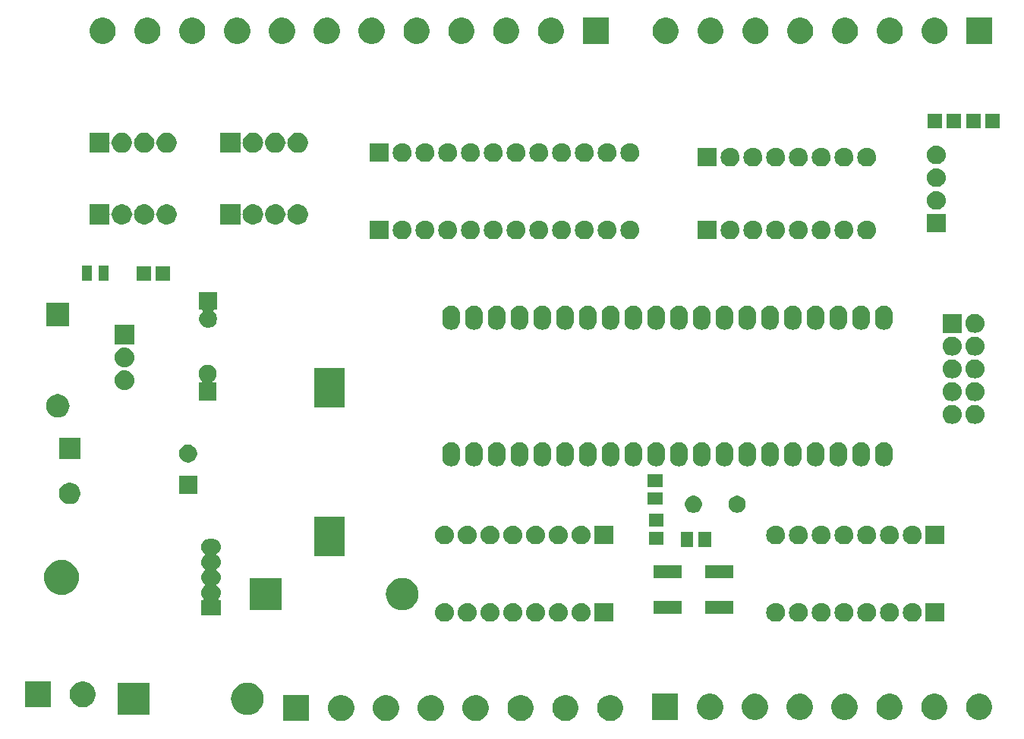
<source format=gbr>
G04 #@! TF.GenerationSoftware,KiCad,Pcbnew,5.0.1*
G04 #@! TF.CreationDate,2019-01-22T15:03:27+05:30*
G04 #@! TF.ProjectId,OpenPLC_V2,4F70656E504C435F56322E6B69636164,rev?*
G04 #@! TF.SameCoordinates,Original*
G04 #@! TF.FileFunction,Soldermask,Top*
G04 #@! TF.FilePolarity,Negative*
%FSLAX46Y46*%
G04 Gerber Fmt 4.6, Leading zero omitted, Abs format (unit mm)*
G04 Created by KiCad (PCBNEW 5.0.1) date Tue 22 Jan 2019 03:03:27 PM IST*
%MOMM*%
%LPD*%
G01*
G04 APERTURE LIST*
%ADD10C,0.100000*%
G04 APERTURE END LIST*
D10*
G36*
X160263947Y-119001722D02*
X160527833Y-119111027D01*
X160765324Y-119269713D01*
X160967287Y-119471676D01*
X161125973Y-119709167D01*
X161235278Y-119973053D01*
X161291000Y-120253186D01*
X161291000Y-120538814D01*
X161235278Y-120818947D01*
X161125973Y-121082833D01*
X160967287Y-121320324D01*
X160765324Y-121522287D01*
X160527833Y-121680973D01*
X160263947Y-121790278D01*
X159983814Y-121846000D01*
X159698186Y-121846000D01*
X159418053Y-121790278D01*
X159154167Y-121680973D01*
X158916676Y-121522287D01*
X158714713Y-121320324D01*
X158556027Y-121082833D01*
X158446722Y-120818947D01*
X158391000Y-120538814D01*
X158391000Y-120253186D01*
X158446722Y-119973053D01*
X158556027Y-119709167D01*
X158714713Y-119471676D01*
X158916676Y-119269713D01*
X159154167Y-119111027D01*
X159418053Y-119001722D01*
X159698186Y-118946000D01*
X159983814Y-118946000D01*
X160263947Y-119001722D01*
X160263947Y-119001722D01*
G37*
G36*
X130263947Y-119001722D02*
X130527833Y-119111027D01*
X130765324Y-119269713D01*
X130967287Y-119471676D01*
X131125973Y-119709167D01*
X131235278Y-119973053D01*
X131291000Y-120253186D01*
X131291000Y-120538814D01*
X131235278Y-120818947D01*
X131125973Y-121082833D01*
X130967287Y-121320324D01*
X130765324Y-121522287D01*
X130527833Y-121680973D01*
X130263947Y-121790278D01*
X129983814Y-121846000D01*
X129698186Y-121846000D01*
X129418053Y-121790278D01*
X129154167Y-121680973D01*
X128916676Y-121522287D01*
X128714713Y-121320324D01*
X128556027Y-121082833D01*
X128446722Y-120818947D01*
X128391000Y-120538814D01*
X128391000Y-120253186D01*
X128446722Y-119973053D01*
X128556027Y-119709167D01*
X128714713Y-119471676D01*
X128916676Y-119269713D01*
X129154167Y-119111027D01*
X129418053Y-119001722D01*
X129698186Y-118946000D01*
X129983814Y-118946000D01*
X130263947Y-119001722D01*
X130263947Y-119001722D01*
G37*
G36*
X126291000Y-121846000D02*
X123391000Y-121846000D01*
X123391000Y-118946000D01*
X126291000Y-118946000D01*
X126291000Y-121846000D01*
X126291000Y-121846000D01*
G37*
G36*
X135263947Y-119001722D02*
X135527833Y-119111027D01*
X135765324Y-119269713D01*
X135967287Y-119471676D01*
X136125973Y-119709167D01*
X136235278Y-119973053D01*
X136291000Y-120253186D01*
X136291000Y-120538814D01*
X136235278Y-120818947D01*
X136125973Y-121082833D01*
X135967287Y-121320324D01*
X135765324Y-121522287D01*
X135527833Y-121680973D01*
X135263947Y-121790278D01*
X134983814Y-121846000D01*
X134698186Y-121846000D01*
X134418053Y-121790278D01*
X134154167Y-121680973D01*
X133916676Y-121522287D01*
X133714713Y-121320324D01*
X133556027Y-121082833D01*
X133446722Y-120818947D01*
X133391000Y-120538814D01*
X133391000Y-120253186D01*
X133446722Y-119973053D01*
X133556027Y-119709167D01*
X133714713Y-119471676D01*
X133916676Y-119269713D01*
X134154167Y-119111027D01*
X134418053Y-119001722D01*
X134698186Y-118946000D01*
X134983814Y-118946000D01*
X135263947Y-119001722D01*
X135263947Y-119001722D01*
G37*
G36*
X140263947Y-119001722D02*
X140527833Y-119111027D01*
X140765324Y-119269713D01*
X140967287Y-119471676D01*
X141125973Y-119709167D01*
X141235278Y-119973053D01*
X141291000Y-120253186D01*
X141291000Y-120538814D01*
X141235278Y-120818947D01*
X141125973Y-121082833D01*
X140967287Y-121320324D01*
X140765324Y-121522287D01*
X140527833Y-121680973D01*
X140263947Y-121790278D01*
X139983814Y-121846000D01*
X139698186Y-121846000D01*
X139418053Y-121790278D01*
X139154167Y-121680973D01*
X138916676Y-121522287D01*
X138714713Y-121320324D01*
X138556027Y-121082833D01*
X138446722Y-120818947D01*
X138391000Y-120538814D01*
X138391000Y-120253186D01*
X138446722Y-119973053D01*
X138556027Y-119709167D01*
X138714713Y-119471676D01*
X138916676Y-119269713D01*
X139154167Y-119111027D01*
X139418053Y-119001722D01*
X139698186Y-118946000D01*
X139983814Y-118946000D01*
X140263947Y-119001722D01*
X140263947Y-119001722D01*
G37*
G36*
X145263947Y-119001722D02*
X145527833Y-119111027D01*
X145765324Y-119269713D01*
X145967287Y-119471676D01*
X146125973Y-119709167D01*
X146235278Y-119973053D01*
X146291000Y-120253186D01*
X146291000Y-120538814D01*
X146235278Y-120818947D01*
X146125973Y-121082833D01*
X145967287Y-121320324D01*
X145765324Y-121522287D01*
X145527833Y-121680973D01*
X145263947Y-121790278D01*
X144983814Y-121846000D01*
X144698186Y-121846000D01*
X144418053Y-121790278D01*
X144154167Y-121680973D01*
X143916676Y-121522287D01*
X143714713Y-121320324D01*
X143556027Y-121082833D01*
X143446722Y-120818947D01*
X143391000Y-120538814D01*
X143391000Y-120253186D01*
X143446722Y-119973053D01*
X143556027Y-119709167D01*
X143714713Y-119471676D01*
X143916676Y-119269713D01*
X144154167Y-119111027D01*
X144418053Y-119001722D01*
X144698186Y-118946000D01*
X144983814Y-118946000D01*
X145263947Y-119001722D01*
X145263947Y-119001722D01*
G37*
G36*
X150263947Y-119001722D02*
X150527833Y-119111027D01*
X150765324Y-119269713D01*
X150967287Y-119471676D01*
X151125973Y-119709167D01*
X151235278Y-119973053D01*
X151291000Y-120253186D01*
X151291000Y-120538814D01*
X151235278Y-120818947D01*
X151125973Y-121082833D01*
X150967287Y-121320324D01*
X150765324Y-121522287D01*
X150527833Y-121680973D01*
X150263947Y-121790278D01*
X149983814Y-121846000D01*
X149698186Y-121846000D01*
X149418053Y-121790278D01*
X149154167Y-121680973D01*
X148916676Y-121522287D01*
X148714713Y-121320324D01*
X148556027Y-121082833D01*
X148446722Y-120818947D01*
X148391000Y-120538814D01*
X148391000Y-120253186D01*
X148446722Y-119973053D01*
X148556027Y-119709167D01*
X148714713Y-119471676D01*
X148916676Y-119269713D01*
X149154167Y-119111027D01*
X149418053Y-119001722D01*
X149698186Y-118946000D01*
X149983814Y-118946000D01*
X150263947Y-119001722D01*
X150263947Y-119001722D01*
G37*
G36*
X155263947Y-119001722D02*
X155527833Y-119111027D01*
X155765324Y-119269713D01*
X155967287Y-119471676D01*
X156125973Y-119709167D01*
X156235278Y-119973053D01*
X156291000Y-120253186D01*
X156291000Y-120538814D01*
X156235278Y-120818947D01*
X156125973Y-121082833D01*
X155967287Y-121320324D01*
X155765324Y-121522287D01*
X155527833Y-121680973D01*
X155263947Y-121790278D01*
X154983814Y-121846000D01*
X154698186Y-121846000D01*
X154418053Y-121790278D01*
X154154167Y-121680973D01*
X153916676Y-121522287D01*
X153714713Y-121320324D01*
X153556027Y-121082833D01*
X153446722Y-120818947D01*
X153391000Y-120538814D01*
X153391000Y-120253186D01*
X153446722Y-119973053D01*
X153556027Y-119709167D01*
X153714713Y-119471676D01*
X153916676Y-119269713D01*
X154154167Y-119111027D01*
X154418053Y-119001722D01*
X154698186Y-118946000D01*
X154983814Y-118946000D01*
X155263947Y-119001722D01*
X155263947Y-119001722D01*
G37*
G36*
X167439000Y-121719000D02*
X164539000Y-121719000D01*
X164539000Y-118819000D01*
X167439000Y-118819000D01*
X167439000Y-121719000D01*
X167439000Y-121719000D01*
G37*
G36*
X171411947Y-118874722D02*
X171675833Y-118984027D01*
X171913324Y-119142713D01*
X172115287Y-119344676D01*
X172273973Y-119582167D01*
X172383278Y-119846053D01*
X172439000Y-120126186D01*
X172439000Y-120411814D01*
X172383278Y-120691947D01*
X172273973Y-120955833D01*
X172115287Y-121193324D01*
X171913324Y-121395287D01*
X171675833Y-121553973D01*
X171411947Y-121663278D01*
X171131814Y-121719000D01*
X170846186Y-121719000D01*
X170566053Y-121663278D01*
X170302167Y-121553973D01*
X170064676Y-121395287D01*
X169862713Y-121193324D01*
X169704027Y-120955833D01*
X169594722Y-120691947D01*
X169539000Y-120411814D01*
X169539000Y-120126186D01*
X169594722Y-119846053D01*
X169704027Y-119582167D01*
X169862713Y-119344676D01*
X170064676Y-119142713D01*
X170302167Y-118984027D01*
X170566053Y-118874722D01*
X170846186Y-118819000D01*
X171131814Y-118819000D01*
X171411947Y-118874722D01*
X171411947Y-118874722D01*
G37*
G36*
X181411947Y-118874722D02*
X181675833Y-118984027D01*
X181913324Y-119142713D01*
X182115287Y-119344676D01*
X182273973Y-119582167D01*
X182383278Y-119846053D01*
X182439000Y-120126186D01*
X182439000Y-120411814D01*
X182383278Y-120691947D01*
X182273973Y-120955833D01*
X182115287Y-121193324D01*
X181913324Y-121395287D01*
X181675833Y-121553973D01*
X181411947Y-121663278D01*
X181131814Y-121719000D01*
X180846186Y-121719000D01*
X180566053Y-121663278D01*
X180302167Y-121553973D01*
X180064676Y-121395287D01*
X179862713Y-121193324D01*
X179704027Y-120955833D01*
X179594722Y-120691947D01*
X179539000Y-120411814D01*
X179539000Y-120126186D01*
X179594722Y-119846053D01*
X179704027Y-119582167D01*
X179862713Y-119344676D01*
X180064676Y-119142713D01*
X180302167Y-118984027D01*
X180566053Y-118874722D01*
X180846186Y-118819000D01*
X181131814Y-118819000D01*
X181411947Y-118874722D01*
X181411947Y-118874722D01*
G37*
G36*
X186411947Y-118874722D02*
X186675833Y-118984027D01*
X186913324Y-119142713D01*
X187115287Y-119344676D01*
X187273973Y-119582167D01*
X187383278Y-119846053D01*
X187439000Y-120126186D01*
X187439000Y-120411814D01*
X187383278Y-120691947D01*
X187273973Y-120955833D01*
X187115287Y-121193324D01*
X186913324Y-121395287D01*
X186675833Y-121553973D01*
X186411947Y-121663278D01*
X186131814Y-121719000D01*
X185846186Y-121719000D01*
X185566053Y-121663278D01*
X185302167Y-121553973D01*
X185064676Y-121395287D01*
X184862713Y-121193324D01*
X184704027Y-120955833D01*
X184594722Y-120691947D01*
X184539000Y-120411814D01*
X184539000Y-120126186D01*
X184594722Y-119846053D01*
X184704027Y-119582167D01*
X184862713Y-119344676D01*
X185064676Y-119142713D01*
X185302167Y-118984027D01*
X185566053Y-118874722D01*
X185846186Y-118819000D01*
X186131814Y-118819000D01*
X186411947Y-118874722D01*
X186411947Y-118874722D01*
G37*
G36*
X191411947Y-118874722D02*
X191675833Y-118984027D01*
X191913324Y-119142713D01*
X192115287Y-119344676D01*
X192273973Y-119582167D01*
X192383278Y-119846053D01*
X192439000Y-120126186D01*
X192439000Y-120411814D01*
X192383278Y-120691947D01*
X192273973Y-120955833D01*
X192115287Y-121193324D01*
X191913324Y-121395287D01*
X191675833Y-121553973D01*
X191411947Y-121663278D01*
X191131814Y-121719000D01*
X190846186Y-121719000D01*
X190566053Y-121663278D01*
X190302167Y-121553973D01*
X190064676Y-121395287D01*
X189862713Y-121193324D01*
X189704027Y-120955833D01*
X189594722Y-120691947D01*
X189539000Y-120411814D01*
X189539000Y-120126186D01*
X189594722Y-119846053D01*
X189704027Y-119582167D01*
X189862713Y-119344676D01*
X190064676Y-119142713D01*
X190302167Y-118984027D01*
X190566053Y-118874722D01*
X190846186Y-118819000D01*
X191131814Y-118819000D01*
X191411947Y-118874722D01*
X191411947Y-118874722D01*
G37*
G36*
X196411947Y-118874722D02*
X196675833Y-118984027D01*
X196913324Y-119142713D01*
X197115287Y-119344676D01*
X197273973Y-119582167D01*
X197383278Y-119846053D01*
X197439000Y-120126186D01*
X197439000Y-120411814D01*
X197383278Y-120691947D01*
X197273973Y-120955833D01*
X197115287Y-121193324D01*
X196913324Y-121395287D01*
X196675833Y-121553973D01*
X196411947Y-121663278D01*
X196131814Y-121719000D01*
X195846186Y-121719000D01*
X195566053Y-121663278D01*
X195302167Y-121553973D01*
X195064676Y-121395287D01*
X194862713Y-121193324D01*
X194704027Y-120955833D01*
X194594722Y-120691947D01*
X194539000Y-120411814D01*
X194539000Y-120126186D01*
X194594722Y-119846053D01*
X194704027Y-119582167D01*
X194862713Y-119344676D01*
X195064676Y-119142713D01*
X195302167Y-118984027D01*
X195566053Y-118874722D01*
X195846186Y-118819000D01*
X196131814Y-118819000D01*
X196411947Y-118874722D01*
X196411947Y-118874722D01*
G37*
G36*
X201411947Y-118874722D02*
X201675833Y-118984027D01*
X201913324Y-119142713D01*
X202115287Y-119344676D01*
X202273973Y-119582167D01*
X202383278Y-119846053D01*
X202439000Y-120126186D01*
X202439000Y-120411814D01*
X202383278Y-120691947D01*
X202273973Y-120955833D01*
X202115287Y-121193324D01*
X201913324Y-121395287D01*
X201675833Y-121553973D01*
X201411947Y-121663278D01*
X201131814Y-121719000D01*
X200846186Y-121719000D01*
X200566053Y-121663278D01*
X200302167Y-121553973D01*
X200064676Y-121395287D01*
X199862713Y-121193324D01*
X199704027Y-120955833D01*
X199594722Y-120691947D01*
X199539000Y-120411814D01*
X199539000Y-120126186D01*
X199594722Y-119846053D01*
X199704027Y-119582167D01*
X199862713Y-119344676D01*
X200064676Y-119142713D01*
X200302167Y-118984027D01*
X200566053Y-118874722D01*
X200846186Y-118819000D01*
X201131814Y-118819000D01*
X201411947Y-118874722D01*
X201411947Y-118874722D01*
G37*
G36*
X176411947Y-118874722D02*
X176675833Y-118984027D01*
X176913324Y-119142713D01*
X177115287Y-119344676D01*
X177273973Y-119582167D01*
X177383278Y-119846053D01*
X177439000Y-120126186D01*
X177439000Y-120411814D01*
X177383278Y-120691947D01*
X177273973Y-120955833D01*
X177115287Y-121193324D01*
X176913324Y-121395287D01*
X176675833Y-121553973D01*
X176411947Y-121663278D01*
X176131814Y-121719000D01*
X175846186Y-121719000D01*
X175566053Y-121663278D01*
X175302167Y-121553973D01*
X175064676Y-121395287D01*
X174862713Y-121193324D01*
X174704027Y-120955833D01*
X174594722Y-120691947D01*
X174539000Y-120411814D01*
X174539000Y-120126186D01*
X174594722Y-119846053D01*
X174704027Y-119582167D01*
X174862713Y-119344676D01*
X175064676Y-119142713D01*
X175302167Y-118984027D01*
X175566053Y-118874722D01*
X175846186Y-118819000D01*
X176131814Y-118819000D01*
X176411947Y-118874722D01*
X176411947Y-118874722D01*
G37*
G36*
X119732858Y-117606044D02*
X119732861Y-117606045D01*
X119732862Y-117606045D01*
X120072163Y-117708971D01*
X120384865Y-117876113D01*
X120514809Y-117982756D01*
X120658951Y-118101049D01*
X120777244Y-118245191D01*
X120883887Y-118375135D01*
X121051029Y-118687837D01*
X121153955Y-119027138D01*
X121153956Y-119027142D01*
X121188709Y-119380000D01*
X121153956Y-119732858D01*
X121153955Y-119732861D01*
X121153955Y-119732862D01*
X121051029Y-120072163D01*
X120883887Y-120384865D01*
X120777244Y-120514809D01*
X120658951Y-120658951D01*
X120514809Y-120777244D01*
X120384865Y-120883887D01*
X120072163Y-121051029D01*
X119732862Y-121153955D01*
X119732861Y-121153955D01*
X119732858Y-121153956D01*
X119468427Y-121180000D01*
X119291573Y-121180000D01*
X119027142Y-121153956D01*
X119027139Y-121153955D01*
X119027138Y-121153955D01*
X118687837Y-121051029D01*
X118375135Y-120883887D01*
X118245191Y-120777244D01*
X118101049Y-120658951D01*
X117982756Y-120514809D01*
X117876113Y-120384865D01*
X117708971Y-120072163D01*
X117606045Y-119732862D01*
X117606045Y-119732861D01*
X117606044Y-119732858D01*
X117571291Y-119380000D01*
X117606044Y-119027142D01*
X117606045Y-119027138D01*
X117708971Y-118687837D01*
X117876113Y-118375135D01*
X117982756Y-118245191D01*
X118101049Y-118101049D01*
X118245191Y-117982756D01*
X118375135Y-117876113D01*
X118687837Y-117708971D01*
X119027138Y-117606045D01*
X119027139Y-117606045D01*
X119027142Y-117606044D01*
X119291573Y-117580000D01*
X119468427Y-117580000D01*
X119732858Y-117606044D01*
X119732858Y-117606044D01*
G37*
G36*
X108480000Y-121180000D02*
X104880000Y-121180000D01*
X104880000Y-117580000D01*
X108480000Y-117580000D01*
X108480000Y-121180000D01*
X108480000Y-121180000D01*
G37*
G36*
X101434947Y-117477722D02*
X101698833Y-117587027D01*
X101936324Y-117745713D01*
X102138287Y-117947676D01*
X102296973Y-118185167D01*
X102406278Y-118449053D01*
X102462000Y-118729186D01*
X102462000Y-119014814D01*
X102406278Y-119294947D01*
X102296973Y-119558833D01*
X102138287Y-119796324D01*
X101936324Y-119998287D01*
X101698833Y-120156973D01*
X101434947Y-120266278D01*
X101154814Y-120322000D01*
X100869186Y-120322000D01*
X100589053Y-120266278D01*
X100325167Y-120156973D01*
X100087676Y-119998287D01*
X99885713Y-119796324D01*
X99727027Y-119558833D01*
X99617722Y-119294947D01*
X99562000Y-119014814D01*
X99562000Y-118729186D01*
X99617722Y-118449053D01*
X99727027Y-118185167D01*
X99885713Y-117947676D01*
X100087676Y-117745713D01*
X100325167Y-117587027D01*
X100589053Y-117477722D01*
X100869186Y-117422000D01*
X101154814Y-117422000D01*
X101434947Y-117477722D01*
X101434947Y-117477722D01*
G37*
G36*
X97462000Y-120322000D02*
X94562000Y-120322000D01*
X94562000Y-117422000D01*
X97462000Y-117422000D01*
X97462000Y-120322000D01*
X97462000Y-120322000D01*
G37*
G36*
X149125107Y-108685596D02*
X149202236Y-108693193D01*
X149334187Y-108733220D01*
X149400163Y-108753233D01*
X149582572Y-108850733D01*
X149742454Y-108981946D01*
X149873667Y-109141828D01*
X149971167Y-109324237D01*
X149991180Y-109390213D01*
X150031207Y-109522164D01*
X150051480Y-109728000D01*
X150031207Y-109933836D01*
X149991180Y-110065787D01*
X149971167Y-110131763D01*
X149873667Y-110314172D01*
X149742454Y-110474054D01*
X149582572Y-110605267D01*
X149400163Y-110702767D01*
X149334187Y-110722780D01*
X149202236Y-110762807D01*
X149125107Y-110770404D01*
X149047980Y-110778000D01*
X148944820Y-110778000D01*
X148867693Y-110770404D01*
X148790564Y-110762807D01*
X148658613Y-110722780D01*
X148592637Y-110702767D01*
X148410228Y-110605267D01*
X148250346Y-110474054D01*
X148119133Y-110314172D01*
X148021633Y-110131763D01*
X148001620Y-110065787D01*
X147961593Y-109933836D01*
X147941320Y-109728000D01*
X147961593Y-109522164D01*
X148001620Y-109390213D01*
X148021633Y-109324237D01*
X148119133Y-109141828D01*
X148250346Y-108981946D01*
X148410228Y-108850733D01*
X148592637Y-108753233D01*
X148658613Y-108733220D01*
X148790564Y-108693193D01*
X148867693Y-108685596D01*
X148944820Y-108678000D01*
X149047980Y-108678000D01*
X149125107Y-108685596D01*
X149125107Y-108685596D01*
G37*
G36*
X183516707Y-108685596D02*
X183593836Y-108693193D01*
X183725787Y-108733220D01*
X183791763Y-108753233D01*
X183974172Y-108850733D01*
X184134054Y-108981946D01*
X184265267Y-109141828D01*
X184362767Y-109324237D01*
X184382780Y-109390213D01*
X184422807Y-109522164D01*
X184443080Y-109728000D01*
X184422807Y-109933836D01*
X184382780Y-110065787D01*
X184362767Y-110131763D01*
X184265267Y-110314172D01*
X184134054Y-110474054D01*
X183974172Y-110605267D01*
X183791763Y-110702767D01*
X183725787Y-110722780D01*
X183593836Y-110762807D01*
X183516707Y-110770404D01*
X183439580Y-110778000D01*
X183336420Y-110778000D01*
X183259293Y-110770404D01*
X183182164Y-110762807D01*
X183050213Y-110722780D01*
X182984237Y-110702767D01*
X182801828Y-110605267D01*
X182641946Y-110474054D01*
X182510733Y-110314172D01*
X182413233Y-110131763D01*
X182393220Y-110065787D01*
X182353193Y-109933836D01*
X182332920Y-109728000D01*
X182353193Y-109522164D01*
X182393220Y-109390213D01*
X182413233Y-109324237D01*
X182510733Y-109141828D01*
X182641946Y-108981946D01*
X182801828Y-108850733D01*
X182984237Y-108753233D01*
X183050213Y-108733220D01*
X183182164Y-108693193D01*
X183259293Y-108685596D01*
X183336420Y-108678000D01*
X183439580Y-108678000D01*
X183516707Y-108685596D01*
X183516707Y-108685596D01*
G37*
G36*
X180976707Y-108685596D02*
X181053836Y-108693193D01*
X181185787Y-108733220D01*
X181251763Y-108753233D01*
X181434172Y-108850733D01*
X181594054Y-108981946D01*
X181725267Y-109141828D01*
X181822767Y-109324237D01*
X181842780Y-109390213D01*
X181882807Y-109522164D01*
X181903080Y-109728000D01*
X181882807Y-109933836D01*
X181842780Y-110065787D01*
X181822767Y-110131763D01*
X181725267Y-110314172D01*
X181594054Y-110474054D01*
X181434172Y-110605267D01*
X181251763Y-110702767D01*
X181185787Y-110722780D01*
X181053836Y-110762807D01*
X180976707Y-110770404D01*
X180899580Y-110778000D01*
X180796420Y-110778000D01*
X180719293Y-110770404D01*
X180642164Y-110762807D01*
X180510213Y-110722780D01*
X180444237Y-110702767D01*
X180261828Y-110605267D01*
X180101946Y-110474054D01*
X179970733Y-110314172D01*
X179873233Y-110131763D01*
X179853220Y-110065787D01*
X179813193Y-109933836D01*
X179792920Y-109728000D01*
X179813193Y-109522164D01*
X179853220Y-109390213D01*
X179873233Y-109324237D01*
X179970733Y-109141828D01*
X180101946Y-108981946D01*
X180261828Y-108850733D01*
X180444237Y-108753233D01*
X180510213Y-108733220D01*
X180642164Y-108693193D01*
X180719293Y-108685596D01*
X180796420Y-108678000D01*
X180899580Y-108678000D01*
X180976707Y-108685596D01*
X180976707Y-108685596D01*
G37*
G36*
X178436707Y-108685596D02*
X178513836Y-108693193D01*
X178645787Y-108733220D01*
X178711763Y-108753233D01*
X178894172Y-108850733D01*
X179054054Y-108981946D01*
X179185267Y-109141828D01*
X179282767Y-109324237D01*
X179302780Y-109390213D01*
X179342807Y-109522164D01*
X179363080Y-109728000D01*
X179342807Y-109933836D01*
X179302780Y-110065787D01*
X179282767Y-110131763D01*
X179185267Y-110314172D01*
X179054054Y-110474054D01*
X178894172Y-110605267D01*
X178711763Y-110702767D01*
X178645787Y-110722780D01*
X178513836Y-110762807D01*
X178436707Y-110770404D01*
X178359580Y-110778000D01*
X178256420Y-110778000D01*
X178179293Y-110770404D01*
X178102164Y-110762807D01*
X177970213Y-110722780D01*
X177904237Y-110702767D01*
X177721828Y-110605267D01*
X177561946Y-110474054D01*
X177430733Y-110314172D01*
X177333233Y-110131763D01*
X177313220Y-110065787D01*
X177273193Y-109933836D01*
X177252920Y-109728000D01*
X177273193Y-109522164D01*
X177313220Y-109390213D01*
X177333233Y-109324237D01*
X177430733Y-109141828D01*
X177561946Y-108981946D01*
X177721828Y-108850733D01*
X177904237Y-108753233D01*
X177970213Y-108733220D01*
X178102164Y-108693193D01*
X178179293Y-108685596D01*
X178256420Y-108678000D01*
X178359580Y-108678000D01*
X178436707Y-108685596D01*
X178436707Y-108685596D01*
G37*
G36*
X160206400Y-110778000D02*
X158106400Y-110778000D01*
X158106400Y-108678000D01*
X160206400Y-108678000D01*
X160206400Y-110778000D01*
X160206400Y-110778000D01*
G37*
G36*
X156745107Y-108685596D02*
X156822236Y-108693193D01*
X156954187Y-108733220D01*
X157020163Y-108753233D01*
X157202572Y-108850733D01*
X157362454Y-108981946D01*
X157493667Y-109141828D01*
X157591167Y-109324237D01*
X157611180Y-109390213D01*
X157651207Y-109522164D01*
X157671480Y-109728000D01*
X157651207Y-109933836D01*
X157611180Y-110065787D01*
X157591167Y-110131763D01*
X157493667Y-110314172D01*
X157362454Y-110474054D01*
X157202572Y-110605267D01*
X157020163Y-110702767D01*
X156954187Y-110722780D01*
X156822236Y-110762807D01*
X156745107Y-110770404D01*
X156667980Y-110778000D01*
X156564820Y-110778000D01*
X156487693Y-110770404D01*
X156410564Y-110762807D01*
X156278613Y-110722780D01*
X156212637Y-110702767D01*
X156030228Y-110605267D01*
X155870346Y-110474054D01*
X155739133Y-110314172D01*
X155641633Y-110131763D01*
X155621620Y-110065787D01*
X155581593Y-109933836D01*
X155561320Y-109728000D01*
X155581593Y-109522164D01*
X155621620Y-109390213D01*
X155641633Y-109324237D01*
X155739133Y-109141828D01*
X155870346Y-108981946D01*
X156030228Y-108850733D01*
X156212637Y-108753233D01*
X156278613Y-108733220D01*
X156410564Y-108693193D01*
X156487693Y-108685596D01*
X156564820Y-108678000D01*
X156667980Y-108678000D01*
X156745107Y-108685596D01*
X156745107Y-108685596D01*
G37*
G36*
X154205107Y-108685596D02*
X154282236Y-108693193D01*
X154414187Y-108733220D01*
X154480163Y-108753233D01*
X154662572Y-108850733D01*
X154822454Y-108981946D01*
X154953667Y-109141828D01*
X155051167Y-109324237D01*
X155071180Y-109390213D01*
X155111207Y-109522164D01*
X155131480Y-109728000D01*
X155111207Y-109933836D01*
X155071180Y-110065787D01*
X155051167Y-110131763D01*
X154953667Y-110314172D01*
X154822454Y-110474054D01*
X154662572Y-110605267D01*
X154480163Y-110702767D01*
X154414187Y-110722780D01*
X154282236Y-110762807D01*
X154205107Y-110770404D01*
X154127980Y-110778000D01*
X154024820Y-110778000D01*
X153947693Y-110770404D01*
X153870564Y-110762807D01*
X153738613Y-110722780D01*
X153672637Y-110702767D01*
X153490228Y-110605267D01*
X153330346Y-110474054D01*
X153199133Y-110314172D01*
X153101633Y-110131763D01*
X153081620Y-110065787D01*
X153041593Y-109933836D01*
X153021320Y-109728000D01*
X153041593Y-109522164D01*
X153081620Y-109390213D01*
X153101633Y-109324237D01*
X153199133Y-109141828D01*
X153330346Y-108981946D01*
X153490228Y-108850733D01*
X153672637Y-108753233D01*
X153738613Y-108733220D01*
X153870564Y-108693193D01*
X153947693Y-108685596D01*
X154024820Y-108678000D01*
X154127980Y-108678000D01*
X154205107Y-108685596D01*
X154205107Y-108685596D01*
G37*
G36*
X151665107Y-108685596D02*
X151742236Y-108693193D01*
X151874187Y-108733220D01*
X151940163Y-108753233D01*
X152122572Y-108850733D01*
X152282454Y-108981946D01*
X152413667Y-109141828D01*
X152511167Y-109324237D01*
X152531180Y-109390213D01*
X152571207Y-109522164D01*
X152591480Y-109728000D01*
X152571207Y-109933836D01*
X152531180Y-110065787D01*
X152511167Y-110131763D01*
X152413667Y-110314172D01*
X152282454Y-110474054D01*
X152122572Y-110605267D01*
X151940163Y-110702767D01*
X151874187Y-110722780D01*
X151742236Y-110762807D01*
X151665107Y-110770404D01*
X151587980Y-110778000D01*
X151484820Y-110778000D01*
X151407693Y-110770404D01*
X151330564Y-110762807D01*
X151198613Y-110722780D01*
X151132637Y-110702767D01*
X150950228Y-110605267D01*
X150790346Y-110474054D01*
X150659133Y-110314172D01*
X150561633Y-110131763D01*
X150541620Y-110065787D01*
X150501593Y-109933836D01*
X150481320Y-109728000D01*
X150501593Y-109522164D01*
X150541620Y-109390213D01*
X150561633Y-109324237D01*
X150659133Y-109141828D01*
X150790346Y-108981946D01*
X150950228Y-108850733D01*
X151132637Y-108753233D01*
X151198613Y-108733220D01*
X151330564Y-108693193D01*
X151407693Y-108685596D01*
X151484820Y-108678000D01*
X151587980Y-108678000D01*
X151665107Y-108685596D01*
X151665107Y-108685596D01*
G37*
G36*
X146585107Y-108685596D02*
X146662236Y-108693193D01*
X146794187Y-108733220D01*
X146860163Y-108753233D01*
X147042572Y-108850733D01*
X147202454Y-108981946D01*
X147333667Y-109141828D01*
X147431167Y-109324237D01*
X147451180Y-109390213D01*
X147491207Y-109522164D01*
X147511480Y-109728000D01*
X147491207Y-109933836D01*
X147451180Y-110065787D01*
X147431167Y-110131763D01*
X147333667Y-110314172D01*
X147202454Y-110474054D01*
X147042572Y-110605267D01*
X146860163Y-110702767D01*
X146794187Y-110722780D01*
X146662236Y-110762807D01*
X146585107Y-110770404D01*
X146507980Y-110778000D01*
X146404820Y-110778000D01*
X146327693Y-110770404D01*
X146250564Y-110762807D01*
X146118613Y-110722780D01*
X146052637Y-110702767D01*
X145870228Y-110605267D01*
X145710346Y-110474054D01*
X145579133Y-110314172D01*
X145481633Y-110131763D01*
X145461620Y-110065787D01*
X145421593Y-109933836D01*
X145401320Y-109728000D01*
X145421593Y-109522164D01*
X145461620Y-109390213D01*
X145481633Y-109324237D01*
X145579133Y-109141828D01*
X145710346Y-108981946D01*
X145870228Y-108850733D01*
X146052637Y-108753233D01*
X146118613Y-108733220D01*
X146250564Y-108693193D01*
X146327693Y-108685596D01*
X146404820Y-108678000D01*
X146507980Y-108678000D01*
X146585107Y-108685596D01*
X146585107Y-108685596D01*
G37*
G36*
X144045107Y-108685596D02*
X144122236Y-108693193D01*
X144254187Y-108733220D01*
X144320163Y-108753233D01*
X144502572Y-108850733D01*
X144662454Y-108981946D01*
X144793667Y-109141828D01*
X144891167Y-109324237D01*
X144911180Y-109390213D01*
X144951207Y-109522164D01*
X144971480Y-109728000D01*
X144951207Y-109933836D01*
X144911180Y-110065787D01*
X144891167Y-110131763D01*
X144793667Y-110314172D01*
X144662454Y-110474054D01*
X144502572Y-110605267D01*
X144320163Y-110702767D01*
X144254187Y-110722780D01*
X144122236Y-110762807D01*
X144045107Y-110770404D01*
X143967980Y-110778000D01*
X143864820Y-110778000D01*
X143787693Y-110770404D01*
X143710564Y-110762807D01*
X143578613Y-110722780D01*
X143512637Y-110702767D01*
X143330228Y-110605267D01*
X143170346Y-110474054D01*
X143039133Y-110314172D01*
X142941633Y-110131763D01*
X142921620Y-110065787D01*
X142881593Y-109933836D01*
X142861320Y-109728000D01*
X142881593Y-109522164D01*
X142921620Y-109390213D01*
X142941633Y-109324237D01*
X143039133Y-109141828D01*
X143170346Y-108981946D01*
X143330228Y-108850733D01*
X143512637Y-108753233D01*
X143578613Y-108733220D01*
X143710564Y-108693193D01*
X143787693Y-108685596D01*
X143864820Y-108678000D01*
X143967980Y-108678000D01*
X144045107Y-108685596D01*
X144045107Y-108685596D01*
G37*
G36*
X186056707Y-108685596D02*
X186133836Y-108693193D01*
X186265787Y-108733220D01*
X186331763Y-108753233D01*
X186514172Y-108850733D01*
X186674054Y-108981946D01*
X186805267Y-109141828D01*
X186902767Y-109324237D01*
X186922780Y-109390213D01*
X186962807Y-109522164D01*
X186983080Y-109728000D01*
X186962807Y-109933836D01*
X186922780Y-110065787D01*
X186902767Y-110131763D01*
X186805267Y-110314172D01*
X186674054Y-110474054D01*
X186514172Y-110605267D01*
X186331763Y-110702767D01*
X186265787Y-110722780D01*
X186133836Y-110762807D01*
X186056707Y-110770404D01*
X185979580Y-110778000D01*
X185876420Y-110778000D01*
X185799293Y-110770404D01*
X185722164Y-110762807D01*
X185590213Y-110722780D01*
X185524237Y-110702767D01*
X185341828Y-110605267D01*
X185181946Y-110474054D01*
X185050733Y-110314172D01*
X184953233Y-110131763D01*
X184933220Y-110065787D01*
X184893193Y-109933836D01*
X184872920Y-109728000D01*
X184893193Y-109522164D01*
X184933220Y-109390213D01*
X184953233Y-109324237D01*
X185050733Y-109141828D01*
X185181946Y-108981946D01*
X185341828Y-108850733D01*
X185524237Y-108753233D01*
X185590213Y-108733220D01*
X185722164Y-108693193D01*
X185799293Y-108685596D01*
X185876420Y-108678000D01*
X185979580Y-108678000D01*
X186056707Y-108685596D01*
X186056707Y-108685596D01*
G37*
G36*
X197138000Y-110778000D02*
X195038000Y-110778000D01*
X195038000Y-108678000D01*
X197138000Y-108678000D01*
X197138000Y-110778000D01*
X197138000Y-110778000D01*
G37*
G36*
X193676707Y-108685596D02*
X193753836Y-108693193D01*
X193885787Y-108733220D01*
X193951763Y-108753233D01*
X194134172Y-108850733D01*
X194294054Y-108981946D01*
X194425267Y-109141828D01*
X194522767Y-109324237D01*
X194542780Y-109390213D01*
X194582807Y-109522164D01*
X194603080Y-109728000D01*
X194582807Y-109933836D01*
X194542780Y-110065787D01*
X194522767Y-110131763D01*
X194425267Y-110314172D01*
X194294054Y-110474054D01*
X194134172Y-110605267D01*
X193951763Y-110702767D01*
X193885787Y-110722780D01*
X193753836Y-110762807D01*
X193676707Y-110770404D01*
X193599580Y-110778000D01*
X193496420Y-110778000D01*
X193419293Y-110770404D01*
X193342164Y-110762807D01*
X193210213Y-110722780D01*
X193144237Y-110702767D01*
X192961828Y-110605267D01*
X192801946Y-110474054D01*
X192670733Y-110314172D01*
X192573233Y-110131763D01*
X192553220Y-110065787D01*
X192513193Y-109933836D01*
X192492920Y-109728000D01*
X192513193Y-109522164D01*
X192553220Y-109390213D01*
X192573233Y-109324237D01*
X192670733Y-109141828D01*
X192801946Y-108981946D01*
X192961828Y-108850733D01*
X193144237Y-108753233D01*
X193210213Y-108733220D01*
X193342164Y-108693193D01*
X193419293Y-108685596D01*
X193496420Y-108678000D01*
X193599580Y-108678000D01*
X193676707Y-108685596D01*
X193676707Y-108685596D01*
G37*
G36*
X191136707Y-108685596D02*
X191213836Y-108693193D01*
X191345787Y-108733220D01*
X191411763Y-108753233D01*
X191594172Y-108850733D01*
X191754054Y-108981946D01*
X191885267Y-109141828D01*
X191982767Y-109324237D01*
X192002780Y-109390213D01*
X192042807Y-109522164D01*
X192063080Y-109728000D01*
X192042807Y-109933836D01*
X192002780Y-110065787D01*
X191982767Y-110131763D01*
X191885267Y-110314172D01*
X191754054Y-110474054D01*
X191594172Y-110605267D01*
X191411763Y-110702767D01*
X191345787Y-110722780D01*
X191213836Y-110762807D01*
X191136707Y-110770404D01*
X191059580Y-110778000D01*
X190956420Y-110778000D01*
X190879293Y-110770404D01*
X190802164Y-110762807D01*
X190670213Y-110722780D01*
X190604237Y-110702767D01*
X190421828Y-110605267D01*
X190261946Y-110474054D01*
X190130733Y-110314172D01*
X190033233Y-110131763D01*
X190013220Y-110065787D01*
X189973193Y-109933836D01*
X189952920Y-109728000D01*
X189973193Y-109522164D01*
X190013220Y-109390213D01*
X190033233Y-109324237D01*
X190130733Y-109141828D01*
X190261946Y-108981946D01*
X190421828Y-108850733D01*
X190604237Y-108753233D01*
X190670213Y-108733220D01*
X190802164Y-108693193D01*
X190879293Y-108685596D01*
X190956420Y-108678000D01*
X191059580Y-108678000D01*
X191136707Y-108685596D01*
X191136707Y-108685596D01*
G37*
G36*
X188596707Y-108685596D02*
X188673836Y-108693193D01*
X188805787Y-108733220D01*
X188871763Y-108753233D01*
X189054172Y-108850733D01*
X189214054Y-108981946D01*
X189345267Y-109141828D01*
X189442767Y-109324237D01*
X189462780Y-109390213D01*
X189502807Y-109522164D01*
X189523080Y-109728000D01*
X189502807Y-109933836D01*
X189462780Y-110065787D01*
X189442767Y-110131763D01*
X189345267Y-110314172D01*
X189214054Y-110474054D01*
X189054172Y-110605267D01*
X188871763Y-110702767D01*
X188805787Y-110722780D01*
X188673836Y-110762807D01*
X188596707Y-110770404D01*
X188519580Y-110778000D01*
X188416420Y-110778000D01*
X188339293Y-110770404D01*
X188262164Y-110762807D01*
X188130213Y-110722780D01*
X188064237Y-110702767D01*
X187881828Y-110605267D01*
X187721946Y-110474054D01*
X187590733Y-110314172D01*
X187493233Y-110131763D01*
X187473220Y-110065787D01*
X187433193Y-109933836D01*
X187412920Y-109728000D01*
X187433193Y-109522164D01*
X187473220Y-109390213D01*
X187493233Y-109324237D01*
X187590733Y-109141828D01*
X187721946Y-108981946D01*
X187881828Y-108850733D01*
X188064237Y-108753233D01*
X188130213Y-108733220D01*
X188262164Y-108693193D01*
X188339293Y-108685596D01*
X188416420Y-108678000D01*
X188519580Y-108678000D01*
X188596707Y-108685596D01*
X188596707Y-108685596D01*
G37*
G36*
X141505107Y-108685596D02*
X141582236Y-108693193D01*
X141714187Y-108733220D01*
X141780163Y-108753233D01*
X141962572Y-108850733D01*
X142122454Y-108981946D01*
X142253667Y-109141828D01*
X142351167Y-109324237D01*
X142371180Y-109390213D01*
X142411207Y-109522164D01*
X142431480Y-109728000D01*
X142411207Y-109933836D01*
X142371180Y-110065787D01*
X142351167Y-110131763D01*
X142253667Y-110314172D01*
X142122454Y-110474054D01*
X141962572Y-110605267D01*
X141780163Y-110702767D01*
X141714187Y-110722780D01*
X141582236Y-110762807D01*
X141505107Y-110770404D01*
X141427980Y-110778000D01*
X141324820Y-110778000D01*
X141247693Y-110770404D01*
X141170564Y-110762807D01*
X141038613Y-110722780D01*
X140972637Y-110702767D01*
X140790228Y-110605267D01*
X140630346Y-110474054D01*
X140499133Y-110314172D01*
X140401633Y-110131763D01*
X140381620Y-110065787D01*
X140341593Y-109933836D01*
X140321320Y-109728000D01*
X140341593Y-109522164D01*
X140381620Y-109390213D01*
X140401633Y-109324237D01*
X140499133Y-109141828D01*
X140630346Y-108981946D01*
X140790228Y-108850733D01*
X140972637Y-108753233D01*
X141038613Y-108733220D01*
X141170564Y-108693193D01*
X141247693Y-108685596D01*
X141324820Y-108678000D01*
X141427980Y-108678000D01*
X141505107Y-108685596D01*
X141505107Y-108685596D01*
G37*
G36*
X115626829Y-101549220D02*
X115712530Y-101557661D01*
X115822489Y-101591017D01*
X115877469Y-101607695D01*
X115928137Y-101634778D01*
X116029476Y-101688944D01*
X116162712Y-101798288D01*
X116272056Y-101931524D01*
X116326222Y-102032863D01*
X116353305Y-102083531D01*
X116369983Y-102138511D01*
X116403339Y-102248470D01*
X116420233Y-102420000D01*
X116403339Y-102591530D01*
X116369983Y-102701489D01*
X116353305Y-102756469D01*
X116326222Y-102807137D01*
X116272056Y-102908476D01*
X116162712Y-103041712D01*
X116029476Y-103151056D01*
X116013180Y-103159766D01*
X115992816Y-103173373D01*
X115975489Y-103190700D01*
X115961875Y-103211075D01*
X115952498Y-103233714D01*
X115947717Y-103257747D01*
X115947717Y-103282251D01*
X115952497Y-103306285D01*
X115961874Y-103328924D01*
X115975488Y-103349299D01*
X115992815Y-103366626D01*
X116013180Y-103380234D01*
X116029476Y-103388944D01*
X116162712Y-103498288D01*
X116272056Y-103631524D01*
X116326222Y-103732863D01*
X116353305Y-103783531D01*
X116353305Y-103783532D01*
X116403339Y-103948470D01*
X116420233Y-104120000D01*
X116403339Y-104291530D01*
X116369983Y-104401489D01*
X116353305Y-104456469D01*
X116336451Y-104488000D01*
X116272056Y-104608476D01*
X116162712Y-104741712D01*
X116029476Y-104851056D01*
X116013180Y-104859766D01*
X115992816Y-104873373D01*
X115975489Y-104890700D01*
X115961875Y-104911075D01*
X115952498Y-104933714D01*
X115947717Y-104957747D01*
X115947717Y-104982251D01*
X115952497Y-105006285D01*
X115961874Y-105028924D01*
X115975488Y-105049299D01*
X115992815Y-105066626D01*
X116013180Y-105080234D01*
X116029476Y-105088944D01*
X116162712Y-105198288D01*
X116272056Y-105331524D01*
X116326222Y-105432863D01*
X116353305Y-105483531D01*
X116353305Y-105483532D01*
X116403339Y-105648470D01*
X116420233Y-105820000D01*
X116403339Y-105991530D01*
X116393194Y-106024972D01*
X116353305Y-106156469D01*
X116334253Y-106192113D01*
X116272056Y-106308476D01*
X116162712Y-106441712D01*
X116029476Y-106551056D01*
X116013180Y-106559766D01*
X115992816Y-106573373D01*
X115975489Y-106590700D01*
X115961875Y-106611075D01*
X115952498Y-106633714D01*
X115947717Y-106657747D01*
X115947717Y-106682251D01*
X115952497Y-106706285D01*
X115961874Y-106728924D01*
X115975488Y-106749299D01*
X115992815Y-106766626D01*
X116013180Y-106780234D01*
X116029476Y-106788944D01*
X116162712Y-106898288D01*
X116272056Y-107031524D01*
X116326222Y-107132863D01*
X116353305Y-107183531D01*
X116353305Y-107183532D01*
X116403339Y-107348470D01*
X116420233Y-107520000D01*
X116403339Y-107691530D01*
X116379535Y-107770000D01*
X116353305Y-107856469D01*
X116326222Y-107907137D01*
X116272056Y-108008476D01*
X116163538Y-108140706D01*
X116149928Y-108161076D01*
X116140550Y-108183715D01*
X116135770Y-108207748D01*
X116135770Y-108232252D01*
X116140551Y-108256286D01*
X116149928Y-108278925D01*
X116163542Y-108299299D01*
X116180869Y-108316627D01*
X116201244Y-108330240D01*
X116223883Y-108339618D01*
X116260168Y-108345000D01*
X116416000Y-108345000D01*
X116416000Y-110095000D01*
X114216000Y-110095000D01*
X114216000Y-108345000D01*
X114371832Y-108345000D01*
X114396218Y-108342598D01*
X114419667Y-108335485D01*
X114441278Y-108323934D01*
X114460220Y-108308388D01*
X114475766Y-108289446D01*
X114487317Y-108267835D01*
X114494430Y-108244386D01*
X114496832Y-108220000D01*
X114494430Y-108195614D01*
X114487317Y-108172165D01*
X114468461Y-108140704D01*
X114359944Y-108008476D01*
X114305778Y-107907137D01*
X114278695Y-107856469D01*
X114252465Y-107770000D01*
X114228661Y-107691530D01*
X114211767Y-107520000D01*
X114228661Y-107348470D01*
X114278695Y-107183532D01*
X114278695Y-107183531D01*
X114305778Y-107132863D01*
X114359944Y-107031524D01*
X114469288Y-106898288D01*
X114602524Y-106788944D01*
X114618820Y-106780234D01*
X114639184Y-106766627D01*
X114656511Y-106749300D01*
X114670125Y-106728925D01*
X114679502Y-106706286D01*
X114684283Y-106682253D01*
X114684283Y-106657749D01*
X114679503Y-106633715D01*
X114670126Y-106611076D01*
X114656512Y-106590701D01*
X114639185Y-106573374D01*
X114618820Y-106559766D01*
X114602524Y-106551056D01*
X114469288Y-106441712D01*
X114359944Y-106308476D01*
X114297747Y-106192113D01*
X114278695Y-106156469D01*
X114238806Y-106024972D01*
X114228661Y-105991530D01*
X114211767Y-105820000D01*
X114228661Y-105648470D01*
X114278695Y-105483532D01*
X114278695Y-105483531D01*
X114305778Y-105432863D01*
X114359944Y-105331524D01*
X114469288Y-105198288D01*
X114602524Y-105088944D01*
X114618820Y-105080234D01*
X114639184Y-105066627D01*
X114656511Y-105049300D01*
X114670125Y-105028925D01*
X114679502Y-105006286D01*
X114684283Y-104982253D01*
X114684283Y-104957749D01*
X114679503Y-104933715D01*
X114670126Y-104911076D01*
X114656512Y-104890701D01*
X114639185Y-104873374D01*
X114618820Y-104859766D01*
X114602524Y-104851056D01*
X114469288Y-104741712D01*
X114359944Y-104608476D01*
X114295549Y-104488000D01*
X114278695Y-104456469D01*
X114262017Y-104401489D01*
X114228661Y-104291530D01*
X114211767Y-104120000D01*
X114228661Y-103948470D01*
X114278695Y-103783532D01*
X114278695Y-103783531D01*
X114305778Y-103732863D01*
X114359944Y-103631524D01*
X114469288Y-103498288D01*
X114602524Y-103388944D01*
X114618820Y-103380234D01*
X114639184Y-103366627D01*
X114656511Y-103349300D01*
X114670125Y-103328925D01*
X114679502Y-103306286D01*
X114684283Y-103282253D01*
X114684283Y-103257749D01*
X114679503Y-103233715D01*
X114670126Y-103211076D01*
X114656512Y-103190701D01*
X114639185Y-103173374D01*
X114618820Y-103159766D01*
X114602524Y-103151056D01*
X114469288Y-103041712D01*
X114359944Y-102908476D01*
X114305778Y-102807137D01*
X114278695Y-102756469D01*
X114262017Y-102701489D01*
X114228661Y-102591530D01*
X114211767Y-102420000D01*
X114228661Y-102248470D01*
X114262017Y-102138511D01*
X114278695Y-102083531D01*
X114305778Y-102032863D01*
X114359944Y-101931524D01*
X114469288Y-101798288D01*
X114602524Y-101688944D01*
X114703863Y-101634778D01*
X114754531Y-101607695D01*
X114809511Y-101591017D01*
X114919470Y-101557661D01*
X115005171Y-101549220D01*
X115048020Y-101545000D01*
X115583980Y-101545000D01*
X115626829Y-101549220D01*
X115626829Y-101549220D01*
G37*
G36*
X173614000Y-109888000D02*
X170464000Y-109888000D01*
X170464000Y-108488000D01*
X173614000Y-108488000D01*
X173614000Y-109888000D01*
X173614000Y-109888000D01*
G37*
G36*
X167864000Y-109888000D02*
X164714000Y-109888000D01*
X164714000Y-108488000D01*
X167864000Y-108488000D01*
X167864000Y-109888000D01*
X167864000Y-109888000D01*
G37*
G36*
X123212000Y-109496000D02*
X119612000Y-109496000D01*
X119612000Y-105896000D01*
X123212000Y-105896000D01*
X123212000Y-109496000D01*
X123212000Y-109496000D01*
G37*
G36*
X137004858Y-105922044D02*
X137004861Y-105922045D01*
X137004862Y-105922045D01*
X137344163Y-106024971D01*
X137656865Y-106192113D01*
X137786809Y-106298756D01*
X137930951Y-106417049D01*
X138048069Y-106559759D01*
X138155887Y-106691135D01*
X138323029Y-107003837D01*
X138377539Y-107183532D01*
X138425956Y-107343142D01*
X138460709Y-107696000D01*
X138425956Y-108048858D01*
X138425955Y-108048861D01*
X138425955Y-108048862D01*
X138323029Y-108388163D01*
X138155887Y-108700865D01*
X138049244Y-108830809D01*
X137930951Y-108974951D01*
X137786809Y-109093244D01*
X137656865Y-109199887D01*
X137344163Y-109367029D01*
X137004862Y-109469955D01*
X137004861Y-109469955D01*
X137004858Y-109469956D01*
X136740427Y-109496000D01*
X136563573Y-109496000D01*
X136299142Y-109469956D01*
X136299139Y-109469955D01*
X136299138Y-109469955D01*
X135959837Y-109367029D01*
X135647135Y-109199887D01*
X135517191Y-109093244D01*
X135373049Y-108974951D01*
X135254756Y-108830809D01*
X135148113Y-108700865D01*
X134980971Y-108388163D01*
X134878045Y-108048862D01*
X134878045Y-108048861D01*
X134878044Y-108048858D01*
X134843291Y-107696000D01*
X134878044Y-107343142D01*
X134926461Y-107183532D01*
X134980971Y-107003837D01*
X135148113Y-106691135D01*
X135255931Y-106559759D01*
X135373049Y-106417049D01*
X135517191Y-106298756D01*
X135647135Y-106192113D01*
X135959837Y-106024971D01*
X136299138Y-105922045D01*
X136299139Y-105922045D01*
X136299142Y-105922044D01*
X136563573Y-105896000D01*
X136740427Y-105896000D01*
X137004858Y-105922044D01*
X137004858Y-105922044D01*
G37*
G36*
X99038263Y-103898214D02*
X99038266Y-103898215D01*
X99038267Y-103898215D01*
X99405843Y-104009718D01*
X99744604Y-104190789D01*
X100041530Y-104434470D01*
X100285211Y-104731396D01*
X100444243Y-105028925D01*
X100466281Y-105070155D01*
X100577786Y-105437737D01*
X100615435Y-105820000D01*
X100577786Y-106202263D01*
X100577785Y-106202266D01*
X100577785Y-106202267D01*
X100466282Y-106569843D01*
X100285211Y-106908604D01*
X100041530Y-107205530D01*
X99744604Y-107449211D01*
X99405843Y-107630282D01*
X99038267Y-107741785D01*
X99038266Y-107741785D01*
X99038263Y-107741786D01*
X98751799Y-107770000D01*
X98560201Y-107770000D01*
X98273737Y-107741786D01*
X98273734Y-107741785D01*
X98273733Y-107741785D01*
X97906157Y-107630282D01*
X97567396Y-107449211D01*
X97270470Y-107205530D01*
X97026789Y-106908604D01*
X96845718Y-106569843D01*
X96734215Y-106202267D01*
X96734215Y-106202266D01*
X96734214Y-106202263D01*
X96696565Y-105820000D01*
X96734214Y-105437737D01*
X96845719Y-105070155D01*
X96867757Y-105028925D01*
X97026789Y-104731396D01*
X97270470Y-104434470D01*
X97567396Y-104190789D01*
X97906157Y-104009718D01*
X98273733Y-103898215D01*
X98273734Y-103898215D01*
X98273737Y-103898214D01*
X98560201Y-103870000D01*
X98751799Y-103870000D01*
X99038263Y-103898214D01*
X99038263Y-103898214D01*
G37*
G36*
X167864000Y-105888000D02*
X164714000Y-105888000D01*
X164714000Y-104488000D01*
X167864000Y-104488000D01*
X167864000Y-105888000D01*
X167864000Y-105888000D01*
G37*
G36*
X173614000Y-105888000D02*
X170464000Y-105888000D01*
X170464000Y-104488000D01*
X173614000Y-104488000D01*
X173614000Y-105888000D01*
X173614000Y-105888000D01*
G37*
G36*
X130224000Y-103494000D02*
X126824000Y-103494000D01*
X126824000Y-99094000D01*
X130224000Y-99094000D01*
X130224000Y-103494000D01*
X130224000Y-103494000D01*
G37*
G36*
X171118000Y-102425000D02*
X169718000Y-102425000D01*
X169718000Y-100775000D01*
X171118000Y-100775000D01*
X171118000Y-102425000D01*
X171118000Y-102425000D01*
G37*
G36*
X169118000Y-102425000D02*
X167718000Y-102425000D01*
X167718000Y-100775000D01*
X169118000Y-100775000D01*
X169118000Y-102425000D01*
X169118000Y-102425000D01*
G37*
G36*
X165798000Y-102157000D02*
X164148000Y-102157000D01*
X164148000Y-100757000D01*
X165798000Y-100757000D01*
X165798000Y-102157000D01*
X165798000Y-102157000D01*
G37*
G36*
X180976707Y-100049596D02*
X181053836Y-100057193D01*
X181185787Y-100097220D01*
X181251763Y-100117233D01*
X181434172Y-100214733D01*
X181594054Y-100345946D01*
X181725267Y-100505828D01*
X181822767Y-100688237D01*
X181822767Y-100688238D01*
X181882807Y-100886164D01*
X181903080Y-101092000D01*
X181882807Y-101297836D01*
X181842780Y-101429787D01*
X181822767Y-101495763D01*
X181725267Y-101678172D01*
X181594054Y-101838054D01*
X181434172Y-101969267D01*
X181251763Y-102066767D01*
X181196498Y-102083531D01*
X181053836Y-102126807D01*
X180976707Y-102134403D01*
X180899580Y-102142000D01*
X180796420Y-102142000D01*
X180719293Y-102134404D01*
X180642164Y-102126807D01*
X180499502Y-102083531D01*
X180444237Y-102066767D01*
X180261828Y-101969267D01*
X180101946Y-101838054D01*
X179970733Y-101678172D01*
X179873233Y-101495763D01*
X179853220Y-101429787D01*
X179813193Y-101297836D01*
X179792920Y-101092000D01*
X179813193Y-100886164D01*
X179873233Y-100688238D01*
X179873233Y-100688237D01*
X179970733Y-100505828D01*
X180101946Y-100345946D01*
X180261828Y-100214733D01*
X180444237Y-100117233D01*
X180510213Y-100097220D01*
X180642164Y-100057193D01*
X180719293Y-100049596D01*
X180796420Y-100042000D01*
X180899580Y-100042000D01*
X180976707Y-100049596D01*
X180976707Y-100049596D01*
G37*
G36*
X197138000Y-102142000D02*
X195038000Y-102142000D01*
X195038000Y-100042000D01*
X197138000Y-100042000D01*
X197138000Y-102142000D01*
X197138000Y-102142000D01*
G37*
G36*
X193676707Y-100049596D02*
X193753836Y-100057193D01*
X193885787Y-100097220D01*
X193951763Y-100117233D01*
X194134172Y-100214733D01*
X194294054Y-100345946D01*
X194425267Y-100505828D01*
X194522767Y-100688237D01*
X194522767Y-100688238D01*
X194582807Y-100886164D01*
X194603080Y-101092000D01*
X194582807Y-101297836D01*
X194542780Y-101429787D01*
X194522767Y-101495763D01*
X194425267Y-101678172D01*
X194294054Y-101838054D01*
X194134172Y-101969267D01*
X193951763Y-102066767D01*
X193896498Y-102083531D01*
X193753836Y-102126807D01*
X193676707Y-102134403D01*
X193599580Y-102142000D01*
X193496420Y-102142000D01*
X193419293Y-102134404D01*
X193342164Y-102126807D01*
X193199502Y-102083531D01*
X193144237Y-102066767D01*
X192961828Y-101969267D01*
X192801946Y-101838054D01*
X192670733Y-101678172D01*
X192573233Y-101495763D01*
X192553220Y-101429787D01*
X192513193Y-101297836D01*
X192492920Y-101092000D01*
X192513193Y-100886164D01*
X192573233Y-100688238D01*
X192573233Y-100688237D01*
X192670733Y-100505828D01*
X192801946Y-100345946D01*
X192961828Y-100214733D01*
X193144237Y-100117233D01*
X193210213Y-100097220D01*
X193342164Y-100057193D01*
X193419293Y-100049596D01*
X193496420Y-100042000D01*
X193599580Y-100042000D01*
X193676707Y-100049596D01*
X193676707Y-100049596D01*
G37*
G36*
X191136707Y-100049596D02*
X191213836Y-100057193D01*
X191345787Y-100097220D01*
X191411763Y-100117233D01*
X191594172Y-100214733D01*
X191754054Y-100345946D01*
X191885267Y-100505828D01*
X191982767Y-100688237D01*
X191982767Y-100688238D01*
X192042807Y-100886164D01*
X192063080Y-101092000D01*
X192042807Y-101297836D01*
X192002780Y-101429787D01*
X191982767Y-101495763D01*
X191885267Y-101678172D01*
X191754054Y-101838054D01*
X191594172Y-101969267D01*
X191411763Y-102066767D01*
X191356498Y-102083531D01*
X191213836Y-102126807D01*
X191136707Y-102134403D01*
X191059580Y-102142000D01*
X190956420Y-102142000D01*
X190879293Y-102134404D01*
X190802164Y-102126807D01*
X190659502Y-102083531D01*
X190604237Y-102066767D01*
X190421828Y-101969267D01*
X190261946Y-101838054D01*
X190130733Y-101678172D01*
X190033233Y-101495763D01*
X190013220Y-101429787D01*
X189973193Y-101297836D01*
X189952920Y-101092000D01*
X189973193Y-100886164D01*
X190033233Y-100688238D01*
X190033233Y-100688237D01*
X190130733Y-100505828D01*
X190261946Y-100345946D01*
X190421828Y-100214733D01*
X190604237Y-100117233D01*
X190670213Y-100097220D01*
X190802164Y-100057193D01*
X190879293Y-100049596D01*
X190956420Y-100042000D01*
X191059580Y-100042000D01*
X191136707Y-100049596D01*
X191136707Y-100049596D01*
G37*
G36*
X183516707Y-100049596D02*
X183593836Y-100057193D01*
X183725787Y-100097220D01*
X183791763Y-100117233D01*
X183974172Y-100214733D01*
X184134054Y-100345946D01*
X184265267Y-100505828D01*
X184362767Y-100688237D01*
X184362767Y-100688238D01*
X184422807Y-100886164D01*
X184443080Y-101092000D01*
X184422807Y-101297836D01*
X184382780Y-101429787D01*
X184362767Y-101495763D01*
X184265267Y-101678172D01*
X184134054Y-101838054D01*
X183974172Y-101969267D01*
X183791763Y-102066767D01*
X183736498Y-102083531D01*
X183593836Y-102126807D01*
X183516707Y-102134403D01*
X183439580Y-102142000D01*
X183336420Y-102142000D01*
X183259293Y-102134404D01*
X183182164Y-102126807D01*
X183039502Y-102083531D01*
X182984237Y-102066767D01*
X182801828Y-101969267D01*
X182641946Y-101838054D01*
X182510733Y-101678172D01*
X182413233Y-101495763D01*
X182393220Y-101429787D01*
X182353193Y-101297836D01*
X182332920Y-101092000D01*
X182353193Y-100886164D01*
X182413233Y-100688238D01*
X182413233Y-100688237D01*
X182510733Y-100505828D01*
X182641946Y-100345946D01*
X182801828Y-100214733D01*
X182984237Y-100117233D01*
X183050213Y-100097220D01*
X183182164Y-100057193D01*
X183259293Y-100049596D01*
X183336420Y-100042000D01*
X183439580Y-100042000D01*
X183516707Y-100049596D01*
X183516707Y-100049596D01*
G37*
G36*
X178436707Y-100049596D02*
X178513836Y-100057193D01*
X178645787Y-100097220D01*
X178711763Y-100117233D01*
X178894172Y-100214733D01*
X179054054Y-100345946D01*
X179185267Y-100505828D01*
X179282767Y-100688237D01*
X179282767Y-100688238D01*
X179342807Y-100886164D01*
X179363080Y-101092000D01*
X179342807Y-101297836D01*
X179302780Y-101429787D01*
X179282767Y-101495763D01*
X179185267Y-101678172D01*
X179054054Y-101838054D01*
X178894172Y-101969267D01*
X178711763Y-102066767D01*
X178656498Y-102083531D01*
X178513836Y-102126807D01*
X178436707Y-102134403D01*
X178359580Y-102142000D01*
X178256420Y-102142000D01*
X178179293Y-102134404D01*
X178102164Y-102126807D01*
X177959502Y-102083531D01*
X177904237Y-102066767D01*
X177721828Y-101969267D01*
X177561946Y-101838054D01*
X177430733Y-101678172D01*
X177333233Y-101495763D01*
X177313220Y-101429787D01*
X177273193Y-101297836D01*
X177252920Y-101092000D01*
X177273193Y-100886164D01*
X177333233Y-100688238D01*
X177333233Y-100688237D01*
X177430733Y-100505828D01*
X177561946Y-100345946D01*
X177721828Y-100214733D01*
X177904237Y-100117233D01*
X177970213Y-100097220D01*
X178102164Y-100057193D01*
X178179293Y-100049596D01*
X178256420Y-100042000D01*
X178359580Y-100042000D01*
X178436707Y-100049596D01*
X178436707Y-100049596D01*
G37*
G36*
X186056707Y-100049596D02*
X186133836Y-100057193D01*
X186265787Y-100097220D01*
X186331763Y-100117233D01*
X186514172Y-100214733D01*
X186674054Y-100345946D01*
X186805267Y-100505828D01*
X186902767Y-100688237D01*
X186902767Y-100688238D01*
X186962807Y-100886164D01*
X186983080Y-101092000D01*
X186962807Y-101297836D01*
X186922780Y-101429787D01*
X186902767Y-101495763D01*
X186805267Y-101678172D01*
X186674054Y-101838054D01*
X186514172Y-101969267D01*
X186331763Y-102066767D01*
X186276498Y-102083531D01*
X186133836Y-102126807D01*
X186056707Y-102134403D01*
X185979580Y-102142000D01*
X185876420Y-102142000D01*
X185799293Y-102134404D01*
X185722164Y-102126807D01*
X185579502Y-102083531D01*
X185524237Y-102066767D01*
X185341828Y-101969267D01*
X185181946Y-101838054D01*
X185050733Y-101678172D01*
X184953233Y-101495763D01*
X184933220Y-101429787D01*
X184893193Y-101297836D01*
X184872920Y-101092000D01*
X184893193Y-100886164D01*
X184953233Y-100688238D01*
X184953233Y-100688237D01*
X185050733Y-100505828D01*
X185181946Y-100345946D01*
X185341828Y-100214733D01*
X185524237Y-100117233D01*
X185590213Y-100097220D01*
X185722164Y-100057193D01*
X185799293Y-100049596D01*
X185876420Y-100042000D01*
X185979580Y-100042000D01*
X186056707Y-100049596D01*
X186056707Y-100049596D01*
G37*
G36*
X188596707Y-100049596D02*
X188673836Y-100057193D01*
X188805787Y-100097220D01*
X188871763Y-100117233D01*
X189054172Y-100214733D01*
X189214054Y-100345946D01*
X189345267Y-100505828D01*
X189442767Y-100688237D01*
X189442767Y-100688238D01*
X189502807Y-100886164D01*
X189523080Y-101092000D01*
X189502807Y-101297836D01*
X189462780Y-101429787D01*
X189442767Y-101495763D01*
X189345267Y-101678172D01*
X189214054Y-101838054D01*
X189054172Y-101969267D01*
X188871763Y-102066767D01*
X188816498Y-102083531D01*
X188673836Y-102126807D01*
X188596707Y-102134403D01*
X188519580Y-102142000D01*
X188416420Y-102142000D01*
X188339293Y-102134404D01*
X188262164Y-102126807D01*
X188119502Y-102083531D01*
X188064237Y-102066767D01*
X187881828Y-101969267D01*
X187721946Y-101838054D01*
X187590733Y-101678172D01*
X187493233Y-101495763D01*
X187473220Y-101429787D01*
X187433193Y-101297836D01*
X187412920Y-101092000D01*
X187433193Y-100886164D01*
X187493233Y-100688238D01*
X187493233Y-100688237D01*
X187590733Y-100505828D01*
X187721946Y-100345946D01*
X187881828Y-100214733D01*
X188064237Y-100117233D01*
X188130213Y-100097220D01*
X188262164Y-100057193D01*
X188339293Y-100049596D01*
X188416420Y-100042000D01*
X188519580Y-100042000D01*
X188596707Y-100049596D01*
X188596707Y-100049596D01*
G37*
G36*
X156745107Y-100049596D02*
X156822236Y-100057193D01*
X156954187Y-100097220D01*
X157020163Y-100117233D01*
X157202572Y-100214733D01*
X157362454Y-100345946D01*
X157493667Y-100505828D01*
X157591167Y-100688237D01*
X157591167Y-100688238D01*
X157651207Y-100886164D01*
X157671480Y-101092000D01*
X157651207Y-101297836D01*
X157611180Y-101429787D01*
X157591167Y-101495763D01*
X157493667Y-101678172D01*
X157362454Y-101838054D01*
X157202572Y-101969267D01*
X157020163Y-102066767D01*
X156964898Y-102083531D01*
X156822236Y-102126807D01*
X156745107Y-102134403D01*
X156667980Y-102142000D01*
X156564820Y-102142000D01*
X156487693Y-102134404D01*
X156410564Y-102126807D01*
X156267902Y-102083531D01*
X156212637Y-102066767D01*
X156030228Y-101969267D01*
X155870346Y-101838054D01*
X155739133Y-101678172D01*
X155641633Y-101495763D01*
X155621620Y-101429787D01*
X155581593Y-101297836D01*
X155561320Y-101092000D01*
X155581593Y-100886164D01*
X155641633Y-100688238D01*
X155641633Y-100688237D01*
X155739133Y-100505828D01*
X155870346Y-100345946D01*
X156030228Y-100214733D01*
X156212637Y-100117233D01*
X156278613Y-100097220D01*
X156410564Y-100057193D01*
X156487693Y-100049596D01*
X156564820Y-100042000D01*
X156667980Y-100042000D01*
X156745107Y-100049596D01*
X156745107Y-100049596D01*
G37*
G36*
X154205107Y-100049596D02*
X154282236Y-100057193D01*
X154414187Y-100097220D01*
X154480163Y-100117233D01*
X154662572Y-100214733D01*
X154822454Y-100345946D01*
X154953667Y-100505828D01*
X155051167Y-100688237D01*
X155051167Y-100688238D01*
X155111207Y-100886164D01*
X155131480Y-101092000D01*
X155111207Y-101297836D01*
X155071180Y-101429787D01*
X155051167Y-101495763D01*
X154953667Y-101678172D01*
X154822454Y-101838054D01*
X154662572Y-101969267D01*
X154480163Y-102066767D01*
X154424898Y-102083531D01*
X154282236Y-102126807D01*
X154205107Y-102134403D01*
X154127980Y-102142000D01*
X154024820Y-102142000D01*
X153947693Y-102134404D01*
X153870564Y-102126807D01*
X153727902Y-102083531D01*
X153672637Y-102066767D01*
X153490228Y-101969267D01*
X153330346Y-101838054D01*
X153199133Y-101678172D01*
X153101633Y-101495763D01*
X153081620Y-101429787D01*
X153041593Y-101297836D01*
X153021320Y-101092000D01*
X153041593Y-100886164D01*
X153101633Y-100688238D01*
X153101633Y-100688237D01*
X153199133Y-100505828D01*
X153330346Y-100345946D01*
X153490228Y-100214733D01*
X153672637Y-100117233D01*
X153738613Y-100097220D01*
X153870564Y-100057193D01*
X153947693Y-100049596D01*
X154024820Y-100042000D01*
X154127980Y-100042000D01*
X154205107Y-100049596D01*
X154205107Y-100049596D01*
G37*
G36*
X141505107Y-100049596D02*
X141582236Y-100057193D01*
X141714187Y-100097220D01*
X141780163Y-100117233D01*
X141962572Y-100214733D01*
X142122454Y-100345946D01*
X142253667Y-100505828D01*
X142351167Y-100688237D01*
X142351167Y-100688238D01*
X142411207Y-100886164D01*
X142431480Y-101092000D01*
X142411207Y-101297836D01*
X142371180Y-101429787D01*
X142351167Y-101495763D01*
X142253667Y-101678172D01*
X142122454Y-101838054D01*
X141962572Y-101969267D01*
X141780163Y-102066767D01*
X141724898Y-102083531D01*
X141582236Y-102126807D01*
X141505107Y-102134403D01*
X141427980Y-102142000D01*
X141324820Y-102142000D01*
X141247693Y-102134404D01*
X141170564Y-102126807D01*
X141027902Y-102083531D01*
X140972637Y-102066767D01*
X140790228Y-101969267D01*
X140630346Y-101838054D01*
X140499133Y-101678172D01*
X140401633Y-101495763D01*
X140381620Y-101429787D01*
X140341593Y-101297836D01*
X140321320Y-101092000D01*
X140341593Y-100886164D01*
X140401633Y-100688238D01*
X140401633Y-100688237D01*
X140499133Y-100505828D01*
X140630346Y-100345946D01*
X140790228Y-100214733D01*
X140972637Y-100117233D01*
X141038613Y-100097220D01*
X141170564Y-100057193D01*
X141247693Y-100049596D01*
X141324820Y-100042000D01*
X141427980Y-100042000D01*
X141505107Y-100049596D01*
X141505107Y-100049596D01*
G37*
G36*
X151665107Y-100049596D02*
X151742236Y-100057193D01*
X151874187Y-100097220D01*
X151940163Y-100117233D01*
X152122572Y-100214733D01*
X152282454Y-100345946D01*
X152413667Y-100505828D01*
X152511167Y-100688237D01*
X152511167Y-100688238D01*
X152571207Y-100886164D01*
X152591480Y-101092000D01*
X152571207Y-101297836D01*
X152531180Y-101429787D01*
X152511167Y-101495763D01*
X152413667Y-101678172D01*
X152282454Y-101838054D01*
X152122572Y-101969267D01*
X151940163Y-102066767D01*
X151884898Y-102083531D01*
X151742236Y-102126807D01*
X151665107Y-102134403D01*
X151587980Y-102142000D01*
X151484820Y-102142000D01*
X151407693Y-102134404D01*
X151330564Y-102126807D01*
X151187902Y-102083531D01*
X151132637Y-102066767D01*
X150950228Y-101969267D01*
X150790346Y-101838054D01*
X150659133Y-101678172D01*
X150561633Y-101495763D01*
X150541620Y-101429787D01*
X150501593Y-101297836D01*
X150481320Y-101092000D01*
X150501593Y-100886164D01*
X150561633Y-100688238D01*
X150561633Y-100688237D01*
X150659133Y-100505828D01*
X150790346Y-100345946D01*
X150950228Y-100214733D01*
X151132637Y-100117233D01*
X151198613Y-100097220D01*
X151330564Y-100057193D01*
X151407693Y-100049596D01*
X151484820Y-100042000D01*
X151587980Y-100042000D01*
X151665107Y-100049596D01*
X151665107Y-100049596D01*
G37*
G36*
X149125107Y-100049596D02*
X149202236Y-100057193D01*
X149334187Y-100097220D01*
X149400163Y-100117233D01*
X149582572Y-100214733D01*
X149742454Y-100345946D01*
X149873667Y-100505828D01*
X149971167Y-100688237D01*
X149971167Y-100688238D01*
X150031207Y-100886164D01*
X150051480Y-101092000D01*
X150031207Y-101297836D01*
X149991180Y-101429787D01*
X149971167Y-101495763D01*
X149873667Y-101678172D01*
X149742454Y-101838054D01*
X149582572Y-101969267D01*
X149400163Y-102066767D01*
X149344898Y-102083531D01*
X149202236Y-102126807D01*
X149125107Y-102134403D01*
X149047980Y-102142000D01*
X148944820Y-102142000D01*
X148867693Y-102134404D01*
X148790564Y-102126807D01*
X148647902Y-102083531D01*
X148592637Y-102066767D01*
X148410228Y-101969267D01*
X148250346Y-101838054D01*
X148119133Y-101678172D01*
X148021633Y-101495763D01*
X148001620Y-101429787D01*
X147961593Y-101297836D01*
X147941320Y-101092000D01*
X147961593Y-100886164D01*
X148021633Y-100688238D01*
X148021633Y-100688237D01*
X148119133Y-100505828D01*
X148250346Y-100345946D01*
X148410228Y-100214733D01*
X148592637Y-100117233D01*
X148658613Y-100097220D01*
X148790564Y-100057193D01*
X148867693Y-100049596D01*
X148944820Y-100042000D01*
X149047980Y-100042000D01*
X149125107Y-100049596D01*
X149125107Y-100049596D01*
G37*
G36*
X146585107Y-100049596D02*
X146662236Y-100057193D01*
X146794187Y-100097220D01*
X146860163Y-100117233D01*
X147042572Y-100214733D01*
X147202454Y-100345946D01*
X147333667Y-100505828D01*
X147431167Y-100688237D01*
X147431167Y-100688238D01*
X147491207Y-100886164D01*
X147511480Y-101092000D01*
X147491207Y-101297836D01*
X147451180Y-101429787D01*
X147431167Y-101495763D01*
X147333667Y-101678172D01*
X147202454Y-101838054D01*
X147042572Y-101969267D01*
X146860163Y-102066767D01*
X146804898Y-102083531D01*
X146662236Y-102126807D01*
X146585107Y-102134403D01*
X146507980Y-102142000D01*
X146404820Y-102142000D01*
X146327693Y-102134404D01*
X146250564Y-102126807D01*
X146107902Y-102083531D01*
X146052637Y-102066767D01*
X145870228Y-101969267D01*
X145710346Y-101838054D01*
X145579133Y-101678172D01*
X145481633Y-101495763D01*
X145461620Y-101429787D01*
X145421593Y-101297836D01*
X145401320Y-101092000D01*
X145421593Y-100886164D01*
X145481633Y-100688238D01*
X145481633Y-100688237D01*
X145579133Y-100505828D01*
X145710346Y-100345946D01*
X145870228Y-100214733D01*
X146052637Y-100117233D01*
X146118613Y-100097220D01*
X146250564Y-100057193D01*
X146327693Y-100049596D01*
X146404820Y-100042000D01*
X146507980Y-100042000D01*
X146585107Y-100049596D01*
X146585107Y-100049596D01*
G37*
G36*
X144045107Y-100049596D02*
X144122236Y-100057193D01*
X144254187Y-100097220D01*
X144320163Y-100117233D01*
X144502572Y-100214733D01*
X144662454Y-100345946D01*
X144793667Y-100505828D01*
X144891167Y-100688237D01*
X144891167Y-100688238D01*
X144951207Y-100886164D01*
X144971480Y-101092000D01*
X144951207Y-101297836D01*
X144911180Y-101429787D01*
X144891167Y-101495763D01*
X144793667Y-101678172D01*
X144662454Y-101838054D01*
X144502572Y-101969267D01*
X144320163Y-102066767D01*
X144264898Y-102083531D01*
X144122236Y-102126807D01*
X144045107Y-102134403D01*
X143967980Y-102142000D01*
X143864820Y-102142000D01*
X143787693Y-102134404D01*
X143710564Y-102126807D01*
X143567902Y-102083531D01*
X143512637Y-102066767D01*
X143330228Y-101969267D01*
X143170346Y-101838054D01*
X143039133Y-101678172D01*
X142941633Y-101495763D01*
X142921620Y-101429787D01*
X142881593Y-101297836D01*
X142861320Y-101092000D01*
X142881593Y-100886164D01*
X142941633Y-100688238D01*
X142941633Y-100688237D01*
X143039133Y-100505828D01*
X143170346Y-100345946D01*
X143330228Y-100214733D01*
X143512637Y-100117233D01*
X143578613Y-100097220D01*
X143710564Y-100057193D01*
X143787693Y-100049596D01*
X143864820Y-100042000D01*
X143967980Y-100042000D01*
X144045107Y-100049596D01*
X144045107Y-100049596D01*
G37*
G36*
X160206400Y-102142000D02*
X158106400Y-102142000D01*
X158106400Y-100042000D01*
X160206400Y-100042000D01*
X160206400Y-102142000D01*
X160206400Y-102142000D01*
G37*
G36*
X165798000Y-100157000D02*
X164148000Y-100157000D01*
X164148000Y-98757000D01*
X165798000Y-98757000D01*
X165798000Y-100157000D01*
X165798000Y-100157000D01*
G37*
G36*
X169413331Y-96748960D02*
X169586323Y-96820615D01*
X169742016Y-96924646D01*
X169874414Y-97057044D01*
X169978445Y-97212737D01*
X170050100Y-97385729D01*
X170086630Y-97569377D01*
X170086630Y-97756623D01*
X170050100Y-97940271D01*
X169978445Y-98113263D01*
X169874414Y-98268956D01*
X169742016Y-98401354D01*
X169586323Y-98505385D01*
X169413331Y-98577040D01*
X169229683Y-98613570D01*
X169042437Y-98613570D01*
X168858789Y-98577040D01*
X168685797Y-98505385D01*
X168530104Y-98401354D01*
X168397706Y-98268956D01*
X168293675Y-98113263D01*
X168222020Y-97940271D01*
X168185490Y-97756623D01*
X168185490Y-97569377D01*
X168222020Y-97385729D01*
X168293675Y-97212737D01*
X168397706Y-97057044D01*
X168530104Y-96924646D01*
X168685797Y-96820615D01*
X168858789Y-96748960D01*
X169042437Y-96712430D01*
X169229683Y-96712430D01*
X169413331Y-96748960D01*
X169413331Y-96748960D01*
G37*
G36*
X174295211Y-96748960D02*
X174468203Y-96820615D01*
X174623896Y-96924646D01*
X174756294Y-97057044D01*
X174860325Y-97212737D01*
X174931980Y-97385729D01*
X174968510Y-97569377D01*
X174968510Y-97756623D01*
X174931980Y-97940271D01*
X174860325Y-98113263D01*
X174756294Y-98268956D01*
X174623896Y-98401354D01*
X174468203Y-98505385D01*
X174295211Y-98577040D01*
X174111563Y-98613570D01*
X173924317Y-98613570D01*
X173740669Y-98577040D01*
X173567677Y-98505385D01*
X173411984Y-98401354D01*
X173279586Y-98268956D01*
X173175555Y-98113263D01*
X173103900Y-97940271D01*
X173067370Y-97756623D01*
X173067370Y-97569377D01*
X173103900Y-97385729D01*
X173175555Y-97212737D01*
X173279586Y-97057044D01*
X173411984Y-96924646D01*
X173567677Y-96820615D01*
X173740669Y-96748960D01*
X173924317Y-96712430D01*
X174111563Y-96712430D01*
X174295211Y-96748960D01*
X174295211Y-96748960D01*
G37*
G36*
X165671000Y-97712000D02*
X164021000Y-97712000D01*
X164021000Y-96312000D01*
X165671000Y-96312000D01*
X165671000Y-97712000D01*
X165671000Y-97712000D01*
G37*
G36*
X99918026Y-95286115D02*
X100136412Y-95376573D01*
X100332958Y-95507901D01*
X100500099Y-95675042D01*
X100631427Y-95871588D01*
X100721885Y-96089974D01*
X100768000Y-96321809D01*
X100768000Y-96558191D01*
X100721885Y-96790026D01*
X100631427Y-97008412D01*
X100500099Y-97204958D01*
X100332958Y-97372099D01*
X100136412Y-97503427D01*
X99918026Y-97593885D01*
X99686191Y-97640000D01*
X99449809Y-97640000D01*
X99217974Y-97593885D01*
X98999588Y-97503427D01*
X98803042Y-97372099D01*
X98635901Y-97204958D01*
X98504573Y-97008412D01*
X98414115Y-96790026D01*
X98368000Y-96558191D01*
X98368000Y-96321809D01*
X98414115Y-96089974D01*
X98504573Y-95871588D01*
X98635901Y-95675042D01*
X98803042Y-95507901D01*
X98999588Y-95376573D01*
X99217974Y-95286115D01*
X99449809Y-95240000D01*
X99686191Y-95240000D01*
X99918026Y-95286115D01*
X99918026Y-95286115D01*
G37*
G36*
X113776000Y-96504000D02*
X111776000Y-96504000D01*
X111776000Y-94504000D01*
X113776000Y-94504000D01*
X113776000Y-96504000D01*
X113776000Y-96504000D01*
G37*
G36*
X165671000Y-95712000D02*
X164021000Y-95712000D01*
X164021000Y-94312000D01*
X165671000Y-94312000D01*
X165671000Y-95712000D01*
X165671000Y-95712000D01*
G37*
G36*
X167709029Y-90739469D02*
X167709032Y-90739470D01*
X167709033Y-90739470D01*
X167897534Y-90796651D01*
X167897536Y-90796652D01*
X167897539Y-90796653D01*
X168071258Y-90889507D01*
X168223528Y-91014472D01*
X168348491Y-91166740D01*
X168348492Y-91166742D01*
X168441349Y-91340465D01*
X168498530Y-91528966D01*
X168498531Y-91528970D01*
X168513000Y-91675876D01*
X168513000Y-92474123D01*
X168498531Y-92621031D01*
X168441349Y-92809536D01*
X168348491Y-92983260D01*
X168223528Y-93135528D01*
X168071260Y-93260491D01*
X168071258Y-93260492D01*
X167897535Y-93353349D01*
X167709034Y-93410530D01*
X167709033Y-93410530D01*
X167709030Y-93410531D01*
X167513000Y-93429838D01*
X167316971Y-93410531D01*
X167316968Y-93410530D01*
X167316967Y-93410530D01*
X167128466Y-93353349D01*
X166954743Y-93260492D01*
X166954741Y-93260491D01*
X166802473Y-93135528D01*
X166677510Y-92983260D01*
X166584651Y-92809533D01*
X166527469Y-92621035D01*
X166513000Y-92474124D01*
X166513000Y-91675877D01*
X166527469Y-91528971D01*
X166527470Y-91528967D01*
X166584651Y-91340466D01*
X166584652Y-91340464D01*
X166584653Y-91340461D01*
X166677507Y-91166742D01*
X166802472Y-91014472D01*
X166954740Y-90889509D01*
X167128463Y-90796652D01*
X167128465Y-90796651D01*
X167316966Y-90739470D01*
X167316967Y-90739470D01*
X167316970Y-90739469D01*
X167513000Y-90720162D01*
X167709029Y-90739469D01*
X167709029Y-90739469D01*
G37*
G36*
X149929029Y-90739469D02*
X149929032Y-90739470D01*
X149929033Y-90739470D01*
X150117534Y-90796651D01*
X150117536Y-90796652D01*
X150117539Y-90796653D01*
X150291258Y-90889507D01*
X150443528Y-91014472D01*
X150568491Y-91166740D01*
X150568492Y-91166742D01*
X150661349Y-91340465D01*
X150718530Y-91528966D01*
X150718531Y-91528970D01*
X150733000Y-91675876D01*
X150733000Y-92474123D01*
X150718531Y-92621031D01*
X150661349Y-92809536D01*
X150568491Y-92983260D01*
X150443528Y-93135528D01*
X150291260Y-93260491D01*
X150291258Y-93260492D01*
X150117535Y-93353349D01*
X149929034Y-93410530D01*
X149929033Y-93410530D01*
X149929030Y-93410531D01*
X149733000Y-93429838D01*
X149536971Y-93410531D01*
X149536968Y-93410530D01*
X149536967Y-93410530D01*
X149348466Y-93353349D01*
X149174743Y-93260492D01*
X149174741Y-93260491D01*
X149022473Y-93135528D01*
X148897510Y-92983260D01*
X148804651Y-92809533D01*
X148747469Y-92621035D01*
X148733000Y-92474124D01*
X148733000Y-91675877D01*
X148747469Y-91528971D01*
X148747470Y-91528967D01*
X148804651Y-91340466D01*
X148804652Y-91340464D01*
X148804653Y-91340461D01*
X148897507Y-91166742D01*
X149022472Y-91014472D01*
X149174740Y-90889509D01*
X149348463Y-90796652D01*
X149348465Y-90796651D01*
X149536966Y-90739470D01*
X149536967Y-90739470D01*
X149536970Y-90739469D01*
X149733000Y-90720162D01*
X149929029Y-90739469D01*
X149929029Y-90739469D01*
G37*
G36*
X147389029Y-90739469D02*
X147389032Y-90739470D01*
X147389033Y-90739470D01*
X147577534Y-90796651D01*
X147577536Y-90796652D01*
X147577539Y-90796653D01*
X147751258Y-90889507D01*
X147903528Y-91014472D01*
X148028491Y-91166740D01*
X148028492Y-91166742D01*
X148121349Y-91340465D01*
X148178530Y-91528966D01*
X148178531Y-91528970D01*
X148193000Y-91675876D01*
X148193000Y-92474123D01*
X148178531Y-92621031D01*
X148121349Y-92809536D01*
X148028491Y-92983260D01*
X147903528Y-93135528D01*
X147751260Y-93260491D01*
X147751258Y-93260492D01*
X147577535Y-93353349D01*
X147389034Y-93410530D01*
X147389033Y-93410530D01*
X147389030Y-93410531D01*
X147193000Y-93429838D01*
X146996971Y-93410531D01*
X146996968Y-93410530D01*
X146996967Y-93410530D01*
X146808466Y-93353349D01*
X146634743Y-93260492D01*
X146634741Y-93260491D01*
X146482473Y-93135528D01*
X146357510Y-92983260D01*
X146264651Y-92809533D01*
X146207469Y-92621035D01*
X146193000Y-92474124D01*
X146193000Y-91675877D01*
X146207469Y-91528971D01*
X146207470Y-91528967D01*
X146264651Y-91340466D01*
X146264652Y-91340464D01*
X146264653Y-91340461D01*
X146357507Y-91166742D01*
X146482472Y-91014472D01*
X146634740Y-90889509D01*
X146808463Y-90796652D01*
X146808465Y-90796651D01*
X146996966Y-90739470D01*
X146996967Y-90739470D01*
X146996970Y-90739469D01*
X147193000Y-90720162D01*
X147389029Y-90739469D01*
X147389029Y-90739469D01*
G37*
G36*
X144849029Y-90739469D02*
X144849032Y-90739470D01*
X144849033Y-90739470D01*
X145037534Y-90796651D01*
X145037536Y-90796652D01*
X145037539Y-90796653D01*
X145211258Y-90889507D01*
X145363528Y-91014472D01*
X145488491Y-91166740D01*
X145488492Y-91166742D01*
X145581349Y-91340465D01*
X145638530Y-91528966D01*
X145638531Y-91528970D01*
X145653000Y-91675876D01*
X145653000Y-92474123D01*
X145638531Y-92621031D01*
X145581349Y-92809536D01*
X145488491Y-92983260D01*
X145363528Y-93135528D01*
X145211260Y-93260491D01*
X145211258Y-93260492D01*
X145037535Y-93353349D01*
X144849034Y-93410530D01*
X144849033Y-93410530D01*
X144849030Y-93410531D01*
X144653000Y-93429838D01*
X144456971Y-93410531D01*
X144456968Y-93410530D01*
X144456967Y-93410530D01*
X144268466Y-93353349D01*
X144094743Y-93260492D01*
X144094741Y-93260491D01*
X143942473Y-93135528D01*
X143817510Y-92983260D01*
X143724651Y-92809533D01*
X143667469Y-92621035D01*
X143653000Y-92474124D01*
X143653000Y-91675877D01*
X143667469Y-91528971D01*
X143667470Y-91528967D01*
X143724651Y-91340466D01*
X143724652Y-91340464D01*
X143724653Y-91340461D01*
X143817507Y-91166742D01*
X143942472Y-91014472D01*
X144094740Y-90889509D01*
X144268463Y-90796652D01*
X144268465Y-90796651D01*
X144456966Y-90739470D01*
X144456967Y-90739470D01*
X144456970Y-90739469D01*
X144653000Y-90720162D01*
X144849029Y-90739469D01*
X144849029Y-90739469D01*
G37*
G36*
X152469029Y-90739469D02*
X152469032Y-90739470D01*
X152469033Y-90739470D01*
X152657534Y-90796651D01*
X152657536Y-90796652D01*
X152657539Y-90796653D01*
X152831258Y-90889507D01*
X152983528Y-91014472D01*
X153108491Y-91166740D01*
X153108492Y-91166742D01*
X153201349Y-91340465D01*
X153258530Y-91528966D01*
X153258531Y-91528970D01*
X153273000Y-91675876D01*
X153273000Y-92474123D01*
X153258531Y-92621031D01*
X153201349Y-92809536D01*
X153108491Y-92983260D01*
X152983528Y-93135528D01*
X152831260Y-93260491D01*
X152831258Y-93260492D01*
X152657535Y-93353349D01*
X152469034Y-93410530D01*
X152469033Y-93410530D01*
X152469030Y-93410531D01*
X152273000Y-93429838D01*
X152076971Y-93410531D01*
X152076968Y-93410530D01*
X152076967Y-93410530D01*
X151888466Y-93353349D01*
X151714743Y-93260492D01*
X151714741Y-93260491D01*
X151562473Y-93135528D01*
X151437510Y-92983260D01*
X151344651Y-92809533D01*
X151287469Y-92621035D01*
X151273000Y-92474124D01*
X151273000Y-91675877D01*
X151287469Y-91528971D01*
X151287470Y-91528967D01*
X151344651Y-91340466D01*
X151344652Y-91340464D01*
X151344653Y-91340461D01*
X151437507Y-91166742D01*
X151562472Y-91014472D01*
X151714740Y-90889509D01*
X151888463Y-90796652D01*
X151888465Y-90796651D01*
X152076966Y-90739470D01*
X152076967Y-90739470D01*
X152076970Y-90739469D01*
X152273000Y-90720162D01*
X152469029Y-90739469D01*
X152469029Y-90739469D01*
G37*
G36*
X155009029Y-90739469D02*
X155009032Y-90739470D01*
X155009033Y-90739470D01*
X155197534Y-90796651D01*
X155197536Y-90796652D01*
X155197539Y-90796653D01*
X155371258Y-90889507D01*
X155523528Y-91014472D01*
X155648491Y-91166740D01*
X155648492Y-91166742D01*
X155741349Y-91340465D01*
X155798530Y-91528966D01*
X155798531Y-91528970D01*
X155813000Y-91675876D01*
X155813000Y-92474123D01*
X155798531Y-92621031D01*
X155741349Y-92809536D01*
X155648491Y-92983260D01*
X155523528Y-93135528D01*
X155371260Y-93260491D01*
X155371258Y-93260492D01*
X155197535Y-93353349D01*
X155009034Y-93410530D01*
X155009033Y-93410530D01*
X155009030Y-93410531D01*
X154813000Y-93429838D01*
X154616971Y-93410531D01*
X154616968Y-93410530D01*
X154616967Y-93410530D01*
X154428466Y-93353349D01*
X154254743Y-93260492D01*
X154254741Y-93260491D01*
X154102473Y-93135528D01*
X153977510Y-92983260D01*
X153884651Y-92809533D01*
X153827469Y-92621035D01*
X153813000Y-92474124D01*
X153813000Y-91675877D01*
X153827469Y-91528971D01*
X153827470Y-91528967D01*
X153884651Y-91340466D01*
X153884652Y-91340464D01*
X153884653Y-91340461D01*
X153977507Y-91166742D01*
X154102472Y-91014472D01*
X154254740Y-90889509D01*
X154428463Y-90796652D01*
X154428465Y-90796651D01*
X154616966Y-90739470D01*
X154616967Y-90739470D01*
X154616970Y-90739469D01*
X154813000Y-90720162D01*
X155009029Y-90739469D01*
X155009029Y-90739469D01*
G37*
G36*
X157549029Y-90739469D02*
X157549032Y-90739470D01*
X157549033Y-90739470D01*
X157737534Y-90796651D01*
X157737536Y-90796652D01*
X157737539Y-90796653D01*
X157911258Y-90889507D01*
X158063528Y-91014472D01*
X158188491Y-91166740D01*
X158188492Y-91166742D01*
X158281349Y-91340465D01*
X158338530Y-91528966D01*
X158338531Y-91528970D01*
X158353000Y-91675876D01*
X158353000Y-92474123D01*
X158338531Y-92621031D01*
X158281349Y-92809536D01*
X158188491Y-92983260D01*
X158063528Y-93135528D01*
X157911260Y-93260491D01*
X157911258Y-93260492D01*
X157737535Y-93353349D01*
X157549034Y-93410530D01*
X157549033Y-93410530D01*
X157549030Y-93410531D01*
X157353000Y-93429838D01*
X157156971Y-93410531D01*
X157156968Y-93410530D01*
X157156967Y-93410530D01*
X156968466Y-93353349D01*
X156794743Y-93260492D01*
X156794741Y-93260491D01*
X156642473Y-93135528D01*
X156517510Y-92983260D01*
X156424651Y-92809533D01*
X156367469Y-92621035D01*
X156353000Y-92474124D01*
X156353000Y-91675877D01*
X156367469Y-91528971D01*
X156367470Y-91528967D01*
X156424651Y-91340466D01*
X156424652Y-91340464D01*
X156424653Y-91340461D01*
X156517507Y-91166742D01*
X156642472Y-91014472D01*
X156794740Y-90889509D01*
X156968463Y-90796652D01*
X156968465Y-90796651D01*
X157156966Y-90739470D01*
X157156967Y-90739470D01*
X157156970Y-90739469D01*
X157353000Y-90720162D01*
X157549029Y-90739469D01*
X157549029Y-90739469D01*
G37*
G36*
X160089029Y-90739469D02*
X160089032Y-90739470D01*
X160089033Y-90739470D01*
X160277534Y-90796651D01*
X160277536Y-90796652D01*
X160277539Y-90796653D01*
X160451258Y-90889507D01*
X160603528Y-91014472D01*
X160728491Y-91166740D01*
X160728492Y-91166742D01*
X160821349Y-91340465D01*
X160878530Y-91528966D01*
X160878531Y-91528970D01*
X160893000Y-91675876D01*
X160893000Y-92474123D01*
X160878531Y-92621031D01*
X160821349Y-92809536D01*
X160728491Y-92983260D01*
X160603528Y-93135528D01*
X160451260Y-93260491D01*
X160451258Y-93260492D01*
X160277535Y-93353349D01*
X160089034Y-93410530D01*
X160089033Y-93410530D01*
X160089030Y-93410531D01*
X159893000Y-93429838D01*
X159696971Y-93410531D01*
X159696968Y-93410530D01*
X159696967Y-93410530D01*
X159508466Y-93353349D01*
X159334743Y-93260492D01*
X159334741Y-93260491D01*
X159182473Y-93135528D01*
X159057510Y-92983260D01*
X158964651Y-92809533D01*
X158907469Y-92621035D01*
X158893000Y-92474124D01*
X158893000Y-91675877D01*
X158907469Y-91528971D01*
X158907470Y-91528967D01*
X158964651Y-91340466D01*
X158964652Y-91340464D01*
X158964653Y-91340461D01*
X159057507Y-91166742D01*
X159182472Y-91014472D01*
X159334740Y-90889509D01*
X159508463Y-90796652D01*
X159508465Y-90796651D01*
X159696966Y-90739470D01*
X159696967Y-90739470D01*
X159696970Y-90739469D01*
X159893000Y-90720162D01*
X160089029Y-90739469D01*
X160089029Y-90739469D01*
G37*
G36*
X162629029Y-90739469D02*
X162629032Y-90739470D01*
X162629033Y-90739470D01*
X162817534Y-90796651D01*
X162817536Y-90796652D01*
X162817539Y-90796653D01*
X162991258Y-90889507D01*
X163143528Y-91014472D01*
X163268491Y-91166740D01*
X163268492Y-91166742D01*
X163361349Y-91340465D01*
X163418530Y-91528966D01*
X163418531Y-91528970D01*
X163433000Y-91675876D01*
X163433000Y-92474123D01*
X163418531Y-92621031D01*
X163361349Y-92809536D01*
X163268491Y-92983260D01*
X163143528Y-93135528D01*
X162991260Y-93260491D01*
X162991258Y-93260492D01*
X162817535Y-93353349D01*
X162629034Y-93410530D01*
X162629033Y-93410530D01*
X162629030Y-93410531D01*
X162433000Y-93429838D01*
X162236971Y-93410531D01*
X162236968Y-93410530D01*
X162236967Y-93410530D01*
X162048466Y-93353349D01*
X161874743Y-93260492D01*
X161874741Y-93260491D01*
X161722473Y-93135528D01*
X161597510Y-92983260D01*
X161504651Y-92809533D01*
X161447469Y-92621035D01*
X161433000Y-92474124D01*
X161433000Y-91675877D01*
X161447469Y-91528971D01*
X161447470Y-91528967D01*
X161504651Y-91340466D01*
X161504652Y-91340464D01*
X161504653Y-91340461D01*
X161597507Y-91166742D01*
X161722472Y-91014472D01*
X161874740Y-90889509D01*
X162048463Y-90796652D01*
X162048465Y-90796651D01*
X162236966Y-90739470D01*
X162236967Y-90739470D01*
X162236970Y-90739469D01*
X162433000Y-90720162D01*
X162629029Y-90739469D01*
X162629029Y-90739469D01*
G37*
G36*
X165169029Y-90739469D02*
X165169032Y-90739470D01*
X165169033Y-90739470D01*
X165357534Y-90796651D01*
X165357536Y-90796652D01*
X165357539Y-90796653D01*
X165531258Y-90889507D01*
X165683528Y-91014472D01*
X165808491Y-91166740D01*
X165808492Y-91166742D01*
X165901349Y-91340465D01*
X165958530Y-91528966D01*
X165958531Y-91528970D01*
X165973000Y-91675876D01*
X165973000Y-92474123D01*
X165958531Y-92621031D01*
X165901349Y-92809536D01*
X165808491Y-92983260D01*
X165683528Y-93135528D01*
X165531260Y-93260491D01*
X165531258Y-93260492D01*
X165357535Y-93353349D01*
X165169034Y-93410530D01*
X165169033Y-93410530D01*
X165169030Y-93410531D01*
X164973000Y-93429838D01*
X164776971Y-93410531D01*
X164776968Y-93410530D01*
X164776967Y-93410530D01*
X164588466Y-93353349D01*
X164414743Y-93260492D01*
X164414741Y-93260491D01*
X164262473Y-93135528D01*
X164137510Y-92983260D01*
X164044651Y-92809533D01*
X163987469Y-92621035D01*
X163973000Y-92474124D01*
X163973000Y-91675877D01*
X163987469Y-91528971D01*
X163987470Y-91528967D01*
X164044651Y-91340466D01*
X164044652Y-91340464D01*
X164044653Y-91340461D01*
X164137507Y-91166742D01*
X164262472Y-91014472D01*
X164414740Y-90889509D01*
X164588463Y-90796652D01*
X164588465Y-90796651D01*
X164776966Y-90739470D01*
X164776967Y-90739470D01*
X164776970Y-90739469D01*
X164973000Y-90720162D01*
X165169029Y-90739469D01*
X165169029Y-90739469D01*
G37*
G36*
X170249029Y-90739469D02*
X170249032Y-90739470D01*
X170249033Y-90739470D01*
X170437534Y-90796651D01*
X170437536Y-90796652D01*
X170437539Y-90796653D01*
X170611258Y-90889507D01*
X170763528Y-91014472D01*
X170888491Y-91166740D01*
X170888492Y-91166742D01*
X170981349Y-91340465D01*
X171038530Y-91528966D01*
X171038531Y-91528970D01*
X171053000Y-91675876D01*
X171053000Y-92474123D01*
X171038531Y-92621031D01*
X170981349Y-92809536D01*
X170888491Y-92983260D01*
X170763528Y-93135528D01*
X170611260Y-93260491D01*
X170611258Y-93260492D01*
X170437535Y-93353349D01*
X170249034Y-93410530D01*
X170249033Y-93410530D01*
X170249030Y-93410531D01*
X170053000Y-93429838D01*
X169856971Y-93410531D01*
X169856968Y-93410530D01*
X169856967Y-93410530D01*
X169668466Y-93353349D01*
X169494743Y-93260492D01*
X169494741Y-93260491D01*
X169342473Y-93135528D01*
X169217510Y-92983260D01*
X169124651Y-92809533D01*
X169067469Y-92621035D01*
X169053000Y-92474124D01*
X169053000Y-91675877D01*
X169067469Y-91528971D01*
X169067470Y-91528967D01*
X169124651Y-91340466D01*
X169124652Y-91340464D01*
X169124653Y-91340461D01*
X169217507Y-91166742D01*
X169342472Y-91014472D01*
X169494740Y-90889509D01*
X169668463Y-90796652D01*
X169668465Y-90796651D01*
X169856966Y-90739470D01*
X169856967Y-90739470D01*
X169856970Y-90739469D01*
X170053000Y-90720162D01*
X170249029Y-90739469D01*
X170249029Y-90739469D01*
G37*
G36*
X142309029Y-90739469D02*
X142309032Y-90739470D01*
X142309033Y-90739470D01*
X142497534Y-90796651D01*
X142497536Y-90796652D01*
X142497539Y-90796653D01*
X142671258Y-90889507D01*
X142823528Y-91014472D01*
X142948491Y-91166740D01*
X142948492Y-91166742D01*
X143041349Y-91340465D01*
X143098530Y-91528966D01*
X143098531Y-91528970D01*
X143113000Y-91675876D01*
X143113000Y-92474123D01*
X143098531Y-92621031D01*
X143041349Y-92809536D01*
X142948491Y-92983260D01*
X142823528Y-93135528D01*
X142671260Y-93260491D01*
X142671258Y-93260492D01*
X142497535Y-93353349D01*
X142309034Y-93410530D01*
X142309033Y-93410530D01*
X142309030Y-93410531D01*
X142113000Y-93429838D01*
X141916971Y-93410531D01*
X141916968Y-93410530D01*
X141916967Y-93410530D01*
X141728466Y-93353349D01*
X141554743Y-93260492D01*
X141554741Y-93260491D01*
X141402473Y-93135528D01*
X141277510Y-92983260D01*
X141184651Y-92809533D01*
X141127469Y-92621035D01*
X141113000Y-92474124D01*
X141113000Y-91675877D01*
X141127469Y-91528971D01*
X141127470Y-91528967D01*
X141184651Y-91340466D01*
X141184652Y-91340464D01*
X141184653Y-91340461D01*
X141277507Y-91166742D01*
X141402472Y-91014472D01*
X141554740Y-90889509D01*
X141728463Y-90796652D01*
X141728465Y-90796651D01*
X141916966Y-90739470D01*
X141916967Y-90739470D01*
X141916970Y-90739469D01*
X142113000Y-90720162D01*
X142309029Y-90739469D01*
X142309029Y-90739469D01*
G37*
G36*
X185489029Y-90739469D02*
X185489032Y-90739470D01*
X185489033Y-90739470D01*
X185677534Y-90796651D01*
X185677536Y-90796652D01*
X185677539Y-90796653D01*
X185851258Y-90889507D01*
X186003528Y-91014472D01*
X186128491Y-91166740D01*
X186128492Y-91166742D01*
X186221349Y-91340465D01*
X186278530Y-91528966D01*
X186278531Y-91528970D01*
X186293000Y-91675876D01*
X186293000Y-92474123D01*
X186278531Y-92621031D01*
X186221349Y-92809536D01*
X186128491Y-92983260D01*
X186003528Y-93135528D01*
X185851260Y-93260491D01*
X185851258Y-93260492D01*
X185677535Y-93353349D01*
X185489034Y-93410530D01*
X185489033Y-93410530D01*
X185489030Y-93410531D01*
X185293000Y-93429838D01*
X185096971Y-93410531D01*
X185096968Y-93410530D01*
X185096967Y-93410530D01*
X184908466Y-93353349D01*
X184734743Y-93260492D01*
X184734741Y-93260491D01*
X184582473Y-93135528D01*
X184457510Y-92983260D01*
X184364651Y-92809533D01*
X184307469Y-92621035D01*
X184293000Y-92474124D01*
X184293000Y-91675877D01*
X184307469Y-91528971D01*
X184307470Y-91528967D01*
X184364651Y-91340466D01*
X184364652Y-91340464D01*
X184364653Y-91340461D01*
X184457507Y-91166742D01*
X184582472Y-91014472D01*
X184734740Y-90889509D01*
X184908463Y-90796652D01*
X184908465Y-90796651D01*
X185096966Y-90739470D01*
X185096967Y-90739470D01*
X185096970Y-90739469D01*
X185293000Y-90720162D01*
X185489029Y-90739469D01*
X185489029Y-90739469D01*
G37*
G36*
X172789029Y-90739469D02*
X172789032Y-90739470D01*
X172789033Y-90739470D01*
X172977534Y-90796651D01*
X172977536Y-90796652D01*
X172977539Y-90796653D01*
X173151258Y-90889507D01*
X173303528Y-91014472D01*
X173428491Y-91166740D01*
X173428492Y-91166742D01*
X173521349Y-91340465D01*
X173578530Y-91528966D01*
X173578531Y-91528970D01*
X173593000Y-91675876D01*
X173593000Y-92474123D01*
X173578531Y-92621031D01*
X173521349Y-92809536D01*
X173428491Y-92983260D01*
X173303528Y-93135528D01*
X173151260Y-93260491D01*
X173151258Y-93260492D01*
X172977535Y-93353349D01*
X172789034Y-93410530D01*
X172789033Y-93410530D01*
X172789030Y-93410531D01*
X172593000Y-93429838D01*
X172396971Y-93410531D01*
X172396968Y-93410530D01*
X172396967Y-93410530D01*
X172208466Y-93353349D01*
X172034743Y-93260492D01*
X172034741Y-93260491D01*
X171882473Y-93135528D01*
X171757510Y-92983260D01*
X171664651Y-92809533D01*
X171607469Y-92621035D01*
X171593000Y-92474124D01*
X171593000Y-91675877D01*
X171607469Y-91528971D01*
X171607470Y-91528967D01*
X171664651Y-91340466D01*
X171664652Y-91340464D01*
X171664653Y-91340461D01*
X171757507Y-91166742D01*
X171882472Y-91014472D01*
X172034740Y-90889509D01*
X172208463Y-90796652D01*
X172208465Y-90796651D01*
X172396966Y-90739470D01*
X172396967Y-90739470D01*
X172396970Y-90739469D01*
X172593000Y-90720162D01*
X172789029Y-90739469D01*
X172789029Y-90739469D01*
G37*
G36*
X182949029Y-90739469D02*
X182949032Y-90739470D01*
X182949033Y-90739470D01*
X183137534Y-90796651D01*
X183137536Y-90796652D01*
X183137539Y-90796653D01*
X183311258Y-90889507D01*
X183463528Y-91014472D01*
X183588491Y-91166740D01*
X183588492Y-91166742D01*
X183681349Y-91340465D01*
X183738530Y-91528966D01*
X183738531Y-91528970D01*
X183753000Y-91675876D01*
X183753000Y-92474123D01*
X183738531Y-92621031D01*
X183681349Y-92809536D01*
X183588491Y-92983260D01*
X183463528Y-93135528D01*
X183311260Y-93260491D01*
X183311258Y-93260492D01*
X183137535Y-93353349D01*
X182949034Y-93410530D01*
X182949033Y-93410530D01*
X182949030Y-93410531D01*
X182753000Y-93429838D01*
X182556971Y-93410531D01*
X182556968Y-93410530D01*
X182556967Y-93410530D01*
X182368466Y-93353349D01*
X182194743Y-93260492D01*
X182194741Y-93260491D01*
X182042473Y-93135528D01*
X181917510Y-92983260D01*
X181824651Y-92809533D01*
X181767469Y-92621035D01*
X181753000Y-92474124D01*
X181753000Y-91675877D01*
X181767469Y-91528971D01*
X181767470Y-91528967D01*
X181824651Y-91340466D01*
X181824652Y-91340464D01*
X181824653Y-91340461D01*
X181917507Y-91166742D01*
X182042472Y-91014472D01*
X182194740Y-90889509D01*
X182368463Y-90796652D01*
X182368465Y-90796651D01*
X182556966Y-90739470D01*
X182556967Y-90739470D01*
X182556970Y-90739469D01*
X182753000Y-90720162D01*
X182949029Y-90739469D01*
X182949029Y-90739469D01*
G37*
G36*
X190569029Y-90739469D02*
X190569032Y-90739470D01*
X190569033Y-90739470D01*
X190757534Y-90796651D01*
X190757536Y-90796652D01*
X190757539Y-90796653D01*
X190931258Y-90889507D01*
X191083528Y-91014472D01*
X191208491Y-91166740D01*
X191208492Y-91166742D01*
X191301349Y-91340465D01*
X191358530Y-91528966D01*
X191358531Y-91528970D01*
X191373000Y-91675876D01*
X191373000Y-92474123D01*
X191358531Y-92621031D01*
X191301349Y-92809536D01*
X191208491Y-92983260D01*
X191083528Y-93135528D01*
X190931260Y-93260491D01*
X190931258Y-93260492D01*
X190757535Y-93353349D01*
X190569034Y-93410530D01*
X190569033Y-93410530D01*
X190569030Y-93410531D01*
X190373000Y-93429838D01*
X190176971Y-93410531D01*
X190176968Y-93410530D01*
X190176967Y-93410530D01*
X189988466Y-93353349D01*
X189814743Y-93260492D01*
X189814741Y-93260491D01*
X189662473Y-93135528D01*
X189537510Y-92983260D01*
X189444651Y-92809533D01*
X189387469Y-92621035D01*
X189373000Y-92474124D01*
X189373000Y-91675877D01*
X189387469Y-91528971D01*
X189387470Y-91528967D01*
X189444651Y-91340466D01*
X189444652Y-91340464D01*
X189444653Y-91340461D01*
X189537507Y-91166742D01*
X189662472Y-91014472D01*
X189814740Y-90889509D01*
X189988463Y-90796652D01*
X189988465Y-90796651D01*
X190176966Y-90739470D01*
X190176967Y-90739470D01*
X190176970Y-90739469D01*
X190373000Y-90720162D01*
X190569029Y-90739469D01*
X190569029Y-90739469D01*
G37*
G36*
X188029029Y-90739469D02*
X188029032Y-90739470D01*
X188029033Y-90739470D01*
X188217534Y-90796651D01*
X188217536Y-90796652D01*
X188217539Y-90796653D01*
X188391258Y-90889507D01*
X188543528Y-91014472D01*
X188668491Y-91166740D01*
X188668492Y-91166742D01*
X188761349Y-91340465D01*
X188818530Y-91528966D01*
X188818531Y-91528970D01*
X188833000Y-91675876D01*
X188833000Y-92474123D01*
X188818531Y-92621031D01*
X188761349Y-92809536D01*
X188668491Y-92983260D01*
X188543528Y-93135528D01*
X188391260Y-93260491D01*
X188391258Y-93260492D01*
X188217535Y-93353349D01*
X188029034Y-93410530D01*
X188029033Y-93410530D01*
X188029030Y-93410531D01*
X187833000Y-93429838D01*
X187636971Y-93410531D01*
X187636968Y-93410530D01*
X187636967Y-93410530D01*
X187448466Y-93353349D01*
X187274743Y-93260492D01*
X187274741Y-93260491D01*
X187122473Y-93135528D01*
X186997510Y-92983260D01*
X186904651Y-92809533D01*
X186847469Y-92621035D01*
X186833000Y-92474124D01*
X186833000Y-91675877D01*
X186847469Y-91528971D01*
X186847470Y-91528967D01*
X186904651Y-91340466D01*
X186904652Y-91340464D01*
X186904653Y-91340461D01*
X186997507Y-91166742D01*
X187122472Y-91014472D01*
X187274740Y-90889509D01*
X187448463Y-90796652D01*
X187448465Y-90796651D01*
X187636966Y-90739470D01*
X187636967Y-90739470D01*
X187636970Y-90739469D01*
X187833000Y-90720162D01*
X188029029Y-90739469D01*
X188029029Y-90739469D01*
G37*
G36*
X180409029Y-90739469D02*
X180409032Y-90739470D01*
X180409033Y-90739470D01*
X180597534Y-90796651D01*
X180597536Y-90796652D01*
X180597539Y-90796653D01*
X180771258Y-90889507D01*
X180923528Y-91014472D01*
X181048491Y-91166740D01*
X181048492Y-91166742D01*
X181141349Y-91340465D01*
X181198530Y-91528966D01*
X181198531Y-91528970D01*
X181213000Y-91675876D01*
X181213000Y-92474123D01*
X181198531Y-92621031D01*
X181141349Y-92809536D01*
X181048491Y-92983260D01*
X180923528Y-93135528D01*
X180771260Y-93260491D01*
X180771258Y-93260492D01*
X180597535Y-93353349D01*
X180409034Y-93410530D01*
X180409033Y-93410530D01*
X180409030Y-93410531D01*
X180213000Y-93429838D01*
X180016971Y-93410531D01*
X180016968Y-93410530D01*
X180016967Y-93410530D01*
X179828466Y-93353349D01*
X179654743Y-93260492D01*
X179654741Y-93260491D01*
X179502473Y-93135528D01*
X179377510Y-92983260D01*
X179284651Y-92809533D01*
X179227469Y-92621035D01*
X179213000Y-92474124D01*
X179213000Y-91675877D01*
X179227469Y-91528971D01*
X179227470Y-91528967D01*
X179284651Y-91340466D01*
X179284652Y-91340464D01*
X179284653Y-91340461D01*
X179377507Y-91166742D01*
X179502472Y-91014472D01*
X179654740Y-90889509D01*
X179828463Y-90796652D01*
X179828465Y-90796651D01*
X180016966Y-90739470D01*
X180016967Y-90739470D01*
X180016970Y-90739469D01*
X180213000Y-90720162D01*
X180409029Y-90739469D01*
X180409029Y-90739469D01*
G37*
G36*
X177869029Y-90739469D02*
X177869032Y-90739470D01*
X177869033Y-90739470D01*
X178057534Y-90796651D01*
X178057536Y-90796652D01*
X178057539Y-90796653D01*
X178231258Y-90889507D01*
X178383528Y-91014472D01*
X178508491Y-91166740D01*
X178508492Y-91166742D01*
X178601349Y-91340465D01*
X178658530Y-91528966D01*
X178658531Y-91528970D01*
X178673000Y-91675876D01*
X178673000Y-92474123D01*
X178658531Y-92621031D01*
X178601349Y-92809536D01*
X178508491Y-92983260D01*
X178383528Y-93135528D01*
X178231260Y-93260491D01*
X178231258Y-93260492D01*
X178057535Y-93353349D01*
X177869034Y-93410530D01*
X177869033Y-93410530D01*
X177869030Y-93410531D01*
X177673000Y-93429838D01*
X177476971Y-93410531D01*
X177476968Y-93410530D01*
X177476967Y-93410530D01*
X177288466Y-93353349D01*
X177114743Y-93260492D01*
X177114741Y-93260491D01*
X176962473Y-93135528D01*
X176837510Y-92983260D01*
X176744651Y-92809533D01*
X176687469Y-92621035D01*
X176673000Y-92474124D01*
X176673000Y-91675877D01*
X176687469Y-91528971D01*
X176687470Y-91528967D01*
X176744651Y-91340466D01*
X176744652Y-91340464D01*
X176744653Y-91340461D01*
X176837507Y-91166742D01*
X176962472Y-91014472D01*
X177114740Y-90889509D01*
X177288463Y-90796652D01*
X177288465Y-90796651D01*
X177476966Y-90739470D01*
X177476967Y-90739470D01*
X177476970Y-90739469D01*
X177673000Y-90720162D01*
X177869029Y-90739469D01*
X177869029Y-90739469D01*
G37*
G36*
X175329029Y-90739469D02*
X175329032Y-90739470D01*
X175329033Y-90739470D01*
X175517534Y-90796651D01*
X175517536Y-90796652D01*
X175517539Y-90796653D01*
X175691258Y-90889507D01*
X175843528Y-91014472D01*
X175968491Y-91166740D01*
X175968492Y-91166742D01*
X176061349Y-91340465D01*
X176118530Y-91528966D01*
X176118531Y-91528970D01*
X176133000Y-91675876D01*
X176133000Y-92474123D01*
X176118531Y-92621031D01*
X176061349Y-92809536D01*
X175968491Y-92983260D01*
X175843528Y-93135528D01*
X175691260Y-93260491D01*
X175691258Y-93260492D01*
X175517535Y-93353349D01*
X175329034Y-93410530D01*
X175329033Y-93410530D01*
X175329030Y-93410531D01*
X175133000Y-93429838D01*
X174936971Y-93410531D01*
X174936968Y-93410530D01*
X174936967Y-93410530D01*
X174748466Y-93353349D01*
X174574743Y-93260492D01*
X174574741Y-93260491D01*
X174422473Y-93135528D01*
X174297510Y-92983260D01*
X174204651Y-92809533D01*
X174147469Y-92621035D01*
X174133000Y-92474124D01*
X174133000Y-91675877D01*
X174147469Y-91528971D01*
X174147470Y-91528967D01*
X174204651Y-91340466D01*
X174204652Y-91340464D01*
X174204653Y-91340461D01*
X174297507Y-91166742D01*
X174422472Y-91014472D01*
X174574740Y-90889509D01*
X174748463Y-90796652D01*
X174748465Y-90796651D01*
X174936966Y-90739470D01*
X174936967Y-90739470D01*
X174936970Y-90739469D01*
X175133000Y-90720162D01*
X175329029Y-90739469D01*
X175329029Y-90739469D01*
G37*
G36*
X112951770Y-91019372D02*
X113067689Y-91042429D01*
X113249678Y-91117811D01*
X113413463Y-91227249D01*
X113552751Y-91366537D01*
X113662189Y-91530322D01*
X113737571Y-91712311D01*
X113776000Y-91905509D01*
X113776000Y-92102491D01*
X113737571Y-92295689D01*
X113662189Y-92477678D01*
X113552751Y-92641463D01*
X113413463Y-92780751D01*
X113249678Y-92890189D01*
X113067689Y-92965571D01*
X112978769Y-92983258D01*
X112874493Y-93004000D01*
X112677507Y-93004000D01*
X112573231Y-92983258D01*
X112484311Y-92965571D01*
X112302322Y-92890189D01*
X112138537Y-92780751D01*
X111999249Y-92641463D01*
X111889811Y-92477678D01*
X111814429Y-92295689D01*
X111776000Y-92102491D01*
X111776000Y-91905509D01*
X111814429Y-91712311D01*
X111889811Y-91530322D01*
X111999249Y-91366537D01*
X112138537Y-91227249D01*
X112302322Y-91117811D01*
X112484311Y-91042429D01*
X112600230Y-91019372D01*
X112677507Y-91004000D01*
X112874493Y-91004000D01*
X112951770Y-91019372D01*
X112951770Y-91019372D01*
G37*
G36*
X100768000Y-92640000D02*
X98368000Y-92640000D01*
X98368000Y-90240000D01*
X100768000Y-90240000D01*
X100768000Y-92640000D01*
X100768000Y-92640000D01*
G37*
G36*
X198201503Y-86581789D02*
X198401991Y-86642607D01*
X198586764Y-86741369D01*
X198748718Y-86874282D01*
X198881631Y-87036236D01*
X198980393Y-87221009D01*
X199041211Y-87421497D01*
X199061746Y-87630000D01*
X199041211Y-87838503D01*
X198980393Y-88038991D01*
X198881631Y-88223764D01*
X198748718Y-88385718D01*
X198586764Y-88518631D01*
X198401991Y-88617393D01*
X198201503Y-88678211D01*
X198045251Y-88693600D01*
X197940749Y-88693600D01*
X197784497Y-88678211D01*
X197584009Y-88617393D01*
X197399236Y-88518631D01*
X197237282Y-88385718D01*
X197104369Y-88223764D01*
X197005607Y-88038991D01*
X196944789Y-87838503D01*
X196924254Y-87630000D01*
X196944789Y-87421497D01*
X197005607Y-87221009D01*
X197104369Y-87036236D01*
X197237282Y-86874282D01*
X197399236Y-86741369D01*
X197584009Y-86642607D01*
X197784497Y-86581789D01*
X197940749Y-86566400D01*
X198045251Y-86566400D01*
X198201503Y-86581789D01*
X198201503Y-86581789D01*
G37*
G36*
X200741503Y-86581789D02*
X200941991Y-86642607D01*
X201126764Y-86741369D01*
X201288718Y-86874282D01*
X201421631Y-87036236D01*
X201520393Y-87221009D01*
X201581211Y-87421497D01*
X201601746Y-87630000D01*
X201581211Y-87838503D01*
X201520393Y-88038991D01*
X201421631Y-88223764D01*
X201288718Y-88385718D01*
X201126764Y-88518631D01*
X200941991Y-88617393D01*
X200741503Y-88678211D01*
X200585251Y-88693600D01*
X200480749Y-88693600D01*
X200324497Y-88678211D01*
X200124009Y-88617393D01*
X199939236Y-88518631D01*
X199777282Y-88385718D01*
X199644369Y-88223764D01*
X199545607Y-88038991D01*
X199484789Y-87838503D01*
X199464254Y-87630000D01*
X199484789Y-87421497D01*
X199545607Y-87221009D01*
X199644369Y-87036236D01*
X199777282Y-86874282D01*
X199939236Y-86741369D01*
X200124009Y-86642607D01*
X200324497Y-86581789D01*
X200480749Y-86566400D01*
X200585251Y-86566400D01*
X200741503Y-86581789D01*
X200741503Y-86581789D01*
G37*
G36*
X98486805Y-85396310D02*
X98731856Y-85470645D01*
X98957696Y-85591360D01*
X99155647Y-85753813D01*
X99318100Y-85951764D01*
X99438815Y-86177604D01*
X99513150Y-86422655D01*
X99538250Y-86677500D01*
X99513150Y-86932345D01*
X99438815Y-87177396D01*
X99318100Y-87403236D01*
X99155647Y-87601187D01*
X98957696Y-87763640D01*
X98731856Y-87884355D01*
X98486805Y-87958690D01*
X98295824Y-87977500D01*
X98168096Y-87977500D01*
X97977115Y-87958690D01*
X97732064Y-87884355D01*
X97506224Y-87763640D01*
X97308273Y-87601187D01*
X97145820Y-87403236D01*
X97025105Y-87177396D01*
X96950770Y-86932345D01*
X96925670Y-86677500D01*
X96950770Y-86422655D01*
X97025105Y-86177604D01*
X97145820Y-85951764D01*
X97308273Y-85753813D01*
X97506224Y-85591360D01*
X97732064Y-85470645D01*
X97977115Y-85396310D01*
X98168096Y-85377500D01*
X98295824Y-85377500D01*
X98486805Y-85396310D01*
X98486805Y-85396310D01*
G37*
G36*
X130224000Y-86834000D02*
X126824000Y-86834000D01*
X126824000Y-82434000D01*
X130224000Y-82434000D01*
X130224000Y-86834000D01*
X130224000Y-86834000D01*
G37*
G36*
X198201503Y-84041789D02*
X198401991Y-84102607D01*
X198586764Y-84201369D01*
X198748718Y-84334282D01*
X198881631Y-84496236D01*
X198980393Y-84681009D01*
X199041211Y-84881497D01*
X199061746Y-85090000D01*
X199041211Y-85298503D01*
X198980393Y-85498991D01*
X198881631Y-85683764D01*
X198748718Y-85845718D01*
X198586764Y-85978631D01*
X198401991Y-86077393D01*
X198201503Y-86138211D01*
X198045251Y-86153600D01*
X197940749Y-86153600D01*
X197784497Y-86138211D01*
X197584009Y-86077393D01*
X197399236Y-85978631D01*
X197237282Y-85845718D01*
X197104369Y-85683764D01*
X197005607Y-85498991D01*
X196944789Y-85298503D01*
X196924254Y-85090000D01*
X196944789Y-84881497D01*
X197005607Y-84681009D01*
X197104369Y-84496236D01*
X197237282Y-84334282D01*
X197399236Y-84201369D01*
X197584009Y-84102607D01*
X197784497Y-84041789D01*
X197940749Y-84026400D01*
X198045251Y-84026400D01*
X198201503Y-84041789D01*
X198201503Y-84041789D01*
G37*
G36*
X200741503Y-84041789D02*
X200941991Y-84102607D01*
X201126764Y-84201369D01*
X201288718Y-84334282D01*
X201421631Y-84496236D01*
X201520393Y-84681009D01*
X201581211Y-84881497D01*
X201601746Y-85090000D01*
X201581211Y-85298503D01*
X201520393Y-85498991D01*
X201421631Y-85683764D01*
X201288718Y-85845718D01*
X201126764Y-85978631D01*
X200941991Y-86077393D01*
X200741503Y-86138211D01*
X200585251Y-86153600D01*
X200480749Y-86153600D01*
X200324497Y-86138211D01*
X200124009Y-86077393D01*
X199939236Y-85978631D01*
X199777282Y-85845718D01*
X199644369Y-85683764D01*
X199545607Y-85498991D01*
X199484789Y-85298503D01*
X199464254Y-85090000D01*
X199484789Y-84881497D01*
X199545607Y-84681009D01*
X199644369Y-84496236D01*
X199777282Y-84334282D01*
X199939236Y-84201369D01*
X200124009Y-84102607D01*
X200324497Y-84041789D01*
X200480749Y-84026400D01*
X200585251Y-84026400D01*
X200741503Y-84041789D01*
X200741503Y-84041789D01*
G37*
G36*
X115110770Y-82105372D02*
X115226689Y-82128429D01*
X115408678Y-82203811D01*
X115572463Y-82313249D01*
X115711751Y-82452537D01*
X115821189Y-82616322D01*
X115896571Y-82798311D01*
X115935000Y-82991509D01*
X115935000Y-83188491D01*
X115896571Y-83381689D01*
X115821189Y-83563678D01*
X115711751Y-83727463D01*
X115572463Y-83866751D01*
X115572460Y-83866753D01*
X115565231Y-83873982D01*
X115562025Y-83876613D01*
X115546480Y-83895556D01*
X115534929Y-83917167D01*
X115527816Y-83940616D01*
X115525415Y-83965003D01*
X115527817Y-83989389D01*
X115534931Y-84012838D01*
X115546483Y-84034448D01*
X115562028Y-84053390D01*
X115580971Y-84068935D01*
X115602582Y-84080486D01*
X115626031Y-84087599D01*
X115650415Y-84090000D01*
X115935000Y-84090000D01*
X115935000Y-86090000D01*
X113935000Y-86090000D01*
X113935000Y-84090000D01*
X114219585Y-84090000D01*
X114243971Y-84087598D01*
X114267420Y-84080485D01*
X114289031Y-84068934D01*
X114307973Y-84053388D01*
X114323519Y-84034446D01*
X114335070Y-84012835D01*
X114342183Y-83989386D01*
X114344585Y-83965000D01*
X114342183Y-83940614D01*
X114335070Y-83917165D01*
X114323519Y-83895554D01*
X114307973Y-83876612D01*
X114304772Y-83873985D01*
X114297540Y-83866753D01*
X114297537Y-83866751D01*
X114158249Y-83727463D01*
X114048811Y-83563678D01*
X113973429Y-83381689D01*
X113935000Y-83188491D01*
X113935000Y-82991509D01*
X113973429Y-82798311D01*
X114048811Y-82616322D01*
X114158249Y-82452537D01*
X114297537Y-82313249D01*
X114461322Y-82203811D01*
X114643311Y-82128429D01*
X114759230Y-82105372D01*
X114836507Y-82090000D01*
X115033493Y-82090000D01*
X115110770Y-82105372D01*
X115110770Y-82105372D01*
G37*
G36*
X105879639Y-82735916D02*
X106086986Y-82798815D01*
X106086988Y-82798816D01*
X106278084Y-82900958D01*
X106445581Y-83038419D01*
X106583042Y-83205916D01*
X106676992Y-83381686D01*
X106685185Y-83397014D01*
X106748084Y-83604361D01*
X106769322Y-83820000D01*
X106748084Y-84035639D01*
X106697810Y-84201369D01*
X106685184Y-84242988D01*
X106583042Y-84434084D01*
X106445581Y-84601581D01*
X106278084Y-84739042D01*
X106086988Y-84841184D01*
X106086986Y-84841185D01*
X105879639Y-84904084D01*
X105718038Y-84920000D01*
X105609962Y-84920000D01*
X105448361Y-84904084D01*
X105241014Y-84841185D01*
X105241012Y-84841184D01*
X105049916Y-84739042D01*
X104882419Y-84601581D01*
X104744958Y-84434084D01*
X104642816Y-84242988D01*
X104630191Y-84201369D01*
X104579916Y-84035639D01*
X104558678Y-83820000D01*
X104579916Y-83604361D01*
X104642815Y-83397014D01*
X104651008Y-83381686D01*
X104744958Y-83205916D01*
X104882419Y-83038419D01*
X105049916Y-82900958D01*
X105241012Y-82798816D01*
X105241014Y-82798815D01*
X105448361Y-82735916D01*
X105609962Y-82720000D01*
X105718038Y-82720000D01*
X105879639Y-82735916D01*
X105879639Y-82735916D01*
G37*
G36*
X198201503Y-81501789D02*
X198401991Y-81562607D01*
X198586764Y-81661369D01*
X198748718Y-81794282D01*
X198881631Y-81956236D01*
X198980393Y-82141009D01*
X199041211Y-82341497D01*
X199061746Y-82550000D01*
X199041211Y-82758503D01*
X198980393Y-82958991D01*
X198881631Y-83143764D01*
X198748718Y-83305718D01*
X198586764Y-83438631D01*
X198401991Y-83537393D01*
X198201503Y-83598211D01*
X198045251Y-83613600D01*
X197940749Y-83613600D01*
X197784497Y-83598211D01*
X197584009Y-83537393D01*
X197399236Y-83438631D01*
X197237282Y-83305718D01*
X197104369Y-83143764D01*
X197005607Y-82958991D01*
X196944789Y-82758503D01*
X196924254Y-82550000D01*
X196944789Y-82341497D01*
X197005607Y-82141009D01*
X197104369Y-81956236D01*
X197237282Y-81794282D01*
X197399236Y-81661369D01*
X197584009Y-81562607D01*
X197784497Y-81501789D01*
X197940749Y-81486400D01*
X198045251Y-81486400D01*
X198201503Y-81501789D01*
X198201503Y-81501789D01*
G37*
G36*
X200741503Y-81501789D02*
X200941991Y-81562607D01*
X201126764Y-81661369D01*
X201288718Y-81794282D01*
X201421631Y-81956236D01*
X201520393Y-82141009D01*
X201581211Y-82341497D01*
X201601746Y-82550000D01*
X201581211Y-82758503D01*
X201520393Y-82958991D01*
X201421631Y-83143764D01*
X201288718Y-83305718D01*
X201126764Y-83438631D01*
X200941991Y-83537393D01*
X200741503Y-83598211D01*
X200585251Y-83613600D01*
X200480749Y-83613600D01*
X200324497Y-83598211D01*
X200124009Y-83537393D01*
X199939236Y-83438631D01*
X199777282Y-83305718D01*
X199644369Y-83143764D01*
X199545607Y-82958991D01*
X199484789Y-82758503D01*
X199464254Y-82550000D01*
X199484789Y-82341497D01*
X199545607Y-82141009D01*
X199644369Y-81956236D01*
X199777282Y-81794282D01*
X199939236Y-81661369D01*
X200124009Y-81562607D01*
X200324497Y-81501789D01*
X200480749Y-81486400D01*
X200585251Y-81486400D01*
X200741503Y-81501789D01*
X200741503Y-81501789D01*
G37*
G36*
X105879639Y-80195916D02*
X106086986Y-80258815D01*
X106086988Y-80258816D01*
X106278084Y-80360958D01*
X106445581Y-80498419D01*
X106583042Y-80665916D01*
X106685184Y-80857012D01*
X106685185Y-80857014D01*
X106748084Y-81064361D01*
X106769322Y-81280000D01*
X106748084Y-81495639D01*
X106697810Y-81661369D01*
X106685184Y-81702988D01*
X106583042Y-81894084D01*
X106445581Y-82061581D01*
X106278084Y-82199042D01*
X106086988Y-82301184D01*
X106086986Y-82301185D01*
X105879639Y-82364084D01*
X105718038Y-82380000D01*
X105609962Y-82380000D01*
X105448361Y-82364084D01*
X105241014Y-82301185D01*
X105241012Y-82301184D01*
X105049916Y-82199042D01*
X104882419Y-82061581D01*
X104744958Y-81894084D01*
X104642816Y-81702988D01*
X104630191Y-81661369D01*
X104579916Y-81495639D01*
X104558678Y-81280000D01*
X104579916Y-81064361D01*
X104642815Y-80857014D01*
X104642816Y-80857012D01*
X104744958Y-80665916D01*
X104882419Y-80498419D01*
X105049916Y-80360958D01*
X105241012Y-80258816D01*
X105241014Y-80258815D01*
X105448361Y-80195916D01*
X105609962Y-80180000D01*
X105718038Y-80180000D01*
X105879639Y-80195916D01*
X105879639Y-80195916D01*
G37*
G36*
X200741503Y-78961789D02*
X200941991Y-79022607D01*
X201126764Y-79121369D01*
X201288718Y-79254282D01*
X201421631Y-79416236D01*
X201520393Y-79601009D01*
X201581211Y-79801497D01*
X201601746Y-80010000D01*
X201581211Y-80218503D01*
X201520393Y-80418991D01*
X201421631Y-80603764D01*
X201288718Y-80765718D01*
X201126764Y-80898631D01*
X200941991Y-80997393D01*
X200741503Y-81058211D01*
X200585251Y-81073600D01*
X200480749Y-81073600D01*
X200324497Y-81058211D01*
X200124009Y-80997393D01*
X199939236Y-80898631D01*
X199777282Y-80765718D01*
X199644369Y-80603764D01*
X199545607Y-80418991D01*
X199484789Y-80218503D01*
X199464254Y-80010000D01*
X199484789Y-79801497D01*
X199545607Y-79601009D01*
X199644369Y-79416236D01*
X199777282Y-79254282D01*
X199939236Y-79121369D01*
X200124009Y-79022607D01*
X200324497Y-78961789D01*
X200480749Y-78946400D01*
X200585251Y-78946400D01*
X200741503Y-78961789D01*
X200741503Y-78961789D01*
G37*
G36*
X198201503Y-78961789D02*
X198401991Y-79022607D01*
X198586764Y-79121369D01*
X198748718Y-79254282D01*
X198881631Y-79416236D01*
X198980393Y-79601009D01*
X199041211Y-79801497D01*
X199061746Y-80010000D01*
X199041211Y-80218503D01*
X198980393Y-80418991D01*
X198881631Y-80603764D01*
X198748718Y-80765718D01*
X198586764Y-80898631D01*
X198401991Y-80997393D01*
X198201503Y-81058211D01*
X198045251Y-81073600D01*
X197940749Y-81073600D01*
X197784497Y-81058211D01*
X197584009Y-80997393D01*
X197399236Y-80898631D01*
X197237282Y-80765718D01*
X197104369Y-80603764D01*
X197005607Y-80418991D01*
X196944789Y-80218503D01*
X196924254Y-80010000D01*
X196944789Y-79801497D01*
X197005607Y-79601009D01*
X197104369Y-79416236D01*
X197237282Y-79254282D01*
X197399236Y-79121369D01*
X197584009Y-79022607D01*
X197784497Y-78961789D01*
X197940749Y-78946400D01*
X198045251Y-78946400D01*
X198201503Y-78961789D01*
X198201503Y-78961789D01*
G37*
G36*
X106764000Y-79840000D02*
X104564000Y-79840000D01*
X104564000Y-77640000D01*
X106764000Y-77640000D01*
X106764000Y-79840000D01*
X106764000Y-79840000D01*
G37*
G36*
X200741503Y-76421789D02*
X200941991Y-76482607D01*
X201126764Y-76581369D01*
X201288718Y-76714282D01*
X201421631Y-76876236D01*
X201520393Y-77061009D01*
X201581211Y-77261497D01*
X201601746Y-77470000D01*
X201581211Y-77678503D01*
X201520393Y-77878991D01*
X201421631Y-78063764D01*
X201288718Y-78225718D01*
X201126764Y-78358631D01*
X200941991Y-78457393D01*
X200741503Y-78518211D01*
X200585251Y-78533600D01*
X200480749Y-78533600D01*
X200324497Y-78518211D01*
X200124009Y-78457393D01*
X199939236Y-78358631D01*
X199777282Y-78225718D01*
X199644369Y-78063764D01*
X199545607Y-77878991D01*
X199484789Y-77678503D01*
X199464254Y-77470000D01*
X199484789Y-77261497D01*
X199545607Y-77061009D01*
X199644369Y-76876236D01*
X199777282Y-76714282D01*
X199939236Y-76581369D01*
X200124009Y-76482607D01*
X200324497Y-76421789D01*
X200480749Y-76406400D01*
X200585251Y-76406400D01*
X200741503Y-76421789D01*
X200741503Y-76421789D01*
G37*
G36*
X199056600Y-78533600D02*
X196929400Y-78533600D01*
X196929400Y-76406400D01*
X199056600Y-76406400D01*
X199056600Y-78533600D01*
X199056600Y-78533600D01*
G37*
G36*
X177869029Y-75499469D02*
X177869032Y-75499470D01*
X177869033Y-75499470D01*
X178057534Y-75556651D01*
X178057536Y-75556652D01*
X178057539Y-75556653D01*
X178231258Y-75649507D01*
X178383528Y-75774472D01*
X178508491Y-75926740D01*
X178508492Y-75926742D01*
X178601349Y-76100465D01*
X178624873Y-76178015D01*
X178658531Y-76288970D01*
X178673000Y-76435876D01*
X178673000Y-77234123D01*
X178658531Y-77381031D01*
X178601349Y-77569536D01*
X178508491Y-77743260D01*
X178383528Y-77895528D01*
X178231260Y-78020491D01*
X178231258Y-78020492D01*
X178057535Y-78113349D01*
X177869034Y-78170530D01*
X177869033Y-78170530D01*
X177869030Y-78170531D01*
X177673000Y-78189838D01*
X177476971Y-78170531D01*
X177476968Y-78170530D01*
X177476967Y-78170530D01*
X177288466Y-78113349D01*
X177114743Y-78020492D01*
X177114741Y-78020491D01*
X176962473Y-77895528D01*
X176837510Y-77743260D01*
X176782316Y-77640000D01*
X176744652Y-77569535D01*
X176744651Y-77569533D01*
X176687469Y-77381035D01*
X176673000Y-77234124D01*
X176673000Y-76435877D01*
X176687469Y-76288971D01*
X176687470Y-76288967D01*
X176744651Y-76100466D01*
X176744652Y-76100464D01*
X176744653Y-76100461D01*
X176837507Y-75926742D01*
X176962472Y-75774472D01*
X177114740Y-75649509D01*
X177288463Y-75556652D01*
X177288465Y-75556651D01*
X177476966Y-75499470D01*
X177476967Y-75499470D01*
X177476970Y-75499469D01*
X177673000Y-75480162D01*
X177869029Y-75499469D01*
X177869029Y-75499469D01*
G37*
G36*
X175329029Y-75499469D02*
X175329032Y-75499470D01*
X175329033Y-75499470D01*
X175517534Y-75556651D01*
X175517536Y-75556652D01*
X175517539Y-75556653D01*
X175691258Y-75649507D01*
X175843528Y-75774472D01*
X175968491Y-75926740D01*
X175968492Y-75926742D01*
X176061349Y-76100465D01*
X176084873Y-76178015D01*
X176118531Y-76288970D01*
X176133000Y-76435876D01*
X176133000Y-77234123D01*
X176118531Y-77381031D01*
X176061349Y-77569536D01*
X175968491Y-77743260D01*
X175843528Y-77895528D01*
X175691260Y-78020491D01*
X175691258Y-78020492D01*
X175517535Y-78113349D01*
X175329034Y-78170530D01*
X175329033Y-78170530D01*
X175329030Y-78170531D01*
X175133000Y-78189838D01*
X174936971Y-78170531D01*
X174936968Y-78170530D01*
X174936967Y-78170530D01*
X174748466Y-78113349D01*
X174574743Y-78020492D01*
X174574741Y-78020491D01*
X174422473Y-77895528D01*
X174297510Y-77743260D01*
X174242316Y-77640000D01*
X174204652Y-77569535D01*
X174204651Y-77569533D01*
X174147469Y-77381035D01*
X174133000Y-77234124D01*
X174133000Y-76435877D01*
X174147469Y-76288971D01*
X174147470Y-76288967D01*
X174204651Y-76100466D01*
X174204652Y-76100464D01*
X174204653Y-76100461D01*
X174297507Y-75926742D01*
X174422472Y-75774472D01*
X174574740Y-75649509D01*
X174748463Y-75556652D01*
X174748465Y-75556651D01*
X174936966Y-75499470D01*
X174936967Y-75499470D01*
X174936970Y-75499469D01*
X175133000Y-75480162D01*
X175329029Y-75499469D01*
X175329029Y-75499469D01*
G37*
G36*
X142309029Y-75499469D02*
X142309032Y-75499470D01*
X142309033Y-75499470D01*
X142497534Y-75556651D01*
X142497536Y-75556652D01*
X142497539Y-75556653D01*
X142671258Y-75649507D01*
X142823528Y-75774472D01*
X142948491Y-75926740D01*
X142948492Y-75926742D01*
X143041349Y-76100465D01*
X143064873Y-76178015D01*
X143098531Y-76288970D01*
X143113000Y-76435876D01*
X143113000Y-77234123D01*
X143098531Y-77381031D01*
X143041349Y-77569536D01*
X142948491Y-77743260D01*
X142823528Y-77895528D01*
X142671260Y-78020491D01*
X142671258Y-78020492D01*
X142497535Y-78113349D01*
X142309034Y-78170530D01*
X142309033Y-78170530D01*
X142309030Y-78170531D01*
X142113000Y-78189838D01*
X141916971Y-78170531D01*
X141916968Y-78170530D01*
X141916967Y-78170530D01*
X141728466Y-78113349D01*
X141554743Y-78020492D01*
X141554741Y-78020491D01*
X141402473Y-77895528D01*
X141277510Y-77743260D01*
X141222316Y-77640000D01*
X141184652Y-77569535D01*
X141184651Y-77569533D01*
X141127469Y-77381035D01*
X141113000Y-77234124D01*
X141113000Y-76435877D01*
X141127469Y-76288971D01*
X141127470Y-76288967D01*
X141184651Y-76100466D01*
X141184652Y-76100464D01*
X141184653Y-76100461D01*
X141277507Y-75926742D01*
X141402472Y-75774472D01*
X141554740Y-75649509D01*
X141728463Y-75556652D01*
X141728465Y-75556651D01*
X141916966Y-75499470D01*
X141916967Y-75499470D01*
X141916970Y-75499469D01*
X142113000Y-75480162D01*
X142309029Y-75499469D01*
X142309029Y-75499469D01*
G37*
G36*
X155009029Y-75499469D02*
X155009032Y-75499470D01*
X155009033Y-75499470D01*
X155197534Y-75556651D01*
X155197536Y-75556652D01*
X155197539Y-75556653D01*
X155371258Y-75649507D01*
X155523528Y-75774472D01*
X155648491Y-75926740D01*
X155648492Y-75926742D01*
X155741349Y-76100465D01*
X155764873Y-76178015D01*
X155798531Y-76288970D01*
X155813000Y-76435876D01*
X155813000Y-77234123D01*
X155798531Y-77381031D01*
X155741349Y-77569536D01*
X155648491Y-77743260D01*
X155523528Y-77895528D01*
X155371260Y-78020491D01*
X155371258Y-78020492D01*
X155197535Y-78113349D01*
X155009034Y-78170530D01*
X155009033Y-78170530D01*
X155009030Y-78170531D01*
X154813000Y-78189838D01*
X154616971Y-78170531D01*
X154616968Y-78170530D01*
X154616967Y-78170530D01*
X154428466Y-78113349D01*
X154254743Y-78020492D01*
X154254741Y-78020491D01*
X154102473Y-77895528D01*
X153977510Y-77743260D01*
X153922316Y-77640000D01*
X153884652Y-77569535D01*
X153884651Y-77569533D01*
X153827469Y-77381035D01*
X153813000Y-77234124D01*
X153813000Y-76435877D01*
X153827469Y-76288971D01*
X153827470Y-76288967D01*
X153884651Y-76100466D01*
X153884652Y-76100464D01*
X153884653Y-76100461D01*
X153977507Y-75926742D01*
X154102472Y-75774472D01*
X154254740Y-75649509D01*
X154428463Y-75556652D01*
X154428465Y-75556651D01*
X154616966Y-75499470D01*
X154616967Y-75499470D01*
X154616970Y-75499469D01*
X154813000Y-75480162D01*
X155009029Y-75499469D01*
X155009029Y-75499469D01*
G37*
G36*
X157549029Y-75499469D02*
X157549032Y-75499470D01*
X157549033Y-75499470D01*
X157737534Y-75556651D01*
X157737536Y-75556652D01*
X157737539Y-75556653D01*
X157911258Y-75649507D01*
X158063528Y-75774472D01*
X158188491Y-75926740D01*
X158188492Y-75926742D01*
X158281349Y-76100465D01*
X158304873Y-76178015D01*
X158338531Y-76288970D01*
X158353000Y-76435876D01*
X158353000Y-77234123D01*
X158338531Y-77381031D01*
X158281349Y-77569536D01*
X158188491Y-77743260D01*
X158063528Y-77895528D01*
X157911260Y-78020491D01*
X157911258Y-78020492D01*
X157737535Y-78113349D01*
X157549034Y-78170530D01*
X157549033Y-78170530D01*
X157549030Y-78170531D01*
X157353000Y-78189838D01*
X157156971Y-78170531D01*
X157156968Y-78170530D01*
X157156967Y-78170530D01*
X156968466Y-78113349D01*
X156794743Y-78020492D01*
X156794741Y-78020491D01*
X156642473Y-77895528D01*
X156517510Y-77743260D01*
X156462316Y-77640000D01*
X156424652Y-77569535D01*
X156424651Y-77569533D01*
X156367469Y-77381035D01*
X156353000Y-77234124D01*
X156353000Y-76435877D01*
X156367469Y-76288971D01*
X156367470Y-76288967D01*
X156424651Y-76100466D01*
X156424652Y-76100464D01*
X156424653Y-76100461D01*
X156517507Y-75926742D01*
X156642472Y-75774472D01*
X156794740Y-75649509D01*
X156968463Y-75556652D01*
X156968465Y-75556651D01*
X157156966Y-75499470D01*
X157156967Y-75499470D01*
X157156970Y-75499469D01*
X157353000Y-75480162D01*
X157549029Y-75499469D01*
X157549029Y-75499469D01*
G37*
G36*
X152469029Y-75499469D02*
X152469032Y-75499470D01*
X152469033Y-75499470D01*
X152657534Y-75556651D01*
X152657536Y-75556652D01*
X152657539Y-75556653D01*
X152831258Y-75649507D01*
X152983528Y-75774472D01*
X153108491Y-75926740D01*
X153108492Y-75926742D01*
X153201349Y-76100465D01*
X153224873Y-76178015D01*
X153258531Y-76288970D01*
X153273000Y-76435876D01*
X153273000Y-77234123D01*
X153258531Y-77381031D01*
X153201349Y-77569536D01*
X153108491Y-77743260D01*
X152983528Y-77895528D01*
X152831260Y-78020491D01*
X152831258Y-78020492D01*
X152657535Y-78113349D01*
X152469034Y-78170530D01*
X152469033Y-78170530D01*
X152469030Y-78170531D01*
X152273000Y-78189838D01*
X152076971Y-78170531D01*
X152076968Y-78170530D01*
X152076967Y-78170530D01*
X151888466Y-78113349D01*
X151714743Y-78020492D01*
X151714741Y-78020491D01*
X151562473Y-77895528D01*
X151437510Y-77743260D01*
X151382316Y-77640000D01*
X151344652Y-77569535D01*
X151344651Y-77569533D01*
X151287469Y-77381035D01*
X151273000Y-77234124D01*
X151273000Y-76435877D01*
X151287469Y-76288971D01*
X151287470Y-76288967D01*
X151344651Y-76100466D01*
X151344652Y-76100464D01*
X151344653Y-76100461D01*
X151437507Y-75926742D01*
X151562472Y-75774472D01*
X151714740Y-75649509D01*
X151888463Y-75556652D01*
X151888465Y-75556651D01*
X152076966Y-75499470D01*
X152076967Y-75499470D01*
X152076970Y-75499469D01*
X152273000Y-75480162D01*
X152469029Y-75499469D01*
X152469029Y-75499469D01*
G37*
G36*
X149929029Y-75499469D02*
X149929032Y-75499470D01*
X149929033Y-75499470D01*
X150117534Y-75556651D01*
X150117536Y-75556652D01*
X150117539Y-75556653D01*
X150291258Y-75649507D01*
X150443528Y-75774472D01*
X150568491Y-75926740D01*
X150568492Y-75926742D01*
X150661349Y-76100465D01*
X150684873Y-76178015D01*
X150718531Y-76288970D01*
X150733000Y-76435876D01*
X150733000Y-77234123D01*
X150718531Y-77381031D01*
X150661349Y-77569536D01*
X150568491Y-77743260D01*
X150443528Y-77895528D01*
X150291260Y-78020491D01*
X150291258Y-78020492D01*
X150117535Y-78113349D01*
X149929034Y-78170530D01*
X149929033Y-78170530D01*
X149929030Y-78170531D01*
X149733000Y-78189838D01*
X149536971Y-78170531D01*
X149536968Y-78170530D01*
X149536967Y-78170530D01*
X149348466Y-78113349D01*
X149174743Y-78020492D01*
X149174741Y-78020491D01*
X149022473Y-77895528D01*
X148897510Y-77743260D01*
X148842316Y-77640000D01*
X148804652Y-77569535D01*
X148804651Y-77569533D01*
X148747469Y-77381035D01*
X148733000Y-77234124D01*
X148733000Y-76435877D01*
X148747469Y-76288971D01*
X148747470Y-76288967D01*
X148804651Y-76100466D01*
X148804652Y-76100464D01*
X148804653Y-76100461D01*
X148897507Y-75926742D01*
X149022472Y-75774472D01*
X149174740Y-75649509D01*
X149348463Y-75556652D01*
X149348465Y-75556651D01*
X149536966Y-75499470D01*
X149536967Y-75499470D01*
X149536970Y-75499469D01*
X149733000Y-75480162D01*
X149929029Y-75499469D01*
X149929029Y-75499469D01*
G37*
G36*
X147389029Y-75499469D02*
X147389032Y-75499470D01*
X147389033Y-75499470D01*
X147577534Y-75556651D01*
X147577536Y-75556652D01*
X147577539Y-75556653D01*
X147751258Y-75649507D01*
X147903528Y-75774472D01*
X148028491Y-75926740D01*
X148028492Y-75926742D01*
X148121349Y-76100465D01*
X148144873Y-76178015D01*
X148178531Y-76288970D01*
X148193000Y-76435876D01*
X148193000Y-77234123D01*
X148178531Y-77381031D01*
X148121349Y-77569536D01*
X148028491Y-77743260D01*
X147903528Y-77895528D01*
X147751260Y-78020491D01*
X147751258Y-78020492D01*
X147577535Y-78113349D01*
X147389034Y-78170530D01*
X147389033Y-78170530D01*
X147389030Y-78170531D01*
X147193000Y-78189838D01*
X146996971Y-78170531D01*
X146996968Y-78170530D01*
X146996967Y-78170530D01*
X146808466Y-78113349D01*
X146634743Y-78020492D01*
X146634741Y-78020491D01*
X146482473Y-77895528D01*
X146357510Y-77743260D01*
X146302316Y-77640000D01*
X146264652Y-77569535D01*
X146264651Y-77569533D01*
X146207469Y-77381035D01*
X146193000Y-77234124D01*
X146193000Y-76435877D01*
X146207469Y-76288971D01*
X146207470Y-76288967D01*
X146264651Y-76100466D01*
X146264652Y-76100464D01*
X146264653Y-76100461D01*
X146357507Y-75926742D01*
X146482472Y-75774472D01*
X146634740Y-75649509D01*
X146808463Y-75556652D01*
X146808465Y-75556651D01*
X146996966Y-75499470D01*
X146996967Y-75499470D01*
X146996970Y-75499469D01*
X147193000Y-75480162D01*
X147389029Y-75499469D01*
X147389029Y-75499469D01*
G37*
G36*
X144849029Y-75499469D02*
X144849032Y-75499470D01*
X144849033Y-75499470D01*
X145037534Y-75556651D01*
X145037536Y-75556652D01*
X145037539Y-75556653D01*
X145211258Y-75649507D01*
X145363528Y-75774472D01*
X145488491Y-75926740D01*
X145488492Y-75926742D01*
X145581349Y-76100465D01*
X145604873Y-76178015D01*
X145638531Y-76288970D01*
X145653000Y-76435876D01*
X145653000Y-77234123D01*
X145638531Y-77381031D01*
X145581349Y-77569536D01*
X145488491Y-77743260D01*
X145363528Y-77895528D01*
X145211260Y-78020491D01*
X145211258Y-78020492D01*
X145037535Y-78113349D01*
X144849034Y-78170530D01*
X144849033Y-78170530D01*
X144849030Y-78170531D01*
X144653000Y-78189838D01*
X144456971Y-78170531D01*
X144456968Y-78170530D01*
X144456967Y-78170530D01*
X144268466Y-78113349D01*
X144094743Y-78020492D01*
X144094741Y-78020491D01*
X143942473Y-77895528D01*
X143817510Y-77743260D01*
X143762316Y-77640000D01*
X143724652Y-77569535D01*
X143724651Y-77569533D01*
X143667469Y-77381035D01*
X143653000Y-77234124D01*
X143653000Y-76435877D01*
X143667469Y-76288971D01*
X143667470Y-76288967D01*
X143724651Y-76100466D01*
X143724652Y-76100464D01*
X143724653Y-76100461D01*
X143817507Y-75926742D01*
X143942472Y-75774472D01*
X144094740Y-75649509D01*
X144268463Y-75556652D01*
X144268465Y-75556651D01*
X144456966Y-75499470D01*
X144456967Y-75499470D01*
X144456970Y-75499469D01*
X144653000Y-75480162D01*
X144849029Y-75499469D01*
X144849029Y-75499469D01*
G37*
G36*
X160089029Y-75499469D02*
X160089032Y-75499470D01*
X160089033Y-75499470D01*
X160277534Y-75556651D01*
X160277536Y-75556652D01*
X160277539Y-75556653D01*
X160451258Y-75649507D01*
X160603528Y-75774472D01*
X160728491Y-75926740D01*
X160728492Y-75926742D01*
X160821349Y-76100465D01*
X160844873Y-76178015D01*
X160878531Y-76288970D01*
X160893000Y-76435876D01*
X160893000Y-77234123D01*
X160878531Y-77381031D01*
X160821349Y-77569536D01*
X160728491Y-77743260D01*
X160603528Y-77895528D01*
X160451260Y-78020491D01*
X160451258Y-78020492D01*
X160277535Y-78113349D01*
X160089034Y-78170530D01*
X160089033Y-78170530D01*
X160089030Y-78170531D01*
X159893000Y-78189838D01*
X159696971Y-78170531D01*
X159696968Y-78170530D01*
X159696967Y-78170530D01*
X159508466Y-78113349D01*
X159334743Y-78020492D01*
X159334741Y-78020491D01*
X159182473Y-77895528D01*
X159057510Y-77743260D01*
X159002316Y-77640000D01*
X158964652Y-77569535D01*
X158964651Y-77569533D01*
X158907469Y-77381035D01*
X158893000Y-77234124D01*
X158893000Y-76435877D01*
X158907469Y-76288971D01*
X158907470Y-76288967D01*
X158964651Y-76100466D01*
X158964652Y-76100464D01*
X158964653Y-76100461D01*
X159057507Y-75926742D01*
X159182472Y-75774472D01*
X159334740Y-75649509D01*
X159508463Y-75556652D01*
X159508465Y-75556651D01*
X159696966Y-75499470D01*
X159696967Y-75499470D01*
X159696970Y-75499469D01*
X159893000Y-75480162D01*
X160089029Y-75499469D01*
X160089029Y-75499469D01*
G37*
G36*
X182949029Y-75499469D02*
X182949032Y-75499470D01*
X182949033Y-75499470D01*
X183137534Y-75556651D01*
X183137536Y-75556652D01*
X183137539Y-75556653D01*
X183311258Y-75649507D01*
X183463528Y-75774472D01*
X183588491Y-75926740D01*
X183588492Y-75926742D01*
X183681349Y-76100465D01*
X183704873Y-76178015D01*
X183738531Y-76288970D01*
X183753000Y-76435876D01*
X183753000Y-77234123D01*
X183738531Y-77381031D01*
X183681349Y-77569536D01*
X183588491Y-77743260D01*
X183463528Y-77895528D01*
X183311260Y-78020491D01*
X183311258Y-78020492D01*
X183137535Y-78113349D01*
X182949034Y-78170530D01*
X182949033Y-78170530D01*
X182949030Y-78170531D01*
X182753000Y-78189838D01*
X182556971Y-78170531D01*
X182556968Y-78170530D01*
X182556967Y-78170530D01*
X182368466Y-78113349D01*
X182194743Y-78020492D01*
X182194741Y-78020491D01*
X182042473Y-77895528D01*
X181917510Y-77743260D01*
X181862316Y-77640000D01*
X181824652Y-77569535D01*
X181824651Y-77569533D01*
X181767469Y-77381035D01*
X181753000Y-77234124D01*
X181753000Y-76435877D01*
X181767469Y-76288971D01*
X181767470Y-76288967D01*
X181824651Y-76100466D01*
X181824652Y-76100464D01*
X181824653Y-76100461D01*
X181917507Y-75926742D01*
X182042472Y-75774472D01*
X182194740Y-75649509D01*
X182368463Y-75556652D01*
X182368465Y-75556651D01*
X182556966Y-75499470D01*
X182556967Y-75499470D01*
X182556970Y-75499469D01*
X182753000Y-75480162D01*
X182949029Y-75499469D01*
X182949029Y-75499469D01*
G37*
G36*
X180409029Y-75499469D02*
X180409032Y-75499470D01*
X180409033Y-75499470D01*
X180597534Y-75556651D01*
X180597536Y-75556652D01*
X180597539Y-75556653D01*
X180771258Y-75649507D01*
X180923528Y-75774472D01*
X181048491Y-75926740D01*
X181048492Y-75926742D01*
X181141349Y-76100465D01*
X181164873Y-76178015D01*
X181198531Y-76288970D01*
X181213000Y-76435876D01*
X181213000Y-77234123D01*
X181198531Y-77381031D01*
X181141349Y-77569536D01*
X181048491Y-77743260D01*
X180923528Y-77895528D01*
X180771260Y-78020491D01*
X180771258Y-78020492D01*
X180597535Y-78113349D01*
X180409034Y-78170530D01*
X180409033Y-78170530D01*
X180409030Y-78170531D01*
X180213000Y-78189838D01*
X180016971Y-78170531D01*
X180016968Y-78170530D01*
X180016967Y-78170530D01*
X179828466Y-78113349D01*
X179654743Y-78020492D01*
X179654741Y-78020491D01*
X179502473Y-77895528D01*
X179377510Y-77743260D01*
X179322316Y-77640000D01*
X179284652Y-77569535D01*
X179284651Y-77569533D01*
X179227469Y-77381035D01*
X179213000Y-77234124D01*
X179213000Y-76435877D01*
X179227469Y-76288971D01*
X179227470Y-76288967D01*
X179284651Y-76100466D01*
X179284652Y-76100464D01*
X179284653Y-76100461D01*
X179377507Y-75926742D01*
X179502472Y-75774472D01*
X179654740Y-75649509D01*
X179828463Y-75556652D01*
X179828465Y-75556651D01*
X180016966Y-75499470D01*
X180016967Y-75499470D01*
X180016970Y-75499469D01*
X180213000Y-75480162D01*
X180409029Y-75499469D01*
X180409029Y-75499469D01*
G37*
G36*
X162629029Y-75499469D02*
X162629032Y-75499470D01*
X162629033Y-75499470D01*
X162817534Y-75556651D01*
X162817536Y-75556652D01*
X162817539Y-75556653D01*
X162991258Y-75649507D01*
X163143528Y-75774472D01*
X163268491Y-75926740D01*
X163268492Y-75926742D01*
X163361349Y-76100465D01*
X163384873Y-76178015D01*
X163418531Y-76288970D01*
X163433000Y-76435876D01*
X163433000Y-77234123D01*
X163418531Y-77381031D01*
X163361349Y-77569536D01*
X163268491Y-77743260D01*
X163143528Y-77895528D01*
X162991260Y-78020491D01*
X162991258Y-78020492D01*
X162817535Y-78113349D01*
X162629034Y-78170530D01*
X162629033Y-78170530D01*
X162629030Y-78170531D01*
X162433000Y-78189838D01*
X162236971Y-78170531D01*
X162236968Y-78170530D01*
X162236967Y-78170530D01*
X162048466Y-78113349D01*
X161874743Y-78020492D01*
X161874741Y-78020491D01*
X161722473Y-77895528D01*
X161597510Y-77743260D01*
X161542316Y-77640000D01*
X161504652Y-77569535D01*
X161504651Y-77569533D01*
X161447469Y-77381035D01*
X161433000Y-77234124D01*
X161433000Y-76435877D01*
X161447469Y-76288971D01*
X161447470Y-76288967D01*
X161504651Y-76100466D01*
X161504652Y-76100464D01*
X161504653Y-76100461D01*
X161597507Y-75926742D01*
X161722472Y-75774472D01*
X161874740Y-75649509D01*
X162048463Y-75556652D01*
X162048465Y-75556651D01*
X162236966Y-75499470D01*
X162236967Y-75499470D01*
X162236970Y-75499469D01*
X162433000Y-75480162D01*
X162629029Y-75499469D01*
X162629029Y-75499469D01*
G37*
G36*
X165169029Y-75499469D02*
X165169032Y-75499470D01*
X165169033Y-75499470D01*
X165357534Y-75556651D01*
X165357536Y-75556652D01*
X165357539Y-75556653D01*
X165531258Y-75649507D01*
X165683528Y-75774472D01*
X165808491Y-75926740D01*
X165808492Y-75926742D01*
X165901349Y-76100465D01*
X165924873Y-76178015D01*
X165958531Y-76288970D01*
X165973000Y-76435876D01*
X165973000Y-77234123D01*
X165958531Y-77381031D01*
X165901349Y-77569536D01*
X165808491Y-77743260D01*
X165683528Y-77895528D01*
X165531260Y-78020491D01*
X165531258Y-78020492D01*
X165357535Y-78113349D01*
X165169034Y-78170530D01*
X165169033Y-78170530D01*
X165169030Y-78170531D01*
X164973000Y-78189838D01*
X164776971Y-78170531D01*
X164776968Y-78170530D01*
X164776967Y-78170530D01*
X164588466Y-78113349D01*
X164414743Y-78020492D01*
X164414741Y-78020491D01*
X164262473Y-77895528D01*
X164137510Y-77743260D01*
X164082316Y-77640000D01*
X164044652Y-77569535D01*
X164044651Y-77569533D01*
X163987469Y-77381035D01*
X163973000Y-77234124D01*
X163973000Y-76435877D01*
X163987469Y-76288971D01*
X163987470Y-76288967D01*
X164044651Y-76100466D01*
X164044652Y-76100464D01*
X164044653Y-76100461D01*
X164137507Y-75926742D01*
X164262472Y-75774472D01*
X164414740Y-75649509D01*
X164588463Y-75556652D01*
X164588465Y-75556651D01*
X164776966Y-75499470D01*
X164776967Y-75499470D01*
X164776970Y-75499469D01*
X164973000Y-75480162D01*
X165169029Y-75499469D01*
X165169029Y-75499469D01*
G37*
G36*
X167709029Y-75499469D02*
X167709032Y-75499470D01*
X167709033Y-75499470D01*
X167897534Y-75556651D01*
X167897536Y-75556652D01*
X167897539Y-75556653D01*
X168071258Y-75649507D01*
X168223528Y-75774472D01*
X168348491Y-75926740D01*
X168348492Y-75926742D01*
X168441349Y-76100465D01*
X168464873Y-76178015D01*
X168498531Y-76288970D01*
X168513000Y-76435876D01*
X168513000Y-77234123D01*
X168498531Y-77381031D01*
X168441349Y-77569536D01*
X168348491Y-77743260D01*
X168223528Y-77895528D01*
X168071260Y-78020491D01*
X168071258Y-78020492D01*
X167897535Y-78113349D01*
X167709034Y-78170530D01*
X167709033Y-78170530D01*
X167709030Y-78170531D01*
X167513000Y-78189838D01*
X167316971Y-78170531D01*
X167316968Y-78170530D01*
X167316967Y-78170530D01*
X167128466Y-78113349D01*
X166954743Y-78020492D01*
X166954741Y-78020491D01*
X166802473Y-77895528D01*
X166677510Y-77743260D01*
X166622316Y-77640000D01*
X166584652Y-77569535D01*
X166584651Y-77569533D01*
X166527469Y-77381035D01*
X166513000Y-77234124D01*
X166513000Y-76435877D01*
X166527469Y-76288971D01*
X166527470Y-76288967D01*
X166584651Y-76100466D01*
X166584652Y-76100464D01*
X166584653Y-76100461D01*
X166677507Y-75926742D01*
X166802472Y-75774472D01*
X166954740Y-75649509D01*
X167128463Y-75556652D01*
X167128465Y-75556651D01*
X167316966Y-75499470D01*
X167316967Y-75499470D01*
X167316970Y-75499469D01*
X167513000Y-75480162D01*
X167709029Y-75499469D01*
X167709029Y-75499469D01*
G37*
G36*
X170249029Y-75499469D02*
X170249032Y-75499470D01*
X170249033Y-75499470D01*
X170437534Y-75556651D01*
X170437536Y-75556652D01*
X170437539Y-75556653D01*
X170611258Y-75649507D01*
X170763528Y-75774472D01*
X170888491Y-75926740D01*
X170888492Y-75926742D01*
X170981349Y-76100465D01*
X171004873Y-76178015D01*
X171038531Y-76288970D01*
X171053000Y-76435876D01*
X171053000Y-77234123D01*
X171038531Y-77381031D01*
X170981349Y-77569536D01*
X170888491Y-77743260D01*
X170763528Y-77895528D01*
X170611260Y-78020491D01*
X170611258Y-78020492D01*
X170437535Y-78113349D01*
X170249034Y-78170530D01*
X170249033Y-78170530D01*
X170249030Y-78170531D01*
X170053000Y-78189838D01*
X169856971Y-78170531D01*
X169856968Y-78170530D01*
X169856967Y-78170530D01*
X169668466Y-78113349D01*
X169494743Y-78020492D01*
X169494741Y-78020491D01*
X169342473Y-77895528D01*
X169217510Y-77743260D01*
X169162316Y-77640000D01*
X169124652Y-77569535D01*
X169124651Y-77569533D01*
X169067469Y-77381035D01*
X169053000Y-77234124D01*
X169053000Y-76435877D01*
X169067469Y-76288971D01*
X169067470Y-76288967D01*
X169124651Y-76100466D01*
X169124652Y-76100464D01*
X169124653Y-76100461D01*
X169217507Y-75926742D01*
X169342472Y-75774472D01*
X169494740Y-75649509D01*
X169668463Y-75556652D01*
X169668465Y-75556651D01*
X169856966Y-75499470D01*
X169856967Y-75499470D01*
X169856970Y-75499469D01*
X170053000Y-75480162D01*
X170249029Y-75499469D01*
X170249029Y-75499469D01*
G37*
G36*
X190569029Y-75499469D02*
X190569032Y-75499470D01*
X190569033Y-75499470D01*
X190757534Y-75556651D01*
X190757536Y-75556652D01*
X190757539Y-75556653D01*
X190931258Y-75649507D01*
X191083528Y-75774472D01*
X191208491Y-75926740D01*
X191208492Y-75926742D01*
X191301349Y-76100465D01*
X191324873Y-76178015D01*
X191358531Y-76288970D01*
X191373000Y-76435876D01*
X191373000Y-77234123D01*
X191358531Y-77381031D01*
X191301349Y-77569536D01*
X191208491Y-77743260D01*
X191083528Y-77895528D01*
X190931260Y-78020491D01*
X190931258Y-78020492D01*
X190757535Y-78113349D01*
X190569034Y-78170530D01*
X190569033Y-78170530D01*
X190569030Y-78170531D01*
X190373000Y-78189838D01*
X190176971Y-78170531D01*
X190176968Y-78170530D01*
X190176967Y-78170530D01*
X189988466Y-78113349D01*
X189814743Y-78020492D01*
X189814741Y-78020491D01*
X189662473Y-77895528D01*
X189537510Y-77743260D01*
X189482316Y-77640000D01*
X189444652Y-77569535D01*
X189444651Y-77569533D01*
X189387469Y-77381035D01*
X189373000Y-77234124D01*
X189373000Y-76435877D01*
X189387469Y-76288971D01*
X189387470Y-76288967D01*
X189444651Y-76100466D01*
X189444652Y-76100464D01*
X189444653Y-76100461D01*
X189537507Y-75926742D01*
X189662472Y-75774472D01*
X189814740Y-75649509D01*
X189988463Y-75556652D01*
X189988465Y-75556651D01*
X190176966Y-75499470D01*
X190176967Y-75499470D01*
X190176970Y-75499469D01*
X190373000Y-75480162D01*
X190569029Y-75499469D01*
X190569029Y-75499469D01*
G37*
G36*
X188029029Y-75499469D02*
X188029032Y-75499470D01*
X188029033Y-75499470D01*
X188217534Y-75556651D01*
X188217536Y-75556652D01*
X188217539Y-75556653D01*
X188391258Y-75649507D01*
X188543528Y-75774472D01*
X188668491Y-75926740D01*
X188668492Y-75926742D01*
X188761349Y-76100465D01*
X188784873Y-76178015D01*
X188818531Y-76288970D01*
X188833000Y-76435876D01*
X188833000Y-77234123D01*
X188818531Y-77381031D01*
X188761349Y-77569536D01*
X188668491Y-77743260D01*
X188543528Y-77895528D01*
X188391260Y-78020491D01*
X188391258Y-78020492D01*
X188217535Y-78113349D01*
X188029034Y-78170530D01*
X188029033Y-78170530D01*
X188029030Y-78170531D01*
X187833000Y-78189838D01*
X187636971Y-78170531D01*
X187636968Y-78170530D01*
X187636967Y-78170530D01*
X187448466Y-78113349D01*
X187274743Y-78020492D01*
X187274741Y-78020491D01*
X187122473Y-77895528D01*
X186997510Y-77743260D01*
X186942316Y-77640000D01*
X186904652Y-77569535D01*
X186904651Y-77569533D01*
X186847469Y-77381035D01*
X186833000Y-77234124D01*
X186833000Y-76435877D01*
X186847469Y-76288971D01*
X186847470Y-76288967D01*
X186904651Y-76100466D01*
X186904652Y-76100464D01*
X186904653Y-76100461D01*
X186997507Y-75926742D01*
X187122472Y-75774472D01*
X187274740Y-75649509D01*
X187448463Y-75556652D01*
X187448465Y-75556651D01*
X187636966Y-75499470D01*
X187636967Y-75499470D01*
X187636970Y-75499469D01*
X187833000Y-75480162D01*
X188029029Y-75499469D01*
X188029029Y-75499469D01*
G37*
G36*
X185489029Y-75499469D02*
X185489032Y-75499470D01*
X185489033Y-75499470D01*
X185677534Y-75556651D01*
X185677536Y-75556652D01*
X185677539Y-75556653D01*
X185851258Y-75649507D01*
X186003528Y-75774472D01*
X186128491Y-75926740D01*
X186128492Y-75926742D01*
X186221349Y-76100465D01*
X186244873Y-76178015D01*
X186278531Y-76288970D01*
X186293000Y-76435876D01*
X186293000Y-77234123D01*
X186278531Y-77381031D01*
X186221349Y-77569536D01*
X186128491Y-77743260D01*
X186003528Y-77895528D01*
X185851260Y-78020491D01*
X185851258Y-78020492D01*
X185677535Y-78113349D01*
X185489034Y-78170530D01*
X185489033Y-78170530D01*
X185489030Y-78170531D01*
X185293000Y-78189838D01*
X185096971Y-78170531D01*
X185096968Y-78170530D01*
X185096967Y-78170530D01*
X184908466Y-78113349D01*
X184734743Y-78020492D01*
X184734741Y-78020491D01*
X184582473Y-77895528D01*
X184457510Y-77743260D01*
X184402316Y-77640000D01*
X184364652Y-77569535D01*
X184364651Y-77569533D01*
X184307469Y-77381035D01*
X184293000Y-77234124D01*
X184293000Y-76435877D01*
X184307469Y-76288971D01*
X184307470Y-76288967D01*
X184364651Y-76100466D01*
X184364652Y-76100464D01*
X184364653Y-76100461D01*
X184457507Y-75926742D01*
X184582472Y-75774472D01*
X184734740Y-75649509D01*
X184908463Y-75556652D01*
X184908465Y-75556651D01*
X185096966Y-75499470D01*
X185096967Y-75499470D01*
X185096970Y-75499469D01*
X185293000Y-75480162D01*
X185489029Y-75499469D01*
X185489029Y-75499469D01*
G37*
G36*
X172789029Y-75499469D02*
X172789032Y-75499470D01*
X172789033Y-75499470D01*
X172977534Y-75556651D01*
X172977536Y-75556652D01*
X172977539Y-75556653D01*
X173151258Y-75649507D01*
X173303528Y-75774472D01*
X173428491Y-75926740D01*
X173428492Y-75926742D01*
X173521349Y-76100465D01*
X173544873Y-76178015D01*
X173578531Y-76288970D01*
X173593000Y-76435876D01*
X173593000Y-77234123D01*
X173578531Y-77381031D01*
X173521349Y-77569536D01*
X173428491Y-77743260D01*
X173303528Y-77895528D01*
X173151260Y-78020491D01*
X173151258Y-78020492D01*
X172977535Y-78113349D01*
X172789034Y-78170530D01*
X172789033Y-78170530D01*
X172789030Y-78170531D01*
X172593000Y-78189838D01*
X172396971Y-78170531D01*
X172396968Y-78170530D01*
X172396967Y-78170530D01*
X172208466Y-78113349D01*
X172034743Y-78020492D01*
X172034741Y-78020491D01*
X171882473Y-77895528D01*
X171757510Y-77743260D01*
X171702316Y-77640000D01*
X171664652Y-77569535D01*
X171664651Y-77569533D01*
X171607469Y-77381035D01*
X171593000Y-77234124D01*
X171593000Y-76435877D01*
X171607469Y-76288971D01*
X171607470Y-76288967D01*
X171664651Y-76100466D01*
X171664652Y-76100464D01*
X171664653Y-76100461D01*
X171757507Y-75926742D01*
X171882472Y-75774472D01*
X172034740Y-75649509D01*
X172208463Y-75556652D01*
X172208465Y-75556651D01*
X172396966Y-75499470D01*
X172396967Y-75499470D01*
X172396970Y-75499469D01*
X172593000Y-75480162D01*
X172789029Y-75499469D01*
X172789029Y-75499469D01*
G37*
G36*
X115998500Y-75962000D02*
X115713915Y-75962000D01*
X115689529Y-75964402D01*
X115666080Y-75971515D01*
X115644469Y-75983066D01*
X115625527Y-75998612D01*
X115609981Y-76017554D01*
X115598430Y-76039165D01*
X115591317Y-76062614D01*
X115588915Y-76087000D01*
X115591317Y-76111386D01*
X115598430Y-76134835D01*
X115609981Y-76156446D01*
X115625527Y-76175388D01*
X115628728Y-76178015D01*
X115635960Y-76185247D01*
X115635963Y-76185249D01*
X115775251Y-76324537D01*
X115884689Y-76488322D01*
X115960071Y-76670311D01*
X115998500Y-76863509D01*
X115998500Y-77060491D01*
X115960071Y-77253689D01*
X115884689Y-77435678D01*
X115775251Y-77599463D01*
X115635963Y-77738751D01*
X115472178Y-77848189D01*
X115290189Y-77923571D01*
X115174270Y-77946628D01*
X115096993Y-77962000D01*
X114900007Y-77962000D01*
X114822730Y-77946628D01*
X114706811Y-77923571D01*
X114524822Y-77848189D01*
X114361037Y-77738751D01*
X114221749Y-77599463D01*
X114112311Y-77435678D01*
X114036929Y-77253689D01*
X113998500Y-77060491D01*
X113998500Y-76863509D01*
X114036929Y-76670311D01*
X114112311Y-76488322D01*
X114221749Y-76324537D01*
X114361037Y-76185249D01*
X114361040Y-76185247D01*
X114368269Y-76178018D01*
X114371475Y-76175387D01*
X114387020Y-76156444D01*
X114398571Y-76134833D01*
X114405684Y-76111384D01*
X114408085Y-76086997D01*
X114405683Y-76062611D01*
X114398569Y-76039162D01*
X114387017Y-76017552D01*
X114371472Y-75998610D01*
X114352529Y-75983065D01*
X114330918Y-75971514D01*
X114307469Y-75964401D01*
X114283085Y-75962000D01*
X113998500Y-75962000D01*
X113998500Y-73962000D01*
X115998500Y-73962000D01*
X115998500Y-75962000D01*
X115998500Y-75962000D01*
G37*
G36*
X99531960Y-77817500D02*
X96931960Y-77817500D01*
X96931960Y-75217500D01*
X99531960Y-75217500D01*
X99531960Y-77817500D01*
X99531960Y-77817500D01*
G37*
G36*
X102028000Y-72732000D02*
X100928000Y-72732000D01*
X100928000Y-71032000D01*
X102028000Y-71032000D01*
X102028000Y-72732000D01*
X102028000Y-72732000D01*
G37*
G36*
X103928000Y-72732000D02*
X102828000Y-72732000D01*
X102828000Y-71032000D01*
X103928000Y-71032000D01*
X103928000Y-72732000D01*
X103928000Y-72732000D01*
G37*
G36*
X108652920Y-72681440D02*
X107054040Y-72681440D01*
X107054040Y-71082560D01*
X108652920Y-71082560D01*
X108652920Y-72681440D01*
X108652920Y-72681440D01*
G37*
G36*
X110750960Y-72681440D02*
X109152080Y-72681440D01*
X109152080Y-71082560D01*
X110750960Y-71082560D01*
X110750960Y-72681440D01*
X110750960Y-72681440D01*
G37*
G36*
X175896707Y-66013596D02*
X175973836Y-66021193D01*
X176105787Y-66061220D01*
X176171763Y-66081233D01*
X176354172Y-66178733D01*
X176514054Y-66309946D01*
X176645267Y-66469828D01*
X176742767Y-66652237D01*
X176742767Y-66652238D01*
X176802807Y-66850164D01*
X176823080Y-67056000D01*
X176802807Y-67261836D01*
X176777883Y-67344000D01*
X176742767Y-67459763D01*
X176645267Y-67642172D01*
X176514054Y-67802054D01*
X176354172Y-67933267D01*
X176171763Y-68030767D01*
X176105787Y-68050780D01*
X175973836Y-68090807D01*
X175896707Y-68098403D01*
X175819580Y-68106000D01*
X175716420Y-68106000D01*
X175639293Y-68098403D01*
X175562164Y-68090807D01*
X175430213Y-68050780D01*
X175364237Y-68030767D01*
X175181828Y-67933267D01*
X175021946Y-67802054D01*
X174890733Y-67642172D01*
X174793233Y-67459763D01*
X174758117Y-67344000D01*
X174733193Y-67261836D01*
X174712920Y-67056000D01*
X174733193Y-66850164D01*
X174793233Y-66652238D01*
X174793233Y-66652237D01*
X174890733Y-66469828D01*
X175021946Y-66309946D01*
X175181828Y-66178733D01*
X175364237Y-66081233D01*
X175430213Y-66061220D01*
X175562164Y-66021193D01*
X175639293Y-66013596D01*
X175716420Y-66006000D01*
X175819580Y-66006000D01*
X175896707Y-66013596D01*
X175896707Y-66013596D01*
G37*
G36*
X183516707Y-66013596D02*
X183593836Y-66021193D01*
X183725787Y-66061220D01*
X183791763Y-66081233D01*
X183974172Y-66178733D01*
X184134054Y-66309946D01*
X184265267Y-66469828D01*
X184362767Y-66652237D01*
X184362767Y-66652238D01*
X184422807Y-66850164D01*
X184443080Y-67056000D01*
X184422807Y-67261836D01*
X184397883Y-67344000D01*
X184362767Y-67459763D01*
X184265267Y-67642172D01*
X184134054Y-67802054D01*
X183974172Y-67933267D01*
X183791763Y-68030767D01*
X183725787Y-68050780D01*
X183593836Y-68090807D01*
X183516707Y-68098403D01*
X183439580Y-68106000D01*
X183336420Y-68106000D01*
X183259293Y-68098403D01*
X183182164Y-68090807D01*
X183050213Y-68050780D01*
X182984237Y-68030767D01*
X182801828Y-67933267D01*
X182641946Y-67802054D01*
X182510733Y-67642172D01*
X182413233Y-67459763D01*
X182378117Y-67344000D01*
X182353193Y-67261836D01*
X182332920Y-67056000D01*
X182353193Y-66850164D01*
X182413233Y-66652238D01*
X182413233Y-66652237D01*
X182510733Y-66469828D01*
X182641946Y-66309946D01*
X182801828Y-66178733D01*
X182984237Y-66081233D01*
X183050213Y-66061220D01*
X183182164Y-66021193D01*
X183259293Y-66013596D01*
X183336420Y-66006000D01*
X183439580Y-66006000D01*
X183516707Y-66013596D01*
X183516707Y-66013596D01*
G37*
G36*
X178436707Y-66013596D02*
X178513836Y-66021193D01*
X178645787Y-66061220D01*
X178711763Y-66081233D01*
X178894172Y-66178733D01*
X179054054Y-66309946D01*
X179185267Y-66469828D01*
X179282767Y-66652237D01*
X179282767Y-66652238D01*
X179342807Y-66850164D01*
X179363080Y-67056000D01*
X179342807Y-67261836D01*
X179317883Y-67344000D01*
X179282767Y-67459763D01*
X179185267Y-67642172D01*
X179054054Y-67802054D01*
X178894172Y-67933267D01*
X178711763Y-68030767D01*
X178645787Y-68050780D01*
X178513836Y-68090807D01*
X178436707Y-68098403D01*
X178359580Y-68106000D01*
X178256420Y-68106000D01*
X178179293Y-68098403D01*
X178102164Y-68090807D01*
X177970213Y-68050780D01*
X177904237Y-68030767D01*
X177721828Y-67933267D01*
X177561946Y-67802054D01*
X177430733Y-67642172D01*
X177333233Y-67459763D01*
X177298117Y-67344000D01*
X177273193Y-67261836D01*
X177252920Y-67056000D01*
X177273193Y-66850164D01*
X177333233Y-66652238D01*
X177333233Y-66652237D01*
X177430733Y-66469828D01*
X177561946Y-66309946D01*
X177721828Y-66178733D01*
X177904237Y-66081233D01*
X177970213Y-66061220D01*
X178102164Y-66021193D01*
X178179293Y-66013596D01*
X178256420Y-66006000D01*
X178359580Y-66006000D01*
X178436707Y-66013596D01*
X178436707Y-66013596D01*
G37*
G36*
X186056707Y-66013596D02*
X186133836Y-66021193D01*
X186265787Y-66061220D01*
X186331763Y-66081233D01*
X186514172Y-66178733D01*
X186674054Y-66309946D01*
X186805267Y-66469828D01*
X186902767Y-66652237D01*
X186902767Y-66652238D01*
X186962807Y-66850164D01*
X186983080Y-67056000D01*
X186962807Y-67261836D01*
X186937883Y-67344000D01*
X186902767Y-67459763D01*
X186805267Y-67642172D01*
X186674054Y-67802054D01*
X186514172Y-67933267D01*
X186331763Y-68030767D01*
X186265787Y-68050780D01*
X186133836Y-68090807D01*
X186056707Y-68098403D01*
X185979580Y-68106000D01*
X185876420Y-68106000D01*
X185799293Y-68098403D01*
X185722164Y-68090807D01*
X185590213Y-68050780D01*
X185524237Y-68030767D01*
X185341828Y-67933267D01*
X185181946Y-67802054D01*
X185050733Y-67642172D01*
X184953233Y-67459763D01*
X184918117Y-67344000D01*
X184893193Y-67261836D01*
X184872920Y-67056000D01*
X184893193Y-66850164D01*
X184953233Y-66652238D01*
X184953233Y-66652237D01*
X185050733Y-66469828D01*
X185181946Y-66309946D01*
X185341828Y-66178733D01*
X185524237Y-66081233D01*
X185590213Y-66061220D01*
X185722164Y-66021193D01*
X185799293Y-66013596D01*
X185876420Y-66006000D01*
X185979580Y-66006000D01*
X186056707Y-66013596D01*
X186056707Y-66013596D01*
G37*
G36*
X188596707Y-66013596D02*
X188673836Y-66021193D01*
X188805787Y-66061220D01*
X188871763Y-66081233D01*
X189054172Y-66178733D01*
X189214054Y-66309946D01*
X189345267Y-66469828D01*
X189442767Y-66652237D01*
X189442767Y-66652238D01*
X189502807Y-66850164D01*
X189523080Y-67056000D01*
X189502807Y-67261836D01*
X189477883Y-67344000D01*
X189442767Y-67459763D01*
X189345267Y-67642172D01*
X189214054Y-67802054D01*
X189054172Y-67933267D01*
X188871763Y-68030767D01*
X188805787Y-68050780D01*
X188673836Y-68090807D01*
X188596707Y-68098403D01*
X188519580Y-68106000D01*
X188416420Y-68106000D01*
X188339293Y-68098403D01*
X188262164Y-68090807D01*
X188130213Y-68050780D01*
X188064237Y-68030767D01*
X187881828Y-67933267D01*
X187721946Y-67802054D01*
X187590733Y-67642172D01*
X187493233Y-67459763D01*
X187458117Y-67344000D01*
X187433193Y-67261836D01*
X187412920Y-67056000D01*
X187433193Y-66850164D01*
X187493233Y-66652238D01*
X187493233Y-66652237D01*
X187590733Y-66469828D01*
X187721946Y-66309946D01*
X187881828Y-66178733D01*
X188064237Y-66081233D01*
X188130213Y-66061220D01*
X188262164Y-66021193D01*
X188339293Y-66013596D01*
X188416420Y-66006000D01*
X188519580Y-66006000D01*
X188596707Y-66013596D01*
X188596707Y-66013596D01*
G37*
G36*
X135162000Y-68106000D02*
X133062000Y-68106000D01*
X133062000Y-66006000D01*
X135162000Y-66006000D01*
X135162000Y-68106000D01*
X135162000Y-68106000D01*
G37*
G36*
X144400707Y-66013596D02*
X144477836Y-66021193D01*
X144609787Y-66061220D01*
X144675763Y-66081233D01*
X144858172Y-66178733D01*
X145018054Y-66309946D01*
X145149267Y-66469828D01*
X145246767Y-66652237D01*
X145246767Y-66652238D01*
X145306807Y-66850164D01*
X145327080Y-67056000D01*
X145306807Y-67261836D01*
X145281883Y-67344000D01*
X145246767Y-67459763D01*
X145149267Y-67642172D01*
X145018054Y-67802054D01*
X144858172Y-67933267D01*
X144675763Y-68030767D01*
X144609787Y-68050780D01*
X144477836Y-68090807D01*
X144400707Y-68098403D01*
X144323580Y-68106000D01*
X144220420Y-68106000D01*
X144143293Y-68098403D01*
X144066164Y-68090807D01*
X143934213Y-68050780D01*
X143868237Y-68030767D01*
X143685828Y-67933267D01*
X143525946Y-67802054D01*
X143394733Y-67642172D01*
X143297233Y-67459763D01*
X143262117Y-67344000D01*
X143237193Y-67261836D01*
X143216920Y-67056000D01*
X143237193Y-66850164D01*
X143297233Y-66652238D01*
X143297233Y-66652237D01*
X143394733Y-66469828D01*
X143525946Y-66309946D01*
X143685828Y-66178733D01*
X143868237Y-66081233D01*
X143934213Y-66061220D01*
X144066164Y-66021193D01*
X144143293Y-66013596D01*
X144220420Y-66006000D01*
X144323580Y-66006000D01*
X144400707Y-66013596D01*
X144400707Y-66013596D01*
G37*
G36*
X141860707Y-66013596D02*
X141937836Y-66021193D01*
X142069787Y-66061220D01*
X142135763Y-66081233D01*
X142318172Y-66178733D01*
X142478054Y-66309946D01*
X142609267Y-66469828D01*
X142706767Y-66652237D01*
X142706767Y-66652238D01*
X142766807Y-66850164D01*
X142787080Y-67056000D01*
X142766807Y-67261836D01*
X142741883Y-67344000D01*
X142706767Y-67459763D01*
X142609267Y-67642172D01*
X142478054Y-67802054D01*
X142318172Y-67933267D01*
X142135763Y-68030767D01*
X142069787Y-68050780D01*
X141937836Y-68090807D01*
X141860707Y-68098403D01*
X141783580Y-68106000D01*
X141680420Y-68106000D01*
X141603293Y-68098403D01*
X141526164Y-68090807D01*
X141394213Y-68050780D01*
X141328237Y-68030767D01*
X141145828Y-67933267D01*
X140985946Y-67802054D01*
X140854733Y-67642172D01*
X140757233Y-67459763D01*
X140722117Y-67344000D01*
X140697193Y-67261836D01*
X140676920Y-67056000D01*
X140697193Y-66850164D01*
X140757233Y-66652238D01*
X140757233Y-66652237D01*
X140854733Y-66469828D01*
X140985946Y-66309946D01*
X141145828Y-66178733D01*
X141328237Y-66081233D01*
X141394213Y-66061220D01*
X141526164Y-66021193D01*
X141603293Y-66013596D01*
X141680420Y-66006000D01*
X141783580Y-66006000D01*
X141860707Y-66013596D01*
X141860707Y-66013596D01*
G37*
G36*
X139320707Y-66013596D02*
X139397836Y-66021193D01*
X139529787Y-66061220D01*
X139595763Y-66081233D01*
X139778172Y-66178733D01*
X139938054Y-66309946D01*
X140069267Y-66469828D01*
X140166767Y-66652237D01*
X140166767Y-66652238D01*
X140226807Y-66850164D01*
X140247080Y-67056000D01*
X140226807Y-67261836D01*
X140201883Y-67344000D01*
X140166767Y-67459763D01*
X140069267Y-67642172D01*
X139938054Y-67802054D01*
X139778172Y-67933267D01*
X139595763Y-68030767D01*
X139529787Y-68050780D01*
X139397836Y-68090807D01*
X139320707Y-68098403D01*
X139243580Y-68106000D01*
X139140420Y-68106000D01*
X139063293Y-68098403D01*
X138986164Y-68090807D01*
X138854213Y-68050780D01*
X138788237Y-68030767D01*
X138605828Y-67933267D01*
X138445946Y-67802054D01*
X138314733Y-67642172D01*
X138217233Y-67459763D01*
X138182117Y-67344000D01*
X138157193Y-67261836D01*
X138136920Y-67056000D01*
X138157193Y-66850164D01*
X138217233Y-66652238D01*
X138217233Y-66652237D01*
X138314733Y-66469828D01*
X138445946Y-66309946D01*
X138605828Y-66178733D01*
X138788237Y-66081233D01*
X138854213Y-66061220D01*
X138986164Y-66021193D01*
X139063293Y-66013596D01*
X139140420Y-66006000D01*
X139243580Y-66006000D01*
X139320707Y-66013596D01*
X139320707Y-66013596D01*
G37*
G36*
X136780707Y-66013596D02*
X136857836Y-66021193D01*
X136989787Y-66061220D01*
X137055763Y-66081233D01*
X137238172Y-66178733D01*
X137398054Y-66309946D01*
X137529267Y-66469828D01*
X137626767Y-66652237D01*
X137626767Y-66652238D01*
X137686807Y-66850164D01*
X137707080Y-67056000D01*
X137686807Y-67261836D01*
X137661883Y-67344000D01*
X137626767Y-67459763D01*
X137529267Y-67642172D01*
X137398054Y-67802054D01*
X137238172Y-67933267D01*
X137055763Y-68030767D01*
X136989787Y-68050780D01*
X136857836Y-68090807D01*
X136780707Y-68098403D01*
X136703580Y-68106000D01*
X136600420Y-68106000D01*
X136523293Y-68098403D01*
X136446164Y-68090807D01*
X136314213Y-68050780D01*
X136248237Y-68030767D01*
X136065828Y-67933267D01*
X135905946Y-67802054D01*
X135774733Y-67642172D01*
X135677233Y-67459763D01*
X135642117Y-67344000D01*
X135617193Y-67261836D01*
X135596920Y-67056000D01*
X135617193Y-66850164D01*
X135677233Y-66652238D01*
X135677233Y-66652237D01*
X135774733Y-66469828D01*
X135905946Y-66309946D01*
X136065828Y-66178733D01*
X136248237Y-66081233D01*
X136314213Y-66061220D01*
X136446164Y-66021193D01*
X136523293Y-66013596D01*
X136600420Y-66006000D01*
X136703580Y-66006000D01*
X136780707Y-66013596D01*
X136780707Y-66013596D01*
G37*
G36*
X171738000Y-68106000D02*
X169638000Y-68106000D01*
X169638000Y-66006000D01*
X171738000Y-66006000D01*
X171738000Y-68106000D01*
X171738000Y-68106000D01*
G37*
G36*
X162180707Y-66013596D02*
X162257836Y-66021193D01*
X162389787Y-66061220D01*
X162455763Y-66081233D01*
X162638172Y-66178733D01*
X162798054Y-66309946D01*
X162929267Y-66469828D01*
X163026767Y-66652237D01*
X163026767Y-66652238D01*
X163086807Y-66850164D01*
X163107080Y-67056000D01*
X163086807Y-67261836D01*
X163061883Y-67344000D01*
X163026767Y-67459763D01*
X162929267Y-67642172D01*
X162798054Y-67802054D01*
X162638172Y-67933267D01*
X162455763Y-68030767D01*
X162389787Y-68050780D01*
X162257836Y-68090807D01*
X162180707Y-68098403D01*
X162103580Y-68106000D01*
X162000420Y-68106000D01*
X161923293Y-68098403D01*
X161846164Y-68090807D01*
X161714213Y-68050780D01*
X161648237Y-68030767D01*
X161465828Y-67933267D01*
X161305946Y-67802054D01*
X161174733Y-67642172D01*
X161077233Y-67459763D01*
X161042117Y-67344000D01*
X161017193Y-67261836D01*
X160996920Y-67056000D01*
X161017193Y-66850164D01*
X161077233Y-66652238D01*
X161077233Y-66652237D01*
X161174733Y-66469828D01*
X161305946Y-66309946D01*
X161465828Y-66178733D01*
X161648237Y-66081233D01*
X161714213Y-66061220D01*
X161846164Y-66021193D01*
X161923293Y-66013596D01*
X162000420Y-66006000D01*
X162103580Y-66006000D01*
X162180707Y-66013596D01*
X162180707Y-66013596D01*
G37*
G36*
X159640707Y-66013596D02*
X159717836Y-66021193D01*
X159849787Y-66061220D01*
X159915763Y-66081233D01*
X160098172Y-66178733D01*
X160258054Y-66309946D01*
X160389267Y-66469828D01*
X160486767Y-66652237D01*
X160486767Y-66652238D01*
X160546807Y-66850164D01*
X160567080Y-67056000D01*
X160546807Y-67261836D01*
X160521883Y-67344000D01*
X160486767Y-67459763D01*
X160389267Y-67642172D01*
X160258054Y-67802054D01*
X160098172Y-67933267D01*
X159915763Y-68030767D01*
X159849787Y-68050780D01*
X159717836Y-68090807D01*
X159640707Y-68098403D01*
X159563580Y-68106000D01*
X159460420Y-68106000D01*
X159383293Y-68098403D01*
X159306164Y-68090807D01*
X159174213Y-68050780D01*
X159108237Y-68030767D01*
X158925828Y-67933267D01*
X158765946Y-67802054D01*
X158634733Y-67642172D01*
X158537233Y-67459763D01*
X158502117Y-67344000D01*
X158477193Y-67261836D01*
X158456920Y-67056000D01*
X158477193Y-66850164D01*
X158537233Y-66652238D01*
X158537233Y-66652237D01*
X158634733Y-66469828D01*
X158765946Y-66309946D01*
X158925828Y-66178733D01*
X159108237Y-66081233D01*
X159174213Y-66061220D01*
X159306164Y-66021193D01*
X159383293Y-66013596D01*
X159460420Y-66006000D01*
X159563580Y-66006000D01*
X159640707Y-66013596D01*
X159640707Y-66013596D01*
G37*
G36*
X157100707Y-66013596D02*
X157177836Y-66021193D01*
X157309787Y-66061220D01*
X157375763Y-66081233D01*
X157558172Y-66178733D01*
X157718054Y-66309946D01*
X157849267Y-66469828D01*
X157946767Y-66652237D01*
X157946767Y-66652238D01*
X158006807Y-66850164D01*
X158027080Y-67056000D01*
X158006807Y-67261836D01*
X157981883Y-67344000D01*
X157946767Y-67459763D01*
X157849267Y-67642172D01*
X157718054Y-67802054D01*
X157558172Y-67933267D01*
X157375763Y-68030767D01*
X157309787Y-68050780D01*
X157177836Y-68090807D01*
X157100707Y-68098403D01*
X157023580Y-68106000D01*
X156920420Y-68106000D01*
X156843293Y-68098403D01*
X156766164Y-68090807D01*
X156634213Y-68050780D01*
X156568237Y-68030767D01*
X156385828Y-67933267D01*
X156225946Y-67802054D01*
X156094733Y-67642172D01*
X155997233Y-67459763D01*
X155962117Y-67344000D01*
X155937193Y-67261836D01*
X155916920Y-67056000D01*
X155937193Y-66850164D01*
X155997233Y-66652238D01*
X155997233Y-66652237D01*
X156094733Y-66469828D01*
X156225946Y-66309946D01*
X156385828Y-66178733D01*
X156568237Y-66081233D01*
X156634213Y-66061220D01*
X156766164Y-66021193D01*
X156843293Y-66013596D01*
X156920420Y-66006000D01*
X157023580Y-66006000D01*
X157100707Y-66013596D01*
X157100707Y-66013596D01*
G37*
G36*
X154560707Y-66013596D02*
X154637836Y-66021193D01*
X154769787Y-66061220D01*
X154835763Y-66081233D01*
X155018172Y-66178733D01*
X155178054Y-66309946D01*
X155309267Y-66469828D01*
X155406767Y-66652237D01*
X155406767Y-66652238D01*
X155466807Y-66850164D01*
X155487080Y-67056000D01*
X155466807Y-67261836D01*
X155441883Y-67344000D01*
X155406767Y-67459763D01*
X155309267Y-67642172D01*
X155178054Y-67802054D01*
X155018172Y-67933267D01*
X154835763Y-68030767D01*
X154769787Y-68050780D01*
X154637836Y-68090807D01*
X154560707Y-68098403D01*
X154483580Y-68106000D01*
X154380420Y-68106000D01*
X154303293Y-68098403D01*
X154226164Y-68090807D01*
X154094213Y-68050780D01*
X154028237Y-68030767D01*
X153845828Y-67933267D01*
X153685946Y-67802054D01*
X153554733Y-67642172D01*
X153457233Y-67459763D01*
X153422117Y-67344000D01*
X153397193Y-67261836D01*
X153376920Y-67056000D01*
X153397193Y-66850164D01*
X153457233Y-66652238D01*
X153457233Y-66652237D01*
X153554733Y-66469828D01*
X153685946Y-66309946D01*
X153845828Y-66178733D01*
X154028237Y-66081233D01*
X154094213Y-66061220D01*
X154226164Y-66021193D01*
X154303293Y-66013596D01*
X154380420Y-66006000D01*
X154483580Y-66006000D01*
X154560707Y-66013596D01*
X154560707Y-66013596D01*
G37*
G36*
X152020707Y-66013596D02*
X152097836Y-66021193D01*
X152229787Y-66061220D01*
X152295763Y-66081233D01*
X152478172Y-66178733D01*
X152638054Y-66309946D01*
X152769267Y-66469828D01*
X152866767Y-66652237D01*
X152866767Y-66652238D01*
X152926807Y-66850164D01*
X152947080Y-67056000D01*
X152926807Y-67261836D01*
X152901883Y-67344000D01*
X152866767Y-67459763D01*
X152769267Y-67642172D01*
X152638054Y-67802054D01*
X152478172Y-67933267D01*
X152295763Y-68030767D01*
X152229787Y-68050780D01*
X152097836Y-68090807D01*
X152020707Y-68098403D01*
X151943580Y-68106000D01*
X151840420Y-68106000D01*
X151763293Y-68098403D01*
X151686164Y-68090807D01*
X151554213Y-68050780D01*
X151488237Y-68030767D01*
X151305828Y-67933267D01*
X151145946Y-67802054D01*
X151014733Y-67642172D01*
X150917233Y-67459763D01*
X150882117Y-67344000D01*
X150857193Y-67261836D01*
X150836920Y-67056000D01*
X150857193Y-66850164D01*
X150917233Y-66652238D01*
X150917233Y-66652237D01*
X151014733Y-66469828D01*
X151145946Y-66309946D01*
X151305828Y-66178733D01*
X151488237Y-66081233D01*
X151554213Y-66061220D01*
X151686164Y-66021193D01*
X151763293Y-66013596D01*
X151840420Y-66006000D01*
X151943580Y-66006000D01*
X152020707Y-66013596D01*
X152020707Y-66013596D01*
G37*
G36*
X149480707Y-66013596D02*
X149557836Y-66021193D01*
X149689787Y-66061220D01*
X149755763Y-66081233D01*
X149938172Y-66178733D01*
X150098054Y-66309946D01*
X150229267Y-66469828D01*
X150326767Y-66652237D01*
X150326767Y-66652238D01*
X150386807Y-66850164D01*
X150407080Y-67056000D01*
X150386807Y-67261836D01*
X150361883Y-67344000D01*
X150326767Y-67459763D01*
X150229267Y-67642172D01*
X150098054Y-67802054D01*
X149938172Y-67933267D01*
X149755763Y-68030767D01*
X149689787Y-68050780D01*
X149557836Y-68090807D01*
X149480707Y-68098403D01*
X149403580Y-68106000D01*
X149300420Y-68106000D01*
X149223293Y-68098403D01*
X149146164Y-68090807D01*
X149014213Y-68050780D01*
X148948237Y-68030767D01*
X148765828Y-67933267D01*
X148605946Y-67802054D01*
X148474733Y-67642172D01*
X148377233Y-67459763D01*
X148342117Y-67344000D01*
X148317193Y-67261836D01*
X148296920Y-67056000D01*
X148317193Y-66850164D01*
X148377233Y-66652238D01*
X148377233Y-66652237D01*
X148474733Y-66469828D01*
X148605946Y-66309946D01*
X148765828Y-66178733D01*
X148948237Y-66081233D01*
X149014213Y-66061220D01*
X149146164Y-66021193D01*
X149223293Y-66013596D01*
X149300420Y-66006000D01*
X149403580Y-66006000D01*
X149480707Y-66013596D01*
X149480707Y-66013596D01*
G37*
G36*
X146940707Y-66013596D02*
X147017836Y-66021193D01*
X147149787Y-66061220D01*
X147215763Y-66081233D01*
X147398172Y-66178733D01*
X147558054Y-66309946D01*
X147689267Y-66469828D01*
X147786767Y-66652237D01*
X147786767Y-66652238D01*
X147846807Y-66850164D01*
X147867080Y-67056000D01*
X147846807Y-67261836D01*
X147821883Y-67344000D01*
X147786767Y-67459763D01*
X147689267Y-67642172D01*
X147558054Y-67802054D01*
X147398172Y-67933267D01*
X147215763Y-68030767D01*
X147149787Y-68050780D01*
X147017836Y-68090807D01*
X146940707Y-68098403D01*
X146863580Y-68106000D01*
X146760420Y-68106000D01*
X146683293Y-68098403D01*
X146606164Y-68090807D01*
X146474213Y-68050780D01*
X146408237Y-68030767D01*
X146225828Y-67933267D01*
X146065946Y-67802054D01*
X145934733Y-67642172D01*
X145837233Y-67459763D01*
X145802117Y-67344000D01*
X145777193Y-67261836D01*
X145756920Y-67056000D01*
X145777193Y-66850164D01*
X145837233Y-66652238D01*
X145837233Y-66652237D01*
X145934733Y-66469828D01*
X146065946Y-66309946D01*
X146225828Y-66178733D01*
X146408237Y-66081233D01*
X146474213Y-66061220D01*
X146606164Y-66021193D01*
X146683293Y-66013596D01*
X146760420Y-66006000D01*
X146863580Y-66006000D01*
X146940707Y-66013596D01*
X146940707Y-66013596D01*
G37*
G36*
X180976707Y-66013596D02*
X181053836Y-66021193D01*
X181185787Y-66061220D01*
X181251763Y-66081233D01*
X181434172Y-66178733D01*
X181594054Y-66309946D01*
X181725267Y-66469828D01*
X181822767Y-66652237D01*
X181822767Y-66652238D01*
X181882807Y-66850164D01*
X181903080Y-67056000D01*
X181882807Y-67261836D01*
X181857883Y-67344000D01*
X181822767Y-67459763D01*
X181725267Y-67642172D01*
X181594054Y-67802054D01*
X181434172Y-67933267D01*
X181251763Y-68030767D01*
X181185787Y-68050780D01*
X181053836Y-68090807D01*
X180976707Y-68098403D01*
X180899580Y-68106000D01*
X180796420Y-68106000D01*
X180719293Y-68098403D01*
X180642164Y-68090807D01*
X180510213Y-68050780D01*
X180444237Y-68030767D01*
X180261828Y-67933267D01*
X180101946Y-67802054D01*
X179970733Y-67642172D01*
X179873233Y-67459763D01*
X179838117Y-67344000D01*
X179813193Y-67261836D01*
X179792920Y-67056000D01*
X179813193Y-66850164D01*
X179873233Y-66652238D01*
X179873233Y-66652237D01*
X179970733Y-66469828D01*
X180101946Y-66309946D01*
X180261828Y-66178733D01*
X180444237Y-66081233D01*
X180510213Y-66061220D01*
X180642164Y-66021193D01*
X180719293Y-66013596D01*
X180796420Y-66006000D01*
X180899580Y-66006000D01*
X180976707Y-66013596D01*
X180976707Y-66013596D01*
G37*
G36*
X173356707Y-66013596D02*
X173433836Y-66021193D01*
X173565787Y-66061220D01*
X173631763Y-66081233D01*
X173814172Y-66178733D01*
X173974054Y-66309946D01*
X174105267Y-66469828D01*
X174202767Y-66652237D01*
X174202767Y-66652238D01*
X174262807Y-66850164D01*
X174283080Y-67056000D01*
X174262807Y-67261836D01*
X174237883Y-67344000D01*
X174202767Y-67459763D01*
X174105267Y-67642172D01*
X173974054Y-67802054D01*
X173814172Y-67933267D01*
X173631763Y-68030767D01*
X173565787Y-68050780D01*
X173433836Y-68090807D01*
X173356707Y-68098403D01*
X173279580Y-68106000D01*
X173176420Y-68106000D01*
X173099293Y-68098403D01*
X173022164Y-68090807D01*
X172890213Y-68050780D01*
X172824237Y-68030767D01*
X172641828Y-67933267D01*
X172481946Y-67802054D01*
X172350733Y-67642172D01*
X172253233Y-67459763D01*
X172218117Y-67344000D01*
X172193193Y-67261836D01*
X172172920Y-67056000D01*
X172193193Y-66850164D01*
X172253233Y-66652238D01*
X172253233Y-66652237D01*
X172350733Y-66469828D01*
X172481946Y-66309946D01*
X172641828Y-66178733D01*
X172824237Y-66081233D01*
X172890213Y-66061220D01*
X173022164Y-66021193D01*
X173099293Y-66013596D01*
X173176420Y-66006000D01*
X173279580Y-66006000D01*
X173356707Y-66013596D01*
X173356707Y-66013596D01*
G37*
G36*
X197265000Y-67344000D02*
X195165000Y-67344000D01*
X195165000Y-65244000D01*
X197265000Y-65244000D01*
X197265000Y-67344000D01*
X197265000Y-67344000D01*
G37*
G36*
X103995000Y-65180286D02*
X103997402Y-65204672D01*
X104004515Y-65228121D01*
X104016066Y-65249732D01*
X104031612Y-65268674D01*
X104050554Y-65284220D01*
X104072165Y-65295771D01*
X104095614Y-65302884D01*
X104100853Y-65303400D01*
X104095614Y-65303916D01*
X104072164Y-65311029D01*
X104050554Y-65322580D01*
X104031612Y-65338126D01*
X104016066Y-65357068D01*
X104004515Y-65378679D01*
X103997402Y-65402128D01*
X103995000Y-65426514D01*
X103995000Y-66428400D01*
X101745000Y-66428400D01*
X101745000Y-64178400D01*
X103995000Y-64178400D01*
X103995000Y-65180286D01*
X103995000Y-65180286D01*
G37*
G36*
X110535140Y-64189208D02*
X110698150Y-64221633D01*
X110902887Y-64306438D01*
X110953373Y-64340172D01*
X111087148Y-64429558D01*
X111243842Y-64586252D01*
X111243844Y-64586255D01*
X111366962Y-64770513D01*
X111451767Y-64975250D01*
X111495000Y-65192597D01*
X111495000Y-65414203D01*
X111451767Y-65631550D01*
X111366962Y-65836287D01*
X111366961Y-65836288D01*
X111243842Y-66020548D01*
X111087148Y-66177242D01*
X111087145Y-66177244D01*
X110902887Y-66300362D01*
X110698150Y-66385167D01*
X110535140Y-66417592D01*
X110480804Y-66428400D01*
X110259196Y-66428400D01*
X110204860Y-66417592D01*
X110041850Y-66385167D01*
X109837113Y-66300362D01*
X109652855Y-66177244D01*
X109652852Y-66177242D01*
X109496158Y-66020548D01*
X109373039Y-65836288D01*
X109373038Y-65836287D01*
X109288233Y-65631550D01*
X109245000Y-65414203D01*
X109242598Y-65402128D01*
X109235485Y-65378678D01*
X109223934Y-65357068D01*
X109208388Y-65338126D01*
X109189446Y-65322580D01*
X109167835Y-65311029D01*
X109144386Y-65303916D01*
X109139147Y-65303400D01*
X109144386Y-65302884D01*
X109167836Y-65295771D01*
X109189446Y-65284220D01*
X109208388Y-65268674D01*
X109223934Y-65249732D01*
X109235485Y-65228121D01*
X109242598Y-65204672D01*
X109250942Y-65162726D01*
X109288233Y-64975250D01*
X109373038Y-64770513D01*
X109496156Y-64586255D01*
X109496158Y-64586252D01*
X109652852Y-64429558D01*
X109786627Y-64340172D01*
X109837113Y-64306438D01*
X110041850Y-64221633D01*
X110204860Y-64189208D01*
X110259196Y-64178400D01*
X110480804Y-64178400D01*
X110535140Y-64189208D01*
X110535140Y-64189208D01*
G37*
G36*
X108035140Y-64189208D02*
X108198150Y-64221633D01*
X108402887Y-64306438D01*
X108453373Y-64340172D01*
X108587148Y-64429558D01*
X108743842Y-64586252D01*
X108743844Y-64586255D01*
X108866962Y-64770513D01*
X108951767Y-64975250D01*
X108989058Y-65162726D01*
X108997402Y-65204672D01*
X109004515Y-65228122D01*
X109016066Y-65249732D01*
X109031612Y-65268674D01*
X109050554Y-65284220D01*
X109072165Y-65295771D01*
X109095614Y-65302884D01*
X109100853Y-65303400D01*
X109095614Y-65303916D01*
X109072164Y-65311029D01*
X109050554Y-65322580D01*
X109031612Y-65338126D01*
X109016066Y-65357068D01*
X109004515Y-65378679D01*
X108997402Y-65402128D01*
X108995000Y-65414203D01*
X108951767Y-65631550D01*
X108866962Y-65836287D01*
X108866961Y-65836288D01*
X108743842Y-66020548D01*
X108587148Y-66177242D01*
X108587145Y-66177244D01*
X108402887Y-66300362D01*
X108198150Y-66385167D01*
X108035140Y-66417592D01*
X107980804Y-66428400D01*
X107759196Y-66428400D01*
X107704860Y-66417592D01*
X107541850Y-66385167D01*
X107337113Y-66300362D01*
X107152855Y-66177244D01*
X107152852Y-66177242D01*
X106996158Y-66020548D01*
X106873039Y-65836288D01*
X106873038Y-65836287D01*
X106788233Y-65631550D01*
X106745000Y-65414203D01*
X106742598Y-65402128D01*
X106735485Y-65378678D01*
X106723934Y-65357068D01*
X106708388Y-65338126D01*
X106689446Y-65322580D01*
X106667835Y-65311029D01*
X106644386Y-65303916D01*
X106639147Y-65303400D01*
X106644386Y-65302884D01*
X106667836Y-65295771D01*
X106689446Y-65284220D01*
X106708388Y-65268674D01*
X106723934Y-65249732D01*
X106735485Y-65228121D01*
X106742598Y-65204672D01*
X106750942Y-65162726D01*
X106788233Y-64975250D01*
X106873038Y-64770513D01*
X106996156Y-64586255D01*
X106996158Y-64586252D01*
X107152852Y-64429558D01*
X107286627Y-64340172D01*
X107337113Y-64306438D01*
X107541850Y-64221633D01*
X107704860Y-64189208D01*
X107759196Y-64178400D01*
X107980804Y-64178400D01*
X108035140Y-64189208D01*
X108035140Y-64189208D01*
G37*
G36*
X105535140Y-64189208D02*
X105698150Y-64221633D01*
X105902887Y-64306438D01*
X105953373Y-64340172D01*
X106087148Y-64429558D01*
X106243842Y-64586252D01*
X106243844Y-64586255D01*
X106366962Y-64770513D01*
X106451767Y-64975250D01*
X106489058Y-65162726D01*
X106497402Y-65204672D01*
X106504515Y-65228122D01*
X106516066Y-65249732D01*
X106531612Y-65268674D01*
X106550554Y-65284220D01*
X106572165Y-65295771D01*
X106595614Y-65302884D01*
X106600853Y-65303400D01*
X106595614Y-65303916D01*
X106572164Y-65311029D01*
X106550554Y-65322580D01*
X106531612Y-65338126D01*
X106516066Y-65357068D01*
X106504515Y-65378679D01*
X106497402Y-65402128D01*
X106495000Y-65414203D01*
X106451767Y-65631550D01*
X106366962Y-65836287D01*
X106366961Y-65836288D01*
X106243842Y-66020548D01*
X106087148Y-66177242D01*
X106087145Y-66177244D01*
X105902887Y-66300362D01*
X105698150Y-66385167D01*
X105535140Y-66417592D01*
X105480804Y-66428400D01*
X105259196Y-66428400D01*
X105204860Y-66417592D01*
X105041850Y-66385167D01*
X104837113Y-66300362D01*
X104652855Y-66177244D01*
X104652852Y-66177242D01*
X104496158Y-66020548D01*
X104373039Y-65836288D01*
X104373038Y-65836287D01*
X104288233Y-65631550D01*
X104245000Y-65414203D01*
X104242598Y-65402128D01*
X104235485Y-65378678D01*
X104223934Y-65357068D01*
X104208388Y-65338126D01*
X104189446Y-65322580D01*
X104167835Y-65311029D01*
X104144386Y-65303916D01*
X104139147Y-65303400D01*
X104144386Y-65302884D01*
X104167835Y-65295771D01*
X104189446Y-65284220D01*
X104208388Y-65268674D01*
X104223934Y-65249732D01*
X104235485Y-65228121D01*
X104242598Y-65204672D01*
X104250942Y-65162726D01*
X104288233Y-64975250D01*
X104373038Y-64770513D01*
X104496156Y-64586255D01*
X104496158Y-64586252D01*
X104652852Y-64429558D01*
X104786627Y-64340172D01*
X104837113Y-64306438D01*
X105041850Y-64221633D01*
X105204860Y-64189208D01*
X105259196Y-64178400D01*
X105480804Y-64178400D01*
X105535140Y-64189208D01*
X105535140Y-64189208D01*
G37*
G36*
X125165540Y-64189208D02*
X125328550Y-64221633D01*
X125533287Y-64306438D01*
X125583773Y-64340172D01*
X125717548Y-64429558D01*
X125874242Y-64586252D01*
X125874244Y-64586255D01*
X125997362Y-64770513D01*
X126082167Y-64975250D01*
X126125400Y-65192597D01*
X126125400Y-65414203D01*
X126082167Y-65631550D01*
X125997362Y-65836287D01*
X125997361Y-65836288D01*
X125874242Y-66020548D01*
X125717548Y-66177242D01*
X125717545Y-66177244D01*
X125533287Y-66300362D01*
X125328550Y-66385167D01*
X125165540Y-66417592D01*
X125111204Y-66428400D01*
X124889596Y-66428400D01*
X124835260Y-66417592D01*
X124672250Y-66385167D01*
X124467513Y-66300362D01*
X124283255Y-66177244D01*
X124283252Y-66177242D01*
X124126558Y-66020548D01*
X124003439Y-65836288D01*
X124003438Y-65836287D01*
X123918633Y-65631550D01*
X123875400Y-65414203D01*
X123872998Y-65402128D01*
X123865885Y-65378678D01*
X123854334Y-65357068D01*
X123838788Y-65338126D01*
X123819846Y-65322580D01*
X123798235Y-65311029D01*
X123774786Y-65303916D01*
X123769547Y-65303400D01*
X123774786Y-65302884D01*
X123798236Y-65295771D01*
X123819846Y-65284220D01*
X123838788Y-65268674D01*
X123854334Y-65249732D01*
X123865885Y-65228121D01*
X123872998Y-65204672D01*
X123881342Y-65162726D01*
X123918633Y-64975250D01*
X124003438Y-64770513D01*
X124126556Y-64586255D01*
X124126558Y-64586252D01*
X124283252Y-64429558D01*
X124417027Y-64340172D01*
X124467513Y-64306438D01*
X124672250Y-64221633D01*
X124835260Y-64189208D01*
X124889596Y-64178400D01*
X125111204Y-64178400D01*
X125165540Y-64189208D01*
X125165540Y-64189208D01*
G37*
G36*
X122665540Y-64189208D02*
X122828550Y-64221633D01*
X123033287Y-64306438D01*
X123083773Y-64340172D01*
X123217548Y-64429558D01*
X123374242Y-64586252D01*
X123374244Y-64586255D01*
X123497362Y-64770513D01*
X123582167Y-64975250D01*
X123619458Y-65162726D01*
X123627802Y-65204672D01*
X123634915Y-65228122D01*
X123646466Y-65249732D01*
X123662012Y-65268674D01*
X123680954Y-65284220D01*
X123702565Y-65295771D01*
X123726014Y-65302884D01*
X123731253Y-65303400D01*
X123726014Y-65303916D01*
X123702564Y-65311029D01*
X123680954Y-65322580D01*
X123662012Y-65338126D01*
X123646466Y-65357068D01*
X123634915Y-65378679D01*
X123627802Y-65402128D01*
X123625400Y-65414203D01*
X123582167Y-65631550D01*
X123497362Y-65836287D01*
X123497361Y-65836288D01*
X123374242Y-66020548D01*
X123217548Y-66177242D01*
X123217545Y-66177244D01*
X123033287Y-66300362D01*
X122828550Y-66385167D01*
X122665540Y-66417592D01*
X122611204Y-66428400D01*
X122389596Y-66428400D01*
X122335260Y-66417592D01*
X122172250Y-66385167D01*
X121967513Y-66300362D01*
X121783255Y-66177244D01*
X121783252Y-66177242D01*
X121626558Y-66020548D01*
X121503439Y-65836288D01*
X121503438Y-65836287D01*
X121418633Y-65631550D01*
X121375400Y-65414203D01*
X121372998Y-65402128D01*
X121365885Y-65378678D01*
X121354334Y-65357068D01*
X121338788Y-65338126D01*
X121319846Y-65322580D01*
X121298235Y-65311029D01*
X121274786Y-65303916D01*
X121269547Y-65303400D01*
X121274786Y-65302884D01*
X121298236Y-65295771D01*
X121319846Y-65284220D01*
X121338788Y-65268674D01*
X121354334Y-65249732D01*
X121365885Y-65228121D01*
X121372998Y-65204672D01*
X121381342Y-65162726D01*
X121418633Y-64975250D01*
X121503438Y-64770513D01*
X121626556Y-64586255D01*
X121626558Y-64586252D01*
X121783252Y-64429558D01*
X121917027Y-64340172D01*
X121967513Y-64306438D01*
X122172250Y-64221633D01*
X122335260Y-64189208D01*
X122389596Y-64178400D01*
X122611204Y-64178400D01*
X122665540Y-64189208D01*
X122665540Y-64189208D01*
G37*
G36*
X120165540Y-64189208D02*
X120328550Y-64221633D01*
X120533287Y-64306438D01*
X120583773Y-64340172D01*
X120717548Y-64429558D01*
X120874242Y-64586252D01*
X120874244Y-64586255D01*
X120997362Y-64770513D01*
X121082167Y-64975250D01*
X121119458Y-65162726D01*
X121127802Y-65204672D01*
X121134915Y-65228122D01*
X121146466Y-65249732D01*
X121162012Y-65268674D01*
X121180954Y-65284220D01*
X121202565Y-65295771D01*
X121226014Y-65302884D01*
X121231253Y-65303400D01*
X121226014Y-65303916D01*
X121202564Y-65311029D01*
X121180954Y-65322580D01*
X121162012Y-65338126D01*
X121146466Y-65357068D01*
X121134915Y-65378679D01*
X121127802Y-65402128D01*
X121125400Y-65414203D01*
X121082167Y-65631550D01*
X120997362Y-65836287D01*
X120997361Y-65836288D01*
X120874242Y-66020548D01*
X120717548Y-66177242D01*
X120717545Y-66177244D01*
X120533287Y-66300362D01*
X120328550Y-66385167D01*
X120165540Y-66417592D01*
X120111204Y-66428400D01*
X119889596Y-66428400D01*
X119835260Y-66417592D01*
X119672250Y-66385167D01*
X119467513Y-66300362D01*
X119283255Y-66177244D01*
X119283252Y-66177242D01*
X119126558Y-66020548D01*
X119003439Y-65836288D01*
X119003438Y-65836287D01*
X118918633Y-65631550D01*
X118875400Y-65414203D01*
X118872998Y-65402128D01*
X118865885Y-65378678D01*
X118854334Y-65357068D01*
X118838788Y-65338126D01*
X118819846Y-65322580D01*
X118798235Y-65311029D01*
X118774786Y-65303916D01*
X118769547Y-65303400D01*
X118774786Y-65302884D01*
X118798235Y-65295771D01*
X118819846Y-65284220D01*
X118838788Y-65268674D01*
X118854334Y-65249732D01*
X118865885Y-65228121D01*
X118872998Y-65204672D01*
X118881342Y-65162726D01*
X118918633Y-64975250D01*
X119003438Y-64770513D01*
X119126556Y-64586255D01*
X119126558Y-64586252D01*
X119283252Y-64429558D01*
X119417027Y-64340172D01*
X119467513Y-64306438D01*
X119672250Y-64221633D01*
X119835260Y-64189208D01*
X119889596Y-64178400D01*
X120111204Y-64178400D01*
X120165540Y-64189208D01*
X120165540Y-64189208D01*
G37*
G36*
X118625400Y-65180286D02*
X118627802Y-65204672D01*
X118634915Y-65228121D01*
X118646466Y-65249732D01*
X118662012Y-65268674D01*
X118680954Y-65284220D01*
X118702565Y-65295771D01*
X118726014Y-65302884D01*
X118731253Y-65303400D01*
X118726014Y-65303916D01*
X118702564Y-65311029D01*
X118680954Y-65322580D01*
X118662012Y-65338126D01*
X118646466Y-65357068D01*
X118634915Y-65378679D01*
X118627802Y-65402128D01*
X118625400Y-65426514D01*
X118625400Y-66428400D01*
X116375400Y-66428400D01*
X116375400Y-64178400D01*
X118625400Y-64178400D01*
X118625400Y-65180286D01*
X118625400Y-65180286D01*
G37*
G36*
X196343707Y-62711596D02*
X196420836Y-62719193D01*
X196552787Y-62759220D01*
X196618763Y-62779233D01*
X196801172Y-62876733D01*
X196961054Y-63007946D01*
X197092267Y-63167828D01*
X197189767Y-63350237D01*
X197189767Y-63350238D01*
X197249807Y-63548164D01*
X197270080Y-63754000D01*
X197249807Y-63959836D01*
X197209780Y-64091787D01*
X197189767Y-64157763D01*
X197092267Y-64340172D01*
X196961054Y-64500054D01*
X196801172Y-64631267D01*
X196618763Y-64728767D01*
X196552787Y-64748780D01*
X196420836Y-64788807D01*
X196343707Y-64796403D01*
X196266580Y-64804000D01*
X196163420Y-64804000D01*
X196086293Y-64796403D01*
X196009164Y-64788807D01*
X195877213Y-64748780D01*
X195811237Y-64728767D01*
X195628828Y-64631267D01*
X195468946Y-64500054D01*
X195337733Y-64340172D01*
X195240233Y-64157763D01*
X195220220Y-64091787D01*
X195180193Y-63959836D01*
X195159920Y-63754000D01*
X195180193Y-63548164D01*
X195240233Y-63350238D01*
X195240233Y-63350237D01*
X195337733Y-63167828D01*
X195468946Y-63007946D01*
X195628828Y-62876733D01*
X195811237Y-62779233D01*
X195877213Y-62759220D01*
X196009164Y-62719193D01*
X196086293Y-62711596D01*
X196163420Y-62704000D01*
X196266580Y-62704000D01*
X196343707Y-62711596D01*
X196343707Y-62711596D01*
G37*
G36*
X196343707Y-60171597D02*
X196420836Y-60179193D01*
X196552787Y-60219220D01*
X196618763Y-60239233D01*
X196801172Y-60336733D01*
X196961054Y-60467946D01*
X197092267Y-60627828D01*
X197189767Y-60810237D01*
X197189767Y-60810238D01*
X197249807Y-61008164D01*
X197270080Y-61214000D01*
X197249807Y-61419836D01*
X197209780Y-61551787D01*
X197189767Y-61617763D01*
X197092267Y-61800172D01*
X196961054Y-61960054D01*
X196801172Y-62091267D01*
X196618763Y-62188767D01*
X196552787Y-62208780D01*
X196420836Y-62248807D01*
X196343707Y-62256404D01*
X196266580Y-62264000D01*
X196163420Y-62264000D01*
X196086293Y-62256404D01*
X196009164Y-62248807D01*
X195877213Y-62208780D01*
X195811237Y-62188767D01*
X195628828Y-62091267D01*
X195468946Y-61960054D01*
X195337733Y-61800172D01*
X195240233Y-61617763D01*
X195220220Y-61551787D01*
X195180193Y-61419836D01*
X195159920Y-61214000D01*
X195180193Y-61008164D01*
X195240233Y-60810238D01*
X195240233Y-60810237D01*
X195337733Y-60627828D01*
X195468946Y-60467946D01*
X195628828Y-60336733D01*
X195811237Y-60239233D01*
X195877213Y-60219220D01*
X196009164Y-60179193D01*
X196086293Y-60171597D01*
X196163420Y-60164000D01*
X196266580Y-60164000D01*
X196343707Y-60171597D01*
X196343707Y-60171597D01*
G37*
G36*
X188596707Y-57885597D02*
X188673836Y-57893193D01*
X188805787Y-57933220D01*
X188871763Y-57953233D01*
X189054172Y-58050733D01*
X189214054Y-58181946D01*
X189345267Y-58341828D01*
X189442767Y-58524237D01*
X189442767Y-58524238D01*
X189502807Y-58722164D01*
X189523080Y-58928000D01*
X189502807Y-59133836D01*
X189462780Y-59265787D01*
X189442767Y-59331763D01*
X189345267Y-59514172D01*
X189214054Y-59674054D01*
X189054172Y-59805267D01*
X188871763Y-59902767D01*
X188805787Y-59922780D01*
X188673836Y-59962807D01*
X188596707Y-59970403D01*
X188519580Y-59978000D01*
X188416420Y-59978000D01*
X188339293Y-59970403D01*
X188262164Y-59962807D01*
X188130213Y-59922780D01*
X188064237Y-59902767D01*
X187881828Y-59805267D01*
X187721946Y-59674054D01*
X187590733Y-59514172D01*
X187493233Y-59331763D01*
X187473220Y-59265787D01*
X187433193Y-59133836D01*
X187412920Y-58928000D01*
X187433193Y-58722164D01*
X187493233Y-58524238D01*
X187493233Y-58524237D01*
X187590733Y-58341828D01*
X187721946Y-58181946D01*
X187881828Y-58050733D01*
X188064237Y-57953233D01*
X188130213Y-57933220D01*
X188262164Y-57893193D01*
X188339293Y-57885597D01*
X188416420Y-57878000D01*
X188519580Y-57878000D01*
X188596707Y-57885597D01*
X188596707Y-57885597D01*
G37*
G36*
X186056707Y-57885597D02*
X186133836Y-57893193D01*
X186265787Y-57933220D01*
X186331763Y-57953233D01*
X186514172Y-58050733D01*
X186674054Y-58181946D01*
X186805267Y-58341828D01*
X186902767Y-58524237D01*
X186902767Y-58524238D01*
X186962807Y-58722164D01*
X186983080Y-58928000D01*
X186962807Y-59133836D01*
X186922780Y-59265787D01*
X186902767Y-59331763D01*
X186805267Y-59514172D01*
X186674054Y-59674054D01*
X186514172Y-59805267D01*
X186331763Y-59902767D01*
X186265787Y-59922780D01*
X186133836Y-59962807D01*
X186056707Y-59970403D01*
X185979580Y-59978000D01*
X185876420Y-59978000D01*
X185799293Y-59970403D01*
X185722164Y-59962807D01*
X185590213Y-59922780D01*
X185524237Y-59902767D01*
X185341828Y-59805267D01*
X185181946Y-59674054D01*
X185050733Y-59514172D01*
X184953233Y-59331763D01*
X184933220Y-59265787D01*
X184893193Y-59133836D01*
X184872920Y-58928000D01*
X184893193Y-58722164D01*
X184953233Y-58524238D01*
X184953233Y-58524237D01*
X185050733Y-58341828D01*
X185181946Y-58181946D01*
X185341828Y-58050733D01*
X185524237Y-57953233D01*
X185590213Y-57933220D01*
X185722164Y-57893193D01*
X185799293Y-57885597D01*
X185876420Y-57878000D01*
X185979580Y-57878000D01*
X186056707Y-57885597D01*
X186056707Y-57885597D01*
G37*
G36*
X183516707Y-57885597D02*
X183593836Y-57893193D01*
X183725787Y-57933220D01*
X183791763Y-57953233D01*
X183974172Y-58050733D01*
X184134054Y-58181946D01*
X184265267Y-58341828D01*
X184362767Y-58524237D01*
X184362767Y-58524238D01*
X184422807Y-58722164D01*
X184443080Y-58928000D01*
X184422807Y-59133836D01*
X184382780Y-59265787D01*
X184362767Y-59331763D01*
X184265267Y-59514172D01*
X184134054Y-59674054D01*
X183974172Y-59805267D01*
X183791763Y-59902767D01*
X183725787Y-59922780D01*
X183593836Y-59962807D01*
X183516707Y-59970403D01*
X183439580Y-59978000D01*
X183336420Y-59978000D01*
X183259293Y-59970403D01*
X183182164Y-59962807D01*
X183050213Y-59922780D01*
X182984237Y-59902767D01*
X182801828Y-59805267D01*
X182641946Y-59674054D01*
X182510733Y-59514172D01*
X182413233Y-59331763D01*
X182393220Y-59265787D01*
X182353193Y-59133836D01*
X182332920Y-58928000D01*
X182353193Y-58722164D01*
X182413233Y-58524238D01*
X182413233Y-58524237D01*
X182510733Y-58341828D01*
X182641946Y-58181946D01*
X182801828Y-58050733D01*
X182984237Y-57953233D01*
X183050213Y-57933220D01*
X183182164Y-57893193D01*
X183259293Y-57885597D01*
X183336420Y-57878000D01*
X183439580Y-57878000D01*
X183516707Y-57885597D01*
X183516707Y-57885597D01*
G37*
G36*
X178436707Y-57885597D02*
X178513836Y-57893193D01*
X178645787Y-57933220D01*
X178711763Y-57953233D01*
X178894172Y-58050733D01*
X179054054Y-58181946D01*
X179185267Y-58341828D01*
X179282767Y-58524237D01*
X179282767Y-58524238D01*
X179342807Y-58722164D01*
X179363080Y-58928000D01*
X179342807Y-59133836D01*
X179302780Y-59265787D01*
X179282767Y-59331763D01*
X179185267Y-59514172D01*
X179054054Y-59674054D01*
X178894172Y-59805267D01*
X178711763Y-59902767D01*
X178645787Y-59922780D01*
X178513836Y-59962807D01*
X178436707Y-59970403D01*
X178359580Y-59978000D01*
X178256420Y-59978000D01*
X178179293Y-59970403D01*
X178102164Y-59962807D01*
X177970213Y-59922780D01*
X177904237Y-59902767D01*
X177721828Y-59805267D01*
X177561946Y-59674054D01*
X177430733Y-59514172D01*
X177333233Y-59331763D01*
X177313220Y-59265787D01*
X177273193Y-59133836D01*
X177252920Y-58928000D01*
X177273193Y-58722164D01*
X177333233Y-58524238D01*
X177333233Y-58524237D01*
X177430733Y-58341828D01*
X177561946Y-58181946D01*
X177721828Y-58050733D01*
X177904237Y-57953233D01*
X177970213Y-57933220D01*
X178102164Y-57893193D01*
X178179293Y-57885597D01*
X178256420Y-57878000D01*
X178359580Y-57878000D01*
X178436707Y-57885597D01*
X178436707Y-57885597D01*
G37*
G36*
X175896707Y-57885597D02*
X175973836Y-57893193D01*
X176105787Y-57933220D01*
X176171763Y-57953233D01*
X176354172Y-58050733D01*
X176514054Y-58181946D01*
X176645267Y-58341828D01*
X176742767Y-58524237D01*
X176742767Y-58524238D01*
X176802807Y-58722164D01*
X176823080Y-58928000D01*
X176802807Y-59133836D01*
X176762780Y-59265787D01*
X176742767Y-59331763D01*
X176645267Y-59514172D01*
X176514054Y-59674054D01*
X176354172Y-59805267D01*
X176171763Y-59902767D01*
X176105787Y-59922780D01*
X175973836Y-59962807D01*
X175896707Y-59970403D01*
X175819580Y-59978000D01*
X175716420Y-59978000D01*
X175639293Y-59970403D01*
X175562164Y-59962807D01*
X175430213Y-59922780D01*
X175364237Y-59902767D01*
X175181828Y-59805267D01*
X175021946Y-59674054D01*
X174890733Y-59514172D01*
X174793233Y-59331763D01*
X174773220Y-59265787D01*
X174733193Y-59133836D01*
X174712920Y-58928000D01*
X174733193Y-58722164D01*
X174793233Y-58524238D01*
X174793233Y-58524237D01*
X174890733Y-58341828D01*
X175021946Y-58181946D01*
X175181828Y-58050733D01*
X175364237Y-57953233D01*
X175430213Y-57933220D01*
X175562164Y-57893193D01*
X175639293Y-57885597D01*
X175716420Y-57878000D01*
X175819580Y-57878000D01*
X175896707Y-57885597D01*
X175896707Y-57885597D01*
G37*
G36*
X173356707Y-57885597D02*
X173433836Y-57893193D01*
X173565787Y-57933220D01*
X173631763Y-57953233D01*
X173814172Y-58050733D01*
X173974054Y-58181946D01*
X174105267Y-58341828D01*
X174202767Y-58524237D01*
X174202767Y-58524238D01*
X174262807Y-58722164D01*
X174283080Y-58928000D01*
X174262807Y-59133836D01*
X174222780Y-59265787D01*
X174202767Y-59331763D01*
X174105267Y-59514172D01*
X173974054Y-59674054D01*
X173814172Y-59805267D01*
X173631763Y-59902767D01*
X173565787Y-59922780D01*
X173433836Y-59962807D01*
X173356707Y-59970403D01*
X173279580Y-59978000D01*
X173176420Y-59978000D01*
X173099293Y-59970403D01*
X173022164Y-59962807D01*
X172890213Y-59922780D01*
X172824237Y-59902767D01*
X172641828Y-59805267D01*
X172481946Y-59674054D01*
X172350733Y-59514172D01*
X172253233Y-59331763D01*
X172233220Y-59265787D01*
X172193193Y-59133836D01*
X172172920Y-58928000D01*
X172193193Y-58722164D01*
X172253233Y-58524238D01*
X172253233Y-58524237D01*
X172350733Y-58341828D01*
X172481946Y-58181946D01*
X172641828Y-58050733D01*
X172824237Y-57953233D01*
X172890213Y-57933220D01*
X173022164Y-57893193D01*
X173099293Y-57885597D01*
X173176420Y-57878000D01*
X173279580Y-57878000D01*
X173356707Y-57885597D01*
X173356707Y-57885597D01*
G37*
G36*
X171738000Y-59978000D02*
X169638000Y-59978000D01*
X169638000Y-57878000D01*
X171738000Y-57878000D01*
X171738000Y-59978000D01*
X171738000Y-59978000D01*
G37*
G36*
X180976707Y-57885597D02*
X181053836Y-57893193D01*
X181185787Y-57933220D01*
X181251763Y-57953233D01*
X181434172Y-58050733D01*
X181594054Y-58181946D01*
X181725267Y-58341828D01*
X181822767Y-58524237D01*
X181822767Y-58524238D01*
X181882807Y-58722164D01*
X181903080Y-58928000D01*
X181882807Y-59133836D01*
X181842780Y-59265787D01*
X181822767Y-59331763D01*
X181725267Y-59514172D01*
X181594054Y-59674054D01*
X181434172Y-59805267D01*
X181251763Y-59902767D01*
X181185787Y-59922780D01*
X181053836Y-59962807D01*
X180976707Y-59970403D01*
X180899580Y-59978000D01*
X180796420Y-59978000D01*
X180719293Y-59970403D01*
X180642164Y-59962807D01*
X180510213Y-59922780D01*
X180444237Y-59902767D01*
X180261828Y-59805267D01*
X180101946Y-59674054D01*
X179970733Y-59514172D01*
X179873233Y-59331763D01*
X179853220Y-59265787D01*
X179813193Y-59133836D01*
X179792920Y-58928000D01*
X179813193Y-58722164D01*
X179873233Y-58524238D01*
X179873233Y-58524237D01*
X179970733Y-58341828D01*
X180101946Y-58181946D01*
X180261828Y-58050733D01*
X180444237Y-57953233D01*
X180510213Y-57933220D01*
X180642164Y-57893193D01*
X180719293Y-57885597D01*
X180796420Y-57878000D01*
X180899580Y-57878000D01*
X180976707Y-57885597D01*
X180976707Y-57885597D01*
G37*
G36*
X196343707Y-57631596D02*
X196420836Y-57639193D01*
X196552787Y-57679220D01*
X196618763Y-57699233D01*
X196801172Y-57796733D01*
X196961054Y-57927946D01*
X197092267Y-58087828D01*
X197189767Y-58270237D01*
X197189767Y-58270238D01*
X197249807Y-58468164D01*
X197270080Y-58674000D01*
X197249807Y-58879836D01*
X197209780Y-59011787D01*
X197189767Y-59077763D01*
X197092267Y-59260172D01*
X196961054Y-59420054D01*
X196801172Y-59551267D01*
X196618763Y-59648767D01*
X196552787Y-59668780D01*
X196420836Y-59708807D01*
X196343707Y-59716403D01*
X196266580Y-59724000D01*
X196163420Y-59724000D01*
X196086293Y-59716403D01*
X196009164Y-59708807D01*
X195877213Y-59668780D01*
X195811237Y-59648767D01*
X195628828Y-59551267D01*
X195468946Y-59420054D01*
X195337733Y-59260172D01*
X195240233Y-59077763D01*
X195220220Y-59011787D01*
X195180193Y-58879836D01*
X195159920Y-58674000D01*
X195180193Y-58468164D01*
X195240233Y-58270238D01*
X195240233Y-58270237D01*
X195337733Y-58087828D01*
X195468946Y-57927946D01*
X195628828Y-57796733D01*
X195811237Y-57699233D01*
X195877213Y-57679220D01*
X196009164Y-57639193D01*
X196086293Y-57631596D01*
X196163420Y-57624000D01*
X196266580Y-57624000D01*
X196343707Y-57631596D01*
X196343707Y-57631596D01*
G37*
G36*
X146940707Y-57377596D02*
X147017836Y-57385193D01*
X147149787Y-57425220D01*
X147215763Y-57445233D01*
X147398172Y-57542733D01*
X147558054Y-57673946D01*
X147689267Y-57833828D01*
X147786767Y-58016237D01*
X147786767Y-58016238D01*
X147846807Y-58214164D01*
X147867080Y-58420000D01*
X147846807Y-58625836D01*
X147817586Y-58722164D01*
X147786767Y-58823763D01*
X147689267Y-59006172D01*
X147558054Y-59166054D01*
X147398172Y-59297267D01*
X147215763Y-59394767D01*
X147149787Y-59414780D01*
X147017836Y-59454807D01*
X146940707Y-59462403D01*
X146863580Y-59470000D01*
X146760420Y-59470000D01*
X146683293Y-59462403D01*
X146606164Y-59454807D01*
X146474213Y-59414780D01*
X146408237Y-59394767D01*
X146225828Y-59297267D01*
X146065946Y-59166054D01*
X145934733Y-59006172D01*
X145837233Y-58823763D01*
X145806414Y-58722164D01*
X145777193Y-58625836D01*
X145756920Y-58420000D01*
X145777193Y-58214164D01*
X145837233Y-58016238D01*
X145837233Y-58016237D01*
X145934733Y-57833828D01*
X146065946Y-57673946D01*
X146225828Y-57542733D01*
X146408237Y-57445233D01*
X146474213Y-57425220D01*
X146606164Y-57385193D01*
X146683293Y-57377596D01*
X146760420Y-57370000D01*
X146863580Y-57370000D01*
X146940707Y-57377596D01*
X146940707Y-57377596D01*
G37*
G36*
X162180707Y-57377596D02*
X162257836Y-57385193D01*
X162389787Y-57425220D01*
X162455763Y-57445233D01*
X162638172Y-57542733D01*
X162798054Y-57673946D01*
X162929267Y-57833828D01*
X163026767Y-58016237D01*
X163026767Y-58016238D01*
X163086807Y-58214164D01*
X163107080Y-58420000D01*
X163086807Y-58625836D01*
X163057586Y-58722164D01*
X163026767Y-58823763D01*
X162929267Y-59006172D01*
X162798054Y-59166054D01*
X162638172Y-59297267D01*
X162455763Y-59394767D01*
X162389787Y-59414780D01*
X162257836Y-59454807D01*
X162180707Y-59462403D01*
X162103580Y-59470000D01*
X162000420Y-59470000D01*
X161923293Y-59462403D01*
X161846164Y-59454807D01*
X161714213Y-59414780D01*
X161648237Y-59394767D01*
X161465828Y-59297267D01*
X161305946Y-59166054D01*
X161174733Y-59006172D01*
X161077233Y-58823763D01*
X161046414Y-58722164D01*
X161017193Y-58625836D01*
X160996920Y-58420000D01*
X161017193Y-58214164D01*
X161077233Y-58016238D01*
X161077233Y-58016237D01*
X161174733Y-57833828D01*
X161305946Y-57673946D01*
X161465828Y-57542733D01*
X161648237Y-57445233D01*
X161714213Y-57425220D01*
X161846164Y-57385193D01*
X161923293Y-57377596D01*
X162000420Y-57370000D01*
X162103580Y-57370000D01*
X162180707Y-57377596D01*
X162180707Y-57377596D01*
G37*
G36*
X159640707Y-57377596D02*
X159717836Y-57385193D01*
X159849787Y-57425220D01*
X159915763Y-57445233D01*
X160098172Y-57542733D01*
X160258054Y-57673946D01*
X160389267Y-57833828D01*
X160486767Y-58016237D01*
X160486767Y-58016238D01*
X160546807Y-58214164D01*
X160567080Y-58420000D01*
X160546807Y-58625836D01*
X160517586Y-58722164D01*
X160486767Y-58823763D01*
X160389267Y-59006172D01*
X160258054Y-59166054D01*
X160098172Y-59297267D01*
X159915763Y-59394767D01*
X159849787Y-59414780D01*
X159717836Y-59454807D01*
X159640707Y-59462403D01*
X159563580Y-59470000D01*
X159460420Y-59470000D01*
X159383293Y-59462403D01*
X159306164Y-59454807D01*
X159174213Y-59414780D01*
X159108237Y-59394767D01*
X158925828Y-59297267D01*
X158765946Y-59166054D01*
X158634733Y-59006172D01*
X158537233Y-58823763D01*
X158506414Y-58722164D01*
X158477193Y-58625836D01*
X158456920Y-58420000D01*
X158477193Y-58214164D01*
X158537233Y-58016238D01*
X158537233Y-58016237D01*
X158634733Y-57833828D01*
X158765946Y-57673946D01*
X158925828Y-57542733D01*
X159108237Y-57445233D01*
X159174213Y-57425220D01*
X159306164Y-57385193D01*
X159383293Y-57377596D01*
X159460420Y-57370000D01*
X159563580Y-57370000D01*
X159640707Y-57377596D01*
X159640707Y-57377596D01*
G37*
G36*
X157100707Y-57377596D02*
X157177836Y-57385193D01*
X157309787Y-57425220D01*
X157375763Y-57445233D01*
X157558172Y-57542733D01*
X157718054Y-57673946D01*
X157849267Y-57833828D01*
X157946767Y-58016237D01*
X157946767Y-58016238D01*
X158006807Y-58214164D01*
X158027080Y-58420000D01*
X158006807Y-58625836D01*
X157977586Y-58722164D01*
X157946767Y-58823763D01*
X157849267Y-59006172D01*
X157718054Y-59166054D01*
X157558172Y-59297267D01*
X157375763Y-59394767D01*
X157309787Y-59414780D01*
X157177836Y-59454807D01*
X157100707Y-59462403D01*
X157023580Y-59470000D01*
X156920420Y-59470000D01*
X156843293Y-59462403D01*
X156766164Y-59454807D01*
X156634213Y-59414780D01*
X156568237Y-59394767D01*
X156385828Y-59297267D01*
X156225946Y-59166054D01*
X156094733Y-59006172D01*
X155997233Y-58823763D01*
X155966414Y-58722164D01*
X155937193Y-58625836D01*
X155916920Y-58420000D01*
X155937193Y-58214164D01*
X155997233Y-58016238D01*
X155997233Y-58016237D01*
X156094733Y-57833828D01*
X156225946Y-57673946D01*
X156385828Y-57542733D01*
X156568237Y-57445233D01*
X156634213Y-57425220D01*
X156766164Y-57385193D01*
X156843293Y-57377596D01*
X156920420Y-57370000D01*
X157023580Y-57370000D01*
X157100707Y-57377596D01*
X157100707Y-57377596D01*
G37*
G36*
X154560707Y-57377596D02*
X154637836Y-57385193D01*
X154769787Y-57425220D01*
X154835763Y-57445233D01*
X155018172Y-57542733D01*
X155178054Y-57673946D01*
X155309267Y-57833828D01*
X155406767Y-58016237D01*
X155406767Y-58016238D01*
X155466807Y-58214164D01*
X155487080Y-58420000D01*
X155466807Y-58625836D01*
X155437586Y-58722164D01*
X155406767Y-58823763D01*
X155309267Y-59006172D01*
X155178054Y-59166054D01*
X155018172Y-59297267D01*
X154835763Y-59394767D01*
X154769787Y-59414780D01*
X154637836Y-59454807D01*
X154560707Y-59462403D01*
X154483580Y-59470000D01*
X154380420Y-59470000D01*
X154303293Y-59462403D01*
X154226164Y-59454807D01*
X154094213Y-59414780D01*
X154028237Y-59394767D01*
X153845828Y-59297267D01*
X153685946Y-59166054D01*
X153554733Y-59006172D01*
X153457233Y-58823763D01*
X153426414Y-58722164D01*
X153397193Y-58625836D01*
X153376920Y-58420000D01*
X153397193Y-58214164D01*
X153457233Y-58016238D01*
X153457233Y-58016237D01*
X153554733Y-57833828D01*
X153685946Y-57673946D01*
X153845828Y-57542733D01*
X154028237Y-57445233D01*
X154094213Y-57425220D01*
X154226164Y-57385193D01*
X154303293Y-57377596D01*
X154380420Y-57370000D01*
X154483580Y-57370000D01*
X154560707Y-57377596D01*
X154560707Y-57377596D01*
G37*
G36*
X152020707Y-57377596D02*
X152097836Y-57385193D01*
X152229787Y-57425220D01*
X152295763Y-57445233D01*
X152478172Y-57542733D01*
X152638054Y-57673946D01*
X152769267Y-57833828D01*
X152866767Y-58016237D01*
X152866767Y-58016238D01*
X152926807Y-58214164D01*
X152947080Y-58420000D01*
X152926807Y-58625836D01*
X152897586Y-58722164D01*
X152866767Y-58823763D01*
X152769267Y-59006172D01*
X152638054Y-59166054D01*
X152478172Y-59297267D01*
X152295763Y-59394767D01*
X152229787Y-59414780D01*
X152097836Y-59454807D01*
X152020707Y-59462403D01*
X151943580Y-59470000D01*
X151840420Y-59470000D01*
X151763293Y-59462403D01*
X151686164Y-59454807D01*
X151554213Y-59414780D01*
X151488237Y-59394767D01*
X151305828Y-59297267D01*
X151145946Y-59166054D01*
X151014733Y-59006172D01*
X150917233Y-58823763D01*
X150886414Y-58722164D01*
X150857193Y-58625836D01*
X150836920Y-58420000D01*
X150857193Y-58214164D01*
X150917233Y-58016238D01*
X150917233Y-58016237D01*
X151014733Y-57833828D01*
X151145946Y-57673946D01*
X151305828Y-57542733D01*
X151488237Y-57445233D01*
X151554213Y-57425220D01*
X151686164Y-57385193D01*
X151763293Y-57377596D01*
X151840420Y-57370000D01*
X151943580Y-57370000D01*
X152020707Y-57377596D01*
X152020707Y-57377596D01*
G37*
G36*
X149480707Y-57377596D02*
X149557836Y-57385193D01*
X149689787Y-57425220D01*
X149755763Y-57445233D01*
X149938172Y-57542733D01*
X150098054Y-57673946D01*
X150229267Y-57833828D01*
X150326767Y-58016237D01*
X150326767Y-58016238D01*
X150386807Y-58214164D01*
X150407080Y-58420000D01*
X150386807Y-58625836D01*
X150357586Y-58722164D01*
X150326767Y-58823763D01*
X150229267Y-59006172D01*
X150098054Y-59166054D01*
X149938172Y-59297267D01*
X149755763Y-59394767D01*
X149689787Y-59414780D01*
X149557836Y-59454807D01*
X149480707Y-59462403D01*
X149403580Y-59470000D01*
X149300420Y-59470000D01*
X149223293Y-59462403D01*
X149146164Y-59454807D01*
X149014213Y-59414780D01*
X148948237Y-59394767D01*
X148765828Y-59297267D01*
X148605946Y-59166054D01*
X148474733Y-59006172D01*
X148377233Y-58823763D01*
X148346414Y-58722164D01*
X148317193Y-58625836D01*
X148296920Y-58420000D01*
X148317193Y-58214164D01*
X148377233Y-58016238D01*
X148377233Y-58016237D01*
X148474733Y-57833828D01*
X148605946Y-57673946D01*
X148765828Y-57542733D01*
X148948237Y-57445233D01*
X149014213Y-57425220D01*
X149146164Y-57385193D01*
X149223293Y-57377596D01*
X149300420Y-57370000D01*
X149403580Y-57370000D01*
X149480707Y-57377596D01*
X149480707Y-57377596D01*
G37*
G36*
X144400707Y-57377596D02*
X144477836Y-57385193D01*
X144609787Y-57425220D01*
X144675763Y-57445233D01*
X144858172Y-57542733D01*
X145018054Y-57673946D01*
X145149267Y-57833828D01*
X145246767Y-58016237D01*
X145246767Y-58016238D01*
X145306807Y-58214164D01*
X145327080Y-58420000D01*
X145306807Y-58625836D01*
X145277586Y-58722164D01*
X145246767Y-58823763D01*
X145149267Y-59006172D01*
X145018054Y-59166054D01*
X144858172Y-59297267D01*
X144675763Y-59394767D01*
X144609787Y-59414780D01*
X144477836Y-59454807D01*
X144400707Y-59462403D01*
X144323580Y-59470000D01*
X144220420Y-59470000D01*
X144143293Y-59462403D01*
X144066164Y-59454807D01*
X143934213Y-59414780D01*
X143868237Y-59394767D01*
X143685828Y-59297267D01*
X143525946Y-59166054D01*
X143394733Y-59006172D01*
X143297233Y-58823763D01*
X143266414Y-58722164D01*
X143237193Y-58625836D01*
X143216920Y-58420000D01*
X143237193Y-58214164D01*
X143297233Y-58016238D01*
X143297233Y-58016237D01*
X143394733Y-57833828D01*
X143525946Y-57673946D01*
X143685828Y-57542733D01*
X143868237Y-57445233D01*
X143934213Y-57425220D01*
X144066164Y-57385193D01*
X144143293Y-57377596D01*
X144220420Y-57370000D01*
X144323580Y-57370000D01*
X144400707Y-57377596D01*
X144400707Y-57377596D01*
G37*
G36*
X141860707Y-57377596D02*
X141937836Y-57385193D01*
X142069787Y-57425220D01*
X142135763Y-57445233D01*
X142318172Y-57542733D01*
X142478054Y-57673946D01*
X142609267Y-57833828D01*
X142706767Y-58016237D01*
X142706767Y-58016238D01*
X142766807Y-58214164D01*
X142787080Y-58420000D01*
X142766807Y-58625836D01*
X142737586Y-58722164D01*
X142706767Y-58823763D01*
X142609267Y-59006172D01*
X142478054Y-59166054D01*
X142318172Y-59297267D01*
X142135763Y-59394767D01*
X142069787Y-59414780D01*
X141937836Y-59454807D01*
X141860707Y-59462403D01*
X141783580Y-59470000D01*
X141680420Y-59470000D01*
X141603293Y-59462403D01*
X141526164Y-59454807D01*
X141394213Y-59414780D01*
X141328237Y-59394767D01*
X141145828Y-59297267D01*
X140985946Y-59166054D01*
X140854733Y-59006172D01*
X140757233Y-58823763D01*
X140726414Y-58722164D01*
X140697193Y-58625836D01*
X140676920Y-58420000D01*
X140697193Y-58214164D01*
X140757233Y-58016238D01*
X140757233Y-58016237D01*
X140854733Y-57833828D01*
X140985946Y-57673946D01*
X141145828Y-57542733D01*
X141328237Y-57445233D01*
X141394213Y-57425220D01*
X141526164Y-57385193D01*
X141603293Y-57377596D01*
X141680420Y-57370000D01*
X141783580Y-57370000D01*
X141860707Y-57377596D01*
X141860707Y-57377596D01*
G37*
G36*
X135162000Y-59470000D02*
X133062000Y-59470000D01*
X133062000Y-57370000D01*
X135162000Y-57370000D01*
X135162000Y-59470000D01*
X135162000Y-59470000D01*
G37*
G36*
X139320707Y-57377596D02*
X139397836Y-57385193D01*
X139529787Y-57425220D01*
X139595763Y-57445233D01*
X139778172Y-57542733D01*
X139938054Y-57673946D01*
X140069267Y-57833828D01*
X140166767Y-58016237D01*
X140166767Y-58016238D01*
X140226807Y-58214164D01*
X140247080Y-58420000D01*
X140226807Y-58625836D01*
X140197586Y-58722164D01*
X140166767Y-58823763D01*
X140069267Y-59006172D01*
X139938054Y-59166054D01*
X139778172Y-59297267D01*
X139595763Y-59394767D01*
X139529787Y-59414780D01*
X139397836Y-59454807D01*
X139320707Y-59462403D01*
X139243580Y-59470000D01*
X139140420Y-59470000D01*
X139063293Y-59462403D01*
X138986164Y-59454807D01*
X138854213Y-59414780D01*
X138788237Y-59394767D01*
X138605828Y-59297267D01*
X138445946Y-59166054D01*
X138314733Y-59006172D01*
X138217233Y-58823763D01*
X138186414Y-58722164D01*
X138157193Y-58625836D01*
X138136920Y-58420000D01*
X138157193Y-58214164D01*
X138217233Y-58016238D01*
X138217233Y-58016237D01*
X138314733Y-57833828D01*
X138445946Y-57673946D01*
X138605828Y-57542733D01*
X138788237Y-57445233D01*
X138854213Y-57425220D01*
X138986164Y-57385193D01*
X139063293Y-57377596D01*
X139140420Y-57370000D01*
X139243580Y-57370000D01*
X139320707Y-57377596D01*
X139320707Y-57377596D01*
G37*
G36*
X136780707Y-57377596D02*
X136857836Y-57385193D01*
X136989787Y-57425220D01*
X137055763Y-57445233D01*
X137238172Y-57542733D01*
X137398054Y-57673946D01*
X137529267Y-57833828D01*
X137626767Y-58016237D01*
X137626767Y-58016238D01*
X137686807Y-58214164D01*
X137707080Y-58420000D01*
X137686807Y-58625836D01*
X137657586Y-58722164D01*
X137626767Y-58823763D01*
X137529267Y-59006172D01*
X137398054Y-59166054D01*
X137238172Y-59297267D01*
X137055763Y-59394767D01*
X136989787Y-59414780D01*
X136857836Y-59454807D01*
X136780707Y-59462403D01*
X136703580Y-59470000D01*
X136600420Y-59470000D01*
X136523293Y-59462403D01*
X136446164Y-59454807D01*
X136314213Y-59414780D01*
X136248237Y-59394767D01*
X136065828Y-59297267D01*
X135905946Y-59166054D01*
X135774733Y-59006172D01*
X135677233Y-58823763D01*
X135646414Y-58722164D01*
X135617193Y-58625836D01*
X135596920Y-58420000D01*
X135617193Y-58214164D01*
X135677233Y-58016238D01*
X135677233Y-58016237D01*
X135774733Y-57833828D01*
X135905946Y-57673946D01*
X136065828Y-57542733D01*
X136248237Y-57445233D01*
X136314213Y-57425220D01*
X136446164Y-57385193D01*
X136523293Y-57377596D01*
X136600420Y-57370000D01*
X136703580Y-57370000D01*
X136780707Y-57377596D01*
X136780707Y-57377596D01*
G37*
G36*
X120165540Y-56213608D02*
X120328550Y-56246033D01*
X120533287Y-56330838D01*
X120533288Y-56330839D01*
X120717548Y-56453958D01*
X120874242Y-56610652D01*
X120874244Y-56610655D01*
X120997362Y-56794913D01*
X121082167Y-56999650D01*
X121119458Y-57187126D01*
X121127802Y-57229072D01*
X121134915Y-57252522D01*
X121146466Y-57274132D01*
X121162012Y-57293074D01*
X121180954Y-57308620D01*
X121202565Y-57320171D01*
X121226014Y-57327284D01*
X121231253Y-57327800D01*
X121226014Y-57328316D01*
X121202564Y-57335429D01*
X121180954Y-57346980D01*
X121162012Y-57362526D01*
X121146466Y-57381468D01*
X121134915Y-57403079D01*
X121127802Y-57426528D01*
X121125400Y-57438603D01*
X121082167Y-57655950D01*
X120997362Y-57860687D01*
X120875907Y-58042457D01*
X120874242Y-58044948D01*
X120717548Y-58201642D01*
X120717545Y-58201644D01*
X120533287Y-58324762D01*
X120328550Y-58409567D01*
X120165540Y-58441992D01*
X120111204Y-58452800D01*
X119889596Y-58452800D01*
X119835260Y-58441992D01*
X119672250Y-58409567D01*
X119467513Y-58324762D01*
X119283255Y-58201644D01*
X119283252Y-58201642D01*
X119126558Y-58044948D01*
X119124893Y-58042457D01*
X119003438Y-57860687D01*
X118918633Y-57655950D01*
X118875400Y-57438603D01*
X118872998Y-57426528D01*
X118865885Y-57403078D01*
X118854334Y-57381468D01*
X118838788Y-57362526D01*
X118819846Y-57346980D01*
X118798235Y-57335429D01*
X118774786Y-57328316D01*
X118769547Y-57327800D01*
X118774786Y-57327284D01*
X118798235Y-57320171D01*
X118819846Y-57308620D01*
X118838788Y-57293074D01*
X118854334Y-57274132D01*
X118865885Y-57252521D01*
X118872998Y-57229072D01*
X118881342Y-57187126D01*
X118918633Y-56999650D01*
X119003438Y-56794913D01*
X119126556Y-56610655D01*
X119126558Y-56610652D01*
X119283252Y-56453958D01*
X119467512Y-56330839D01*
X119467513Y-56330838D01*
X119672250Y-56246033D01*
X119835260Y-56213608D01*
X119889596Y-56202800D01*
X120111204Y-56202800D01*
X120165540Y-56213608D01*
X120165540Y-56213608D01*
G37*
G36*
X122665540Y-56213608D02*
X122828550Y-56246033D01*
X123033287Y-56330838D01*
X123033288Y-56330839D01*
X123217548Y-56453958D01*
X123374242Y-56610652D01*
X123374244Y-56610655D01*
X123497362Y-56794913D01*
X123582167Y-56999650D01*
X123619458Y-57187126D01*
X123627802Y-57229072D01*
X123634915Y-57252522D01*
X123646466Y-57274132D01*
X123662012Y-57293074D01*
X123680954Y-57308620D01*
X123702565Y-57320171D01*
X123726014Y-57327284D01*
X123731253Y-57327800D01*
X1237260
... [25952 chars truncated]
</source>
